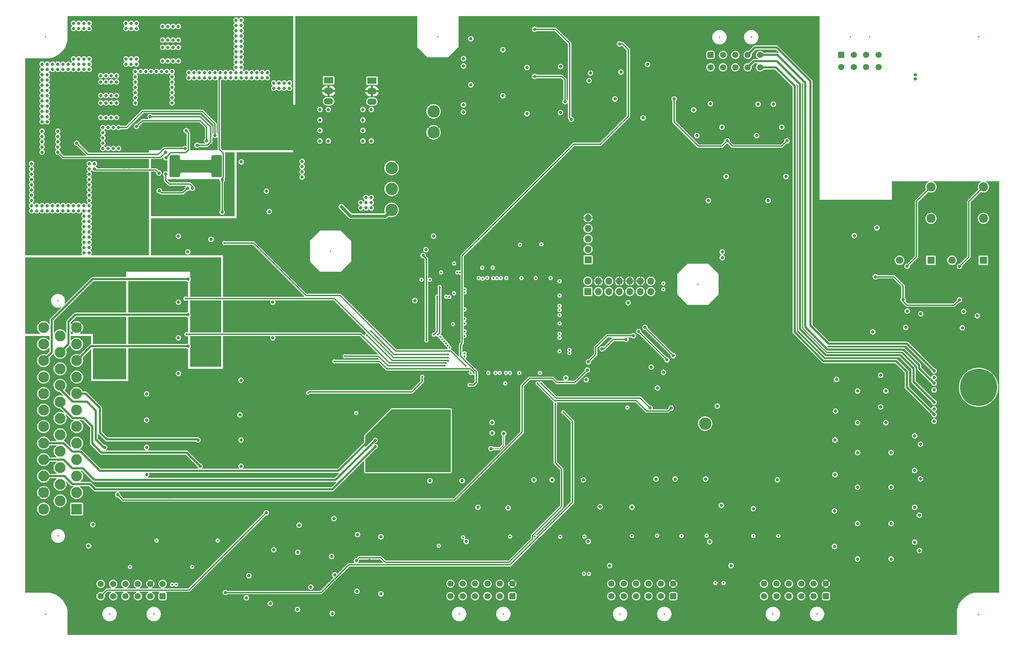
<source format=gbr>
%TF.GenerationSoftware,KiCad,Pcbnew,8.0.4*%
%TF.CreationDate,2024-11-12T22:32:31+03:00*%
%TF.ProjectId,EVD80_ControlBoard,45564438-305f-4436-9f6e-74726f6c426f,rev?*%
%TF.SameCoordinates,Original*%
%TF.FileFunction,Copper,L4,Inr*%
%TF.FilePolarity,Positive*%
%FSLAX46Y46*%
G04 Gerber Fmt 4.6, Leading zero omitted, Abs format (unit mm)*
G04 Created by KiCad (PCBNEW 8.0.4) date 2024-11-12 22:32:31*
%MOMM*%
%LPD*%
G01*
G04 APERTURE LIST*
G04 Aperture macros list*
%AMRoundRect*
0 Rectangle with rounded corners*
0 $1 Rounding radius*
0 $2 $3 $4 $5 $6 $7 $8 $9 X,Y pos of 4 corners*
0 Add a 4 corners polygon primitive as box body*
4,1,4,$2,$3,$4,$5,$6,$7,$8,$9,$2,$3,0*
0 Add four circle primitives for the rounded corners*
1,1,$1+$1,$2,$3*
1,1,$1+$1,$4,$5*
1,1,$1+$1,$6,$7*
1,1,$1+$1,$8,$9*
0 Add four rect primitives between the rounded corners*
20,1,$1+$1,$2,$3,$4,$5,0*
20,1,$1+$1,$4,$5,$6,$7,0*
20,1,$1+$1,$6,$7,$8,$9,0*
20,1,$1+$1,$8,$9,$2,$3,0*%
G04 Aperture macros list end*
%TA.AperFunction,ComponentPad*%
%ADD10C,3.000000*%
%TD*%
%TA.AperFunction,ComponentPad*%
%ADD11RoundRect,0.250001X0.499999X0.499999X-0.499999X0.499999X-0.499999X-0.499999X0.499999X-0.499999X0*%
%TD*%
%TA.AperFunction,ComponentPad*%
%ADD12C,1.500000*%
%TD*%
%TA.AperFunction,ComponentPad*%
%ADD13R,1.700000X1.700000*%
%TD*%
%TA.AperFunction,ComponentPad*%
%ADD14O,1.700000X1.700000*%
%TD*%
%TA.AperFunction,ComponentPad*%
%ADD15C,0.900000*%
%TD*%
%TA.AperFunction,ComponentPad*%
%ADD16C,9.000000*%
%TD*%
%TA.AperFunction,ComponentPad*%
%ADD17C,2.200000*%
%TD*%
%TA.AperFunction,ComponentPad*%
%ADD18R,1.800000X1.800000*%
%TD*%
%TA.AperFunction,ComponentPad*%
%ADD19C,1.800000*%
%TD*%
%TA.AperFunction,ComponentPad*%
%ADD20R,2.300000X1.500000*%
%TD*%
%TA.AperFunction,ComponentPad*%
%ADD21O,2.300000X1.500000*%
%TD*%
%TA.AperFunction,ComponentPad*%
%ADD22C,0.499999*%
%TD*%
%TA.AperFunction,ComponentPad*%
%ADD23RoundRect,0.250001X-0.499999X-0.499999X0.499999X-0.499999X0.499999X0.499999X-0.499999X0.499999X0*%
%TD*%
%TA.AperFunction,ComponentPad*%
%ADD24R,2.625000X2.625000*%
%TD*%
%TA.AperFunction,ComponentPad*%
%ADD25C,2.625000*%
%TD*%
%TA.AperFunction,ViaPad*%
%ADD26C,0.800000*%
%TD*%
%TA.AperFunction,ViaPad*%
%ADD27C,0.500000*%
%TD*%
%TA.AperFunction,Conductor*%
%ADD28C,0.300000*%
%TD*%
%TA.AperFunction,Conductor*%
%ADD29C,0.800000*%
%TD*%
%TA.AperFunction,Conductor*%
%ADD30C,0.500000*%
%TD*%
%TA.AperFunction,Conductor*%
%ADD31C,0.200000*%
%TD*%
%ADD32C,0.350000*%
%ADD33C,0.200000*%
%ADD34C,0.203200*%
G04 APERTURE END LIST*
D10*
%TO.N,VDD_3V3*%
%TO.C,TP1*%
X188820000Y-121876000D03*
%TD*%
D11*
%TO.N,TEMP_FW_N*%
%TO.C,J9*%
X133342000Y-220623000D03*
D12*
%TO.N,+15V*%
X130342000Y-220623000D03*
%TO.N,FW_H_P*%
X127342000Y-220623000D03*
%TO.N,FAULT_FW_P*%
X124342000Y-220623000D03*
%TO.N,FW_L_P*%
X121342000Y-220623000D03*
%TO.N,RESET_FW*%
X118342000Y-220623000D03*
%TO.N,TEMP_FW_P*%
X133342000Y-217623000D03*
%TO.N,GND*%
X130342000Y-217623000D03*
%TO.N,FW_H_N*%
X127342000Y-217623000D03*
%TO.N,FAULT_FW_N*%
X124342000Y-217623000D03*
%TO.N,FW_L_N*%
X121342000Y-217623000D03*
%TO.N,FW_CUR_IN_INT*%
X118342000Y-217623000D03*
%TD*%
D13*
%TO.N,TMS*%
%TO.C,J1*%
X236375000Y-146775000D03*
D14*
%TO.N,~{TRST}*%
X236375000Y-144235000D03*
%TO.N,TDI*%
X238915000Y-146775000D03*
%TO.N,GND*%
X238915000Y-144235000D03*
%TO.N,VDD_3V3*%
X241455000Y-146775000D03*
%TO.N,unconnected-(J1-Pin_6-Pad6)*%
X241455000Y-144235000D03*
%TO.N,TDO*%
X243995000Y-146775000D03*
%TO.N,GND*%
X243995000Y-144235000D03*
%TO.N,TCK*%
X246535000Y-146775000D03*
%TO.N,GND*%
X246535000Y-144235000D03*
%TO.N,TCK*%
X249075000Y-146775000D03*
%TO.N,GND*%
X249075000Y-144235000D03*
%TO.N,Net-(J1-Pin_13)*%
X251615000Y-146775000D03*
%TO.N,Net-(J1-Pin_14)*%
X251615000Y-144235000D03*
%TD*%
D10*
%TO.N,+1V2*%
%TO.C,TP3*%
X188820000Y-126956000D03*
%TD*%
%TO.N,+15V*%
%TO.C,TP5*%
X198980000Y-103080000D03*
%TD*%
D15*
%TO.N,GND*%
%TO.C,H5*%
X327625000Y-170000000D03*
X328613515Y-167613515D03*
X328613515Y-172386485D03*
X331000000Y-166625000D03*
D16*
X331000000Y-170000000D03*
D15*
X331000000Y-173375000D03*
X333386485Y-167613515D03*
X333386485Y-172386485D03*
X334375000Y-170000000D03*
%TD*%
D17*
%TO.N,Net-(K2-Pad11)*%
%TO.C,K2*%
X319479500Y-129027500D03*
%TO.N,Net-(C194-Pad1)*%
X319479500Y-121407500D03*
D18*
%TO.N,+5V*%
X319479500Y-139187500D03*
D19*
%TO.N,Net-(D46-A)*%
X311859500Y-139187500D03*
%TD*%
D20*
%TO.N,Net-(U2-IN)*%
%TO.C,U2*%
X173542500Y-95553000D03*
D21*
%TO.N,GND*%
X173542500Y-98093000D03*
%TO.N,VDD_3V3*%
X173542500Y-100633000D03*
%TD*%
D22*
%TO.N,GND*%
%TO.C,U7*%
X214699999Y-158300001D03*
X215799999Y-158300001D03*
X216900000Y-158300001D03*
X218000000Y-158300001D03*
X219099998Y-158300001D03*
X220199998Y-158300001D03*
X221299998Y-158300001D03*
X214699999Y-157200001D03*
X215799999Y-157200001D03*
X216900000Y-157200001D03*
X218000000Y-157200001D03*
X219099998Y-157200001D03*
X220199998Y-157200001D03*
X221299998Y-157200001D03*
X214699999Y-156100000D03*
X215799999Y-156100000D03*
X216900000Y-156100000D03*
X218000000Y-156100000D03*
X219099998Y-156100000D03*
X220199998Y-156100000D03*
X221299998Y-156100000D03*
X214699999Y-155000000D03*
X215799999Y-155000000D03*
X216900000Y-155000000D03*
X218000000Y-155000000D03*
X219099998Y-155000000D03*
X220199998Y-155000000D03*
X221299998Y-155000000D03*
X214699999Y-153900002D03*
X215799999Y-153900002D03*
X216900000Y-153900002D03*
X218000000Y-153900002D03*
X219099998Y-153900002D03*
X220199998Y-153900002D03*
X221299998Y-153900002D03*
X214699999Y-152800002D03*
X215799999Y-152800002D03*
X216900000Y-152800002D03*
X218000000Y-152800002D03*
X219099998Y-152800002D03*
X220199998Y-152800002D03*
X221299998Y-152800002D03*
X214699999Y-151700002D03*
X215799999Y-151700002D03*
X216900000Y-151700002D03*
X218000000Y-151700002D03*
X219099998Y-151700002D03*
X220199998Y-151700002D03*
X221299998Y-151700002D03*
%TD*%
D17*
%TO.N,Net-(K1-Pad11)*%
%TO.C,K1*%
X332179500Y-129027500D03*
%TO.N,Net-(C190-Pad1)*%
X332179500Y-121407500D03*
D18*
%TO.N,+5V*%
X332179500Y-139187500D03*
D19*
%TO.N,Net-(D44-A)*%
X324559500Y-139187500D03*
%TD*%
D11*
%TO.N,+15V*%
%TO.C,J5*%
X257042000Y-220608000D03*
D12*
%TO.N,VL_N*%
X254042000Y-220608000D03*
%TO.N,TEMP_PW_B_P*%
X251042000Y-220608000D03*
%TO.N,RESET_PW*%
X248042000Y-220608000D03*
%TO.N,VH_N*%
X245042000Y-220608000D03*
%TO.N,FAULT_PW_B_P*%
X242042000Y-220608000D03*
%TO.N,GND*%
X257042000Y-217608000D03*
%TO.N,VL_P*%
X254042000Y-217608000D03*
%TO.N,TEMP_PW_B_N*%
X251042000Y-217608000D03*
%TO.N,V_CUR_IN*%
X248042000Y-217608000D03*
%TO.N,VH_P*%
X245042000Y-217608000D03*
%TO.N,FAULT_PW_B_N*%
X242042000Y-217608000D03*
%TD*%
D10*
%TO.N,VAA*%
%TO.C,TP4*%
X264766000Y-178772000D03*
%TD*%
D13*
%TO.N,LED1*%
%TO.C,J10*%
X236398000Y-139063000D03*
D14*
%TO.N,LED2*%
X236398000Y-136523000D03*
%TO.N,LED3*%
X236398000Y-133983000D03*
%TO.N,LED4*%
X236398000Y-131443000D03*
%TO.N,GND*%
X236398000Y-128903000D03*
%TD*%
D23*
%TO.N,VDC_N*%
%TO.C,J3*%
X297760000Y-89387000D03*
D12*
%TO.N,unconnected-(J3-Pin_2-Pad2)*%
X300760000Y-89387000D03*
%TO.N,unconnected-(J3-Pin_3-Pad3)*%
X303760000Y-89387000D03*
%TO.N,VDC_P*%
X306760000Y-89387000D03*
%TO.N,VDC_N*%
X297760000Y-92387000D03*
%TO.N,unconnected-(J3-Pin_6-Pad6)*%
X300760000Y-92387000D03*
%TO.N,unconnected-(J3-Pin_7-Pad7)*%
X303760000Y-92387000D03*
%TO.N,VDC_P*%
X306760000Y-92387000D03*
%TD*%
D11*
%TO.N,+15V*%
%TO.C,J4*%
X218042000Y-220608000D03*
D12*
%TO.N,UL_N*%
X215042000Y-220608000D03*
%TO.N,TEMP_PW_A_P*%
X212042000Y-220608000D03*
%TO.N,RESET_PW*%
X209042000Y-220608000D03*
%TO.N,UH_N*%
X206042000Y-220608000D03*
%TO.N,FAULT_PW_A_P*%
X203042000Y-220608000D03*
%TO.N,GND*%
X218042000Y-217608000D03*
%TO.N,UL_P*%
X215042000Y-217608000D03*
%TO.N,TEMP_PW_A_N*%
X212042000Y-217608000D03*
%TO.N,U_CUR_IN*%
X209042000Y-217608000D03*
%TO.N,UH_P*%
X206042000Y-217608000D03*
%TO.N,FAULT_PW_A_N*%
X203042000Y-217608000D03*
%TD*%
D10*
%TO.N,+5V*%
%TO.C,TP2*%
X188820000Y-116796000D03*
%TD*%
D11*
%TO.N,+15V*%
%TO.C,J6*%
X294042000Y-220608000D03*
D12*
%TO.N,WL_N*%
X291042000Y-220608000D03*
%TO.N,TEMP_PW_C_P*%
X288042000Y-220608000D03*
%TO.N,RESET_PW*%
X285042000Y-220608000D03*
%TO.N,WH_N*%
X282042000Y-220608000D03*
%TO.N,FAULT_PW_C_P*%
X279042000Y-220608000D03*
%TO.N,GND*%
X294042000Y-217608000D03*
%TO.N,WL_P*%
X291042000Y-217608000D03*
%TO.N,TEMP_PW_C_N*%
X288042000Y-217608000D03*
%TO.N,W_CUR_IN*%
X285042000Y-217608000D03*
%TO.N,WH_P*%
X282042000Y-217608000D03*
%TO.N,FAULT_PW_C_N*%
X279042000Y-217608000D03*
%TD*%
D23*
%TO.N,~{EXC_OUT}_IC*%
%TO.C,J11*%
X266085000Y-89411000D03*
D12*
%TO.N,~{COS_IN}_IC*%
X269085000Y-89411000D03*
%TO.N,~{SIN_IN}_IC*%
X272085000Y-89411000D03*
%TO.N,NTC_FW_2_IC*%
X275085000Y-89411000D03*
%TO.N,NTC_FW_1_IC*%
X278085000Y-89411000D03*
%TO.N,EXC_OUT_IC*%
X266085000Y-92411000D03*
%TO.N,COS_IN_IC*%
X269085000Y-92411000D03*
%TO.N,SIN_IN_IC*%
X272085000Y-92411000D03*
%TO.N,NTC_AW_2_IC*%
X275085000Y-92411000D03*
%TO.N,NTC_AW_1_IC*%
X278085000Y-92411000D03*
%TD*%
D10*
%TO.N,GND*%
%TO.C,TP6*%
X198980000Y-108160000D03*
%TD*%
D20*
%TO.N,Net-(U3-IN)*%
%TO.C,U3*%
X184042500Y-95646000D03*
D21*
%TO.N,GND*%
X184042500Y-98186000D03*
%TO.N,+5V*%
X184042500Y-100726000D03*
%TD*%
D24*
%TO.N,BRK_2_IN*%
%TO.C,J2*%
X112500000Y-199500000D03*
D25*
%TO.N,THR_2_IN*%
X112500000Y-195500000D03*
%TO.N,NTC_AW_1_MC*%
X112500000Y-191500000D03*
%TO.N,NTC_FW_1_MC*%
X112500000Y-187500000D03*
%TO.N,~{COS_IN}_MC*%
X112500000Y-183500000D03*
%TO.N,~{SIN_IN}_MC*%
X112500000Y-179500000D03*
%TO.N,RIGHT_SUPPORT_IN*%
X112500000Y-175500000D03*
%TO.N,LEFT_SUPPORT_IN*%
X112500000Y-171500000D03*
%TO.N,GEAR_DRIVE_IN*%
X112500000Y-167500000D03*
%TO.N,PWR_ST_PWM_OUT*%
X112500000Y-163500000D03*
%TO.N,PARK_BREAK_OUT*%
X112500000Y-159500000D03*
%TO.N,GND_IN*%
X112500000Y-155500000D03*
%TO.N,BRK_1_IN*%
X108500000Y-197500000D03*
%TO.N,THR_1_IN*%
X108500000Y-193500000D03*
%TO.N,NTC_AW_2_MC*%
X108500000Y-189500000D03*
%TO.N,NTC_FW_2_MC*%
X108500000Y-185500000D03*
%TO.N,COS_IN_MC*%
X108500000Y-181500000D03*
%TO.N,SIN_IN_MC*%
X108500000Y-177500000D03*
%TO.N,IGNITION_ON_IN*%
X108500000Y-173500000D03*
%TO.N,EMERG_STOP_IN*%
X108500000Y-169500000D03*
%TO.N,HV_ON_IN*%
X108500000Y-165500000D03*
%TO.N,SHUNT_CONT_OUT*%
X108500000Y-161500000D03*
%TO.N,POWER_CONT_OUT*%
X108500000Y-157500000D03*
%TO.N,+5V*%
X104500000Y-199500000D03*
%TO.N,GND*%
X104500000Y-195500000D03*
%TO.N,CAN_H*%
X104500000Y-191500000D03*
%TO.N,CAN_L*%
X104500000Y-187500000D03*
%TO.N,GND_CAN*%
X104500000Y-183500000D03*
%TO.N,EXC_OUT_MC*%
X104500000Y-179500000D03*
%TO.N,~{EXC_OUT}_MC*%
X104500000Y-175500000D03*
%TO.N,GEAR_PARKING_IN*%
X104500000Y-171500000D03*
%TO.N,GEAR_REVERSE_IN*%
X104500000Y-167500000D03*
%TO.N,PUMP_OUT*%
X104500000Y-163500000D03*
%TO.N,REV_LIGHT_OUT*%
X104500000Y-159500000D03*
%TO.N,VIN*%
X104500000Y-155500000D03*
%TD*%
D26*
%TO.N,VDD_3V3*%
X180572025Y-205678025D03*
X327406000Y-151572000D03*
X301686000Y-170864000D03*
D27*
X254650000Y-144800000D03*
D26*
X152324000Y-168278000D03*
X174842000Y-201808000D03*
X171450000Y-105185000D03*
D27*
X219904000Y-135414000D03*
D26*
X171450000Y-110265000D03*
X115394000Y-208430000D03*
X175017000Y-215443000D03*
D27*
X229642000Y-206208000D03*
D26*
X167132000Y-115214000D03*
D27*
X200242000Y-208408000D03*
D26*
X129464000Y-177930000D03*
X139446000Y-137160000D03*
X159182000Y-127384000D03*
X137160000Y-157988000D03*
X236470000Y-207348000D03*
X137160000Y-133350000D03*
D27*
X229500000Y-152500000D03*
D26*
X159442000Y-222408000D03*
D27*
X223512000Y-206146000D03*
X203962000Y-139954000D03*
D26*
X301686000Y-194208000D03*
X253222000Y-170158000D03*
X129464000Y-191138000D03*
D27*
X125439000Y-213517000D03*
D26*
X167132000Y-116484000D03*
X301686000Y-203008000D03*
X206870000Y-207348000D03*
X296098000Y-208560000D03*
X313741000Y-151501000D03*
X246126000Y-149484000D03*
X186217000Y-220043000D03*
X129464000Y-171580000D03*
D27*
X254650000Y-146200000D03*
D26*
X280016000Y-124714000D03*
D27*
X225104000Y-135314000D03*
D26*
X198976000Y-133332500D03*
X158496000Y-122428000D03*
X296225000Y-182760000D03*
D27*
X235512000Y-206146000D03*
D26*
X268680000Y-198608000D03*
X265870000Y-207410500D03*
X307274000Y-174744000D03*
D27*
X217512000Y-206146000D03*
D26*
X296606000Y-168070000D03*
X265538000Y-124714000D03*
X129464000Y-184534000D03*
X305376000Y-156524000D03*
X186217000Y-206223000D03*
D27*
X265112000Y-205954500D03*
D26*
X171450000Y-102645000D03*
X236990000Y-93804500D03*
X307274000Y-167054000D03*
D27*
X200787000Y-142113000D03*
D26*
X166017000Y-223843000D03*
X284334000Y-118872000D03*
X137160000Y-149352000D03*
X152324000Y-182756000D03*
X267716000Y-174549000D03*
X244356000Y-93550500D03*
X213174000Y-181035000D03*
X166067000Y-209973000D03*
X301686000Y-178554000D03*
X173482000Y-102645000D03*
X296225000Y-191160000D03*
X173482000Y-110265000D03*
D27*
X245922000Y-174858000D03*
D26*
X249733000Y-104651000D03*
X152400000Y-115316000D03*
X296098000Y-199960000D03*
X167132000Y-119024000D03*
X313360000Y-155451000D03*
X160020000Y-149352000D03*
D27*
X206112000Y-206346000D03*
D26*
X116421000Y-203242000D03*
X300914000Y-133226000D03*
D27*
X247042000Y-206008000D03*
D26*
X235966000Y-168148000D03*
D27*
X196056000Y-143893000D03*
D26*
X154217000Y-215643000D03*
X306375000Y-131321000D03*
X160267000Y-209373000D03*
X239330000Y-198923000D03*
X145085000Y-134115000D03*
D27*
X131874000Y-207136000D03*
X198120000Y-143893000D03*
X276442000Y-206008000D03*
D26*
X152070000Y-176660000D03*
X171450000Y-107725000D03*
D27*
X140474000Y-213536000D03*
D26*
X160020000Y-157988000D03*
X209730000Y-199054000D03*
X194442000Y-148954584D03*
D27*
X282512000Y-206008500D03*
X259042000Y-206008000D03*
D26*
X296352000Y-175760000D03*
X269856000Y-118872000D03*
X301686000Y-211608000D03*
X152324000Y-189106000D03*
X180417000Y-219443000D03*
X327076000Y-155578000D03*
D27*
X253112000Y-205946000D03*
D26*
X250806000Y-91694000D03*
D27*
X146674000Y-207136000D03*
D26*
X301686000Y-185808000D03*
X167132000Y-117754000D03*
X137160000Y-166624000D03*
X242932000Y-100076000D03*
%TO.N,+15V*%
X277222000Y-108966000D03*
X152400000Y-82230000D03*
X160274000Y-97470000D03*
X162814000Y-96200000D03*
X157480000Y-94930000D03*
X139700000Y-93660000D03*
X151130000Y-94930000D03*
X154940000Y-94930000D03*
X152400000Y-83500000D03*
X152400000Y-80960000D03*
X143510000Y-94930000D03*
X215754000Y-88138000D03*
X268840000Y-106934000D03*
X283318000Y-106934000D03*
X158750000Y-93660000D03*
X262744000Y-108966000D03*
X152400000Y-86040000D03*
X148590000Y-94930000D03*
X147752000Y-127511000D03*
X146050000Y-94930000D03*
X144780000Y-94930000D03*
X151130000Y-82230000D03*
X153670000Y-93660000D03*
X151130000Y-91120000D03*
X161544000Y-97470000D03*
X146050000Y-93660000D03*
X156210000Y-93660000D03*
X151130000Y-84770000D03*
X152400000Y-88580000D03*
X142240000Y-94930000D03*
X152400000Y-92390000D03*
X164084000Y-96200000D03*
X162814000Y-97470000D03*
X151130000Y-86040000D03*
X151130000Y-88580000D03*
X143510000Y-93660000D03*
X147320000Y-94930000D03*
X206229000Y-90297000D03*
X144780000Y-93660000D03*
X147752000Y-119692000D03*
X160274000Y-96200000D03*
X151130000Y-93660000D03*
X139700000Y-94930000D03*
X147320000Y-93660000D03*
X164084000Y-97470000D03*
X152400000Y-93660000D03*
X206229000Y-101473000D03*
X151130000Y-87310000D03*
X140970000Y-94930000D03*
X152400000Y-87310000D03*
X152400000Y-94930000D03*
X221596000Y-92456000D03*
X151130000Y-92390000D03*
X152400000Y-91120000D03*
X157480000Y-93660000D03*
X149860000Y-93660000D03*
X236652000Y-95634000D03*
X154940000Y-93660000D03*
X152400000Y-84770000D03*
X158750000Y-94930000D03*
X156210000Y-94930000D03*
X151130000Y-80960000D03*
X229724000Y-103378000D03*
X152400000Y-89850000D03*
X142240000Y-93660000D03*
X151130000Y-83500000D03*
X215754000Y-99314000D03*
X161544000Y-96200000D03*
X149860000Y-94930000D03*
X151130000Y-89850000D03*
X140970000Y-93660000D03*
X229724000Y-92202000D03*
X148590000Y-93660000D03*
X221596000Y-103632000D03*
X153670000Y-94930000D03*
%TO.N,+1V2*%
X176628000Y-126194000D03*
%TO.N,+5V*%
X181864000Y-107725000D03*
X315529000Y-190144000D03*
X315529000Y-181744000D03*
X181864000Y-105185000D03*
X309814000Y-203008000D03*
X183896000Y-102645000D03*
X309814000Y-211608000D03*
X181864000Y-102645000D03*
X181864000Y-110265000D03*
X309814000Y-194208000D03*
X183896000Y-110265000D03*
X213174000Y-178495000D03*
X308544000Y-178554000D03*
X315529000Y-199071000D03*
X309814000Y-185808000D03*
X315529000Y-207544000D03*
X308544000Y-170864000D03*
D27*
%TO.N,VDD_1V2*%
X206500000Y-156400000D03*
D26*
X181356000Y-125222000D03*
D27*
X206500000Y-162500000D03*
X229500000Y-150250000D03*
D26*
X181356000Y-126492000D03*
X183896000Y-126492000D03*
X182626000Y-125222000D03*
X182626000Y-126492000D03*
D27*
X215000000Y-166500000D03*
D26*
X183896000Y-123952000D03*
D27*
X206500000Y-146250000D03*
X229500000Y-158000000D03*
X210900000Y-143650000D03*
D26*
X183896000Y-125222000D03*
D27*
X214300000Y-143500000D03*
D26*
X182600000Y-123950000D03*
D27*
X206500000Y-154500000D03*
X217500000Y-166500000D03*
%TO.N,VDDOSC_3V3*%
X210750000Y-141000000D03*
X213299498Y-141000000D03*
%TO.N,VDDA_3V3*%
X229500000Y-161250000D03*
D26*
X231000000Y-167700000D03*
D27*
X224750000Y-166500000D03*
%TO.N,VDDIO_3V3*%
X219750000Y-166500000D03*
X206500000Y-153400000D03*
X206500000Y-151100000D03*
X204724000Y-142113000D03*
X229500000Y-151250000D03*
X215250000Y-143500000D03*
X229500000Y-144250000D03*
X206500000Y-157500000D03*
X213450000Y-143500000D03*
X206500000Y-147000000D03*
X216600000Y-143500000D03*
X220250000Y-143500000D03*
X206500000Y-161750000D03*
X216500000Y-166500000D03*
X205359000Y-142113000D03*
X208000000Y-166500000D03*
X212250000Y-166500000D03*
X223750000Y-143500000D03*
X209950000Y-143500000D03*
X229500000Y-154500000D03*
X214000000Y-166500000D03*
X229500000Y-147750000D03*
X229500000Y-157000000D03*
X227350000Y-143500000D03*
D26*
%TO.N,Net-(U11-RAMP)*%
X140538000Y-121724000D03*
X134061000Y-118295000D03*
D27*
%TO.N,VREFHIA*%
X225000000Y-169000000D03*
D26*
X251460000Y-175006000D03*
%TO.N,VREFHIB*%
X251714000Y-165100000D03*
D27*
X231900000Y-161674000D03*
%TO.N,GPIO84{slash}BOOT0*%
X203660499Y-154660501D03*
%TO.N,GPIO72{slash}BOOT1*%
X203900000Y-147200000D03*
%TO.N,~{RESET}*%
X212000000Y-143450000D03*
D26*
%TO.N,VREFHIC*%
X256540000Y-175006000D03*
D27*
X224200000Y-169000000D03*
D26*
%TO.N,VREFHID*%
X254686000Y-166358000D03*
D27*
X231900000Y-160900000D03*
D26*
%TO.N,Net-(U11-VCC)*%
X139065000Y-107757000D03*
X134151500Y-114321500D03*
D27*
%TO.N,UV_SENCE*%
X148260000Y-135004000D03*
X206680000Y-164722000D03*
D26*
%TO.N,Net-(D7-K)*%
X111760000Y-81722000D03*
X105410000Y-96708000D03*
X113030000Y-91628000D03*
X104140000Y-101788000D03*
X110490000Y-91628000D03*
X105410000Y-101788000D03*
X107950000Y-110424000D03*
X107950000Y-109154000D03*
X104140000Y-103058000D03*
X113030000Y-92898000D03*
X105410000Y-99248000D03*
X104140000Y-109154000D03*
X110490000Y-92898000D03*
X104140000Y-95438000D03*
X105410000Y-104328000D03*
X111760000Y-91628000D03*
X104140000Y-100518000D03*
X114300000Y-90358000D03*
X104140000Y-96708000D03*
X115570000Y-91628000D03*
X134112000Y-112964000D03*
X104140000Y-107884000D03*
X107950000Y-111694000D03*
X111760000Y-82992000D03*
X105410000Y-92898000D03*
X105410000Y-105598000D03*
X105410000Y-97978000D03*
X114300000Y-91628000D03*
X104140000Y-112964000D03*
X107950000Y-91628000D03*
X104140000Y-105598000D03*
X109220000Y-92898000D03*
X104140000Y-99248000D03*
X114300000Y-92898000D03*
X115570000Y-90358000D03*
X104140000Y-92898000D03*
X113030000Y-82992000D03*
X106680000Y-91628000D03*
X104140000Y-94168000D03*
X113030000Y-81722000D03*
X105410000Y-95438000D03*
X105410000Y-94168000D03*
X106680000Y-92898000D03*
X115570000Y-92898000D03*
X104140000Y-111694000D03*
X114300000Y-81722000D03*
X111760000Y-92898000D03*
X105410000Y-103058000D03*
X115570000Y-82992000D03*
X105410000Y-91628000D03*
X105410000Y-100518000D03*
X111760000Y-90358000D03*
X114300000Y-82992000D03*
X104140000Y-91628000D03*
X104140000Y-97978000D03*
X107950000Y-92898000D03*
X104140000Y-110424000D03*
X115570000Y-81722000D03*
X113030000Y-90358000D03*
X104140000Y-104328000D03*
X109220000Y-91628000D03*
X107950000Y-107884000D03*
X107950000Y-112964000D03*
%TO.N,MCU_EXC*%
X239776000Y-160658000D03*
X245618000Y-158372000D03*
%TO.N,+1V5*%
X312725000Y-148707000D03*
X306011000Y-143189000D03*
X326390000Y-148778000D03*
%TO.N,EXC_OUT*%
X223444000Y-94618000D03*
X230810000Y-100714000D03*
%TO.N,~{EXC_OUT}*%
X223444000Y-83188000D03*
X232334000Y-105032000D03*
D27*
%TO.N,HV_ON*%
X196242000Y-167408000D03*
X168580000Y-171326000D03*
D26*
%TO.N,VIN*%
X101600000Y-118298000D03*
X101600000Y-127188000D03*
X115570000Y-130998000D03*
X115570000Y-132268000D03*
X115570000Y-134808000D03*
X114300000Y-134808000D03*
X111760000Y-127188000D03*
X115570000Y-136078000D03*
X101600000Y-117028000D03*
X101600000Y-124648000D03*
X116840000Y-115758000D03*
X101600000Y-125918000D03*
X102870000Y-125918000D03*
X109220000Y-127188000D03*
X101600000Y-122108000D03*
X115570000Y-124648000D03*
X115570000Y-120838000D03*
X114300000Y-127188000D03*
X104140000Y-125918000D03*
X111760000Y-125918000D03*
X132461000Y-118044000D03*
X114300000Y-132268000D03*
X113030000Y-127188000D03*
X116840000Y-117028000D03*
X113030000Y-125918000D03*
X114300000Y-137348000D03*
X115570000Y-118298000D03*
X115570000Y-129728000D03*
X115570000Y-117028000D03*
X101600000Y-115758000D03*
X107950000Y-127188000D03*
X114300000Y-128458000D03*
X115570000Y-128458000D03*
X115570000Y-137348000D03*
X115570000Y-125918000D03*
X114300000Y-130998000D03*
X110490000Y-127188000D03*
X110490000Y-125918000D03*
X114300000Y-133538000D03*
X104140000Y-127188000D03*
X107950000Y-125918000D03*
X101600000Y-120838000D03*
X105410000Y-127188000D03*
X106680000Y-127188000D03*
X106680000Y-125918000D03*
X115570000Y-133538000D03*
X115570000Y-115758000D03*
X114300000Y-125918000D03*
X115570000Y-119568000D03*
X101600000Y-123378000D03*
X102870000Y-127188000D03*
X105410000Y-125918000D03*
X114300000Y-129728000D03*
X109220000Y-125918000D03*
X115570000Y-122108000D03*
X101600000Y-119568000D03*
X115570000Y-123378000D03*
X114300000Y-136078000D03*
X115570000Y-127188000D03*
%TO.N,SHUNT_CONT_OUT*%
X139497000Y-152403000D03*
%TO.N,PUMP_OUT*%
X139497000Y-143767000D03*
D27*
%TO.N,MCU_PWM*%
X207696000Y-169421000D03*
D26*
X244018000Y-86744000D03*
%TO.N,W_CUR_IN*%
X271042000Y-213208000D03*
%TO.N,V_CUR_IN*%
X241642000Y-213208000D03*
%TO.N,CAN_H*%
X184853000Y-184337000D03*
%TO.N,CAN_L*%
X184853000Y-182813000D03*
%TO.N,VDC_N*%
X315722000Y-95184000D03*
X315722000Y-94168000D03*
%TO.N,EMERG_STOP_IN*%
X119304000Y-184534000D03*
%TO.N,IGNITION_ON_IN*%
X142418000Y-189106000D03*
%TO.N,ISO_VPOS*%
X255524000Y-163322000D03*
X248666000Y-156464000D03*
%TO.N,LEFT_SUPPORT_IN*%
X141910000Y-182756000D03*
%TO.N,ISO_VNEG*%
X257048000Y-162306000D03*
X250190000Y-155448000D03*
%TO.N,THR_1_IN*%
X316926000Y-183776000D03*
%TO.N,THR_2_IN*%
X316926000Y-192176000D03*
%TO.N,BRK_1_IN*%
X316672000Y-200976000D03*
%TO.N,BRK_2_IN*%
X316672000Y-209576000D03*
D27*
%TO.N,PARK_BREAK*%
X201599998Y-164750000D03*
X177470000Y-162436000D03*
%TO.N,POWER_CONT*%
X201999998Y-164100000D03*
X139116000Y-157102000D03*
%TO.N,PWR_ST_PWM*%
X174930000Y-163706000D03*
X208733281Y-166488484D03*
D26*
%TO.N,Net-(D51-A)*%
X236242000Y-165808000D03*
X122442000Y-196008000D03*
%TO.N,PWR_ST_PWM_OUT*%
X139497000Y-160023000D03*
D27*
%TO.N,SHUNT_CONT*%
X182804000Y-157356000D03*
X202497886Y-163552112D03*
%TO.N,REV_LIGHT*%
X138862000Y-148466000D03*
X202511442Y-162788556D03*
%TO.N,PUMP*%
X183820000Y-156340000D03*
X202499998Y-162000000D03*
%TO.N,VH_N*%
X235442000Y-215157997D03*
%TO.N,VH_P*%
X236642000Y-215208000D03*
%TO.N,WH_N*%
X269242000Y-217408000D03*
%TO.N,WH_P*%
X267242000Y-217408000D03*
%TO.N,FW_H_N*%
X136642000Y-217808000D03*
%TO.N,FW_H_P*%
X135642000Y-217808000D03*
D26*
%TO.N,Net-(U11-CS)*%
X118872000Y-110805000D03*
X122682000Y-106995000D03*
X119634000Y-94422000D03*
X120904000Y-95946000D03*
X122174000Y-104582000D03*
X118872000Y-106995000D03*
X120142000Y-112075000D03*
X118872000Y-112075000D03*
X121412000Y-112075000D03*
X118872000Y-109535000D03*
X120142000Y-106995000D03*
X120904000Y-101026000D03*
X122174000Y-95946000D03*
X119634000Y-104582000D03*
X122174000Y-101026000D03*
X120904000Y-99248000D03*
X118872000Y-108265000D03*
X118364000Y-95946000D03*
X121412000Y-106995000D03*
X122174000Y-94422000D03*
X118364000Y-101026000D03*
X120904000Y-104582000D03*
X118364000Y-94422000D03*
X119634000Y-99248000D03*
X146050000Y-108900000D03*
X122174000Y-99248000D03*
X118364000Y-99248000D03*
X120904000Y-94422000D03*
X119634000Y-101026000D03*
X119634000Y-95946000D03*
X122682000Y-112075000D03*
X118364000Y-104582000D03*
%TO.N,Net-(Q3-D)*%
X125730000Y-90358000D03*
X127000000Y-91628000D03*
X126746000Y-99756000D03*
X125730000Y-82992000D03*
X134620000Y-85786000D03*
X135890000Y-85786000D03*
X126746000Y-93406000D03*
X137160000Y-87564000D03*
X134366000Y-93406000D03*
X127000000Y-90358000D03*
X127000000Y-81722000D03*
X135636000Y-94676000D03*
X126746000Y-95946000D03*
X130556000Y-93406000D03*
X135636000Y-101026000D03*
X127000000Y-82992000D03*
X135636000Y-98486000D03*
X134620000Y-87564000D03*
X126746000Y-94676000D03*
X133096000Y-93406000D03*
X124460000Y-81722000D03*
X124460000Y-91628000D03*
X126746000Y-101026000D03*
X126746000Y-97216000D03*
X133350000Y-87564000D03*
X137160000Y-82484000D03*
X134620000Y-82484000D03*
X137160000Y-90866000D03*
X135890000Y-87564000D03*
X125730000Y-81722000D03*
X133350000Y-90866000D03*
X135890000Y-82484000D03*
X134620000Y-90866000D03*
X135636000Y-97216000D03*
X133350000Y-82484000D03*
X135636000Y-93406000D03*
X126746000Y-98486000D03*
X128016000Y-93406000D03*
X129286000Y-93406000D03*
X124460000Y-90358000D03*
X131826000Y-93406000D03*
X124460000Y-82992000D03*
X125730000Y-91628000D03*
X137160000Y-85786000D03*
X135636000Y-95946000D03*
X135890000Y-90866000D03*
X135636000Y-99756000D03*
X133350000Y-85786000D03*
%TO.N,ISO_POS_REL*%
X330708000Y-152654000D03*
X268910000Y-138560000D03*
%TO.N,ISO_NEG_REL*%
X268910000Y-137163000D03*
X316992000Y-152146000D03*
%TO.N,UH*%
X205880000Y-192618000D03*
D27*
X200642000Y-157750002D03*
D26*
%TO.N,VH*%
X235280000Y-192418000D03*
D27*
X201554007Y-158800000D03*
D26*
%TO.N,WH*%
X264880000Y-192218000D03*
D27*
X202384665Y-159800002D03*
D26*
%TO.N,UL*%
X223280000Y-192418000D03*
D27*
X201042000Y-158300002D03*
%TO.N,VL*%
X201969337Y-159300000D03*
D26*
X252880000Y-192218000D03*
D27*
%TO.N,WL*%
X202799998Y-160300000D03*
D26*
X282280000Y-192418000D03*
D27*
%TO.N,FW_L*%
X180242000Y-176208000D03*
X216332000Y-169040000D03*
D26*
%TO.N,CAN_RX*%
X215968000Y-181162000D03*
X212920000Y-184845000D03*
%TO.N,PCB_TEMP*%
X236474000Y-163830000D03*
X247396000Y-157480000D03*
%TO.N,Net-(U11-CSG)*%
X144018000Y-110170000D03*
X127000000Y-106741000D03*
%TO.N,Net-(Q1-G)*%
X138789023Y-112096977D03*
X112522000Y-110805000D03*
%TO.N,Net-(Q3-G)*%
X141681200Y-111313000D03*
X130302000Y-104328000D03*
%TO.N,Net-(C190-Pad1)*%
X326390000Y-140650000D03*
%TO.N,Net-(C194-Pad1)*%
X313690000Y-140637000D03*
%TO.N,Net-(U11-EN)*%
X132537000Y-122359000D03*
X139395000Y-121724000D03*
%TO.N,GND_CAN*%
X190949000Y-187639000D03*
X190695000Y-189798000D03*
X190949000Y-179511000D03*
X187901000Y-183575000D03*
X198696000Y-185480000D03*
X198188000Y-175828000D03*
X184853000Y-181289000D03*
X198188000Y-190052000D03*
D27*
%TO.N,RESET_PW*%
X199042000Y-157211000D03*
X199842000Y-148008000D03*
D26*
%TO.N,GND*%
X225660000Y-92456000D03*
X322834000Y-142174000D03*
X214952000Y-182305000D03*
X333248000Y-149032000D03*
X179130500Y-90473000D03*
X219056000Y-99568000D03*
X162817000Y-217443000D03*
X177217000Y-226043000D03*
X125984000Y-129728000D03*
X208648000Y-205570000D03*
X266700000Y-169215000D03*
X277222000Y-106934000D03*
X136779000Y-117028000D03*
X125984000Y-128458000D03*
D27*
X239200000Y-141450000D03*
D26*
X127254000Y-132268000D03*
X161867000Y-209373000D03*
X157988000Y-107376000D03*
X250444000Y-165100000D03*
X211650000Y-177225000D03*
X305242000Y-194208000D03*
X136779000Y-114488000D03*
X152324000Y-178438000D03*
X305242000Y-185808000D03*
X152324000Y-184788000D03*
X119558000Y-186820000D03*
X177267000Y-212253000D03*
X145923000Y-115758000D03*
X119458000Y-216050000D03*
X155448000Y-106106000D03*
X249302000Y-192293000D03*
X246888000Y-171704000D03*
X224136000Y-89408000D03*
X224136000Y-100584000D03*
X246558000Y-139068000D03*
X246126000Y-153284000D03*
X142418000Y-178184000D03*
X311341000Y-166495000D03*
X229724000Y-88646000D03*
X303464000Y-182760000D03*
X265870000Y-208934500D03*
X270872000Y-121158000D03*
X300162000Y-210592000D03*
X152324000Y-171580000D03*
X300162000Y-177792000D03*
X162814000Y-105344000D03*
X127254000Y-122108000D03*
X125984000Y-118298000D03*
X296225000Y-180728000D03*
X128778000Y-110932000D03*
X119558000Y-173612000D03*
D27*
X222555000Y-166373000D03*
D26*
X261112000Y-168910000D03*
X317434000Y-190144000D03*
X137500000Y-126500000D03*
D27*
X225104000Y-139314000D03*
D26*
X125222000Y-115250000D03*
X270680000Y-198608000D03*
X269856000Y-117348000D03*
X202302000Y-192693000D03*
D27*
X249048000Y-206022000D03*
D26*
X180267000Y-208773000D03*
X125984000Y-125918000D03*
X180217000Y-222643000D03*
X246888000Y-168656000D03*
X240250000Y-154300000D03*
X259823000Y-93472000D03*
X294447000Y-205385000D03*
D27*
X223825000Y-166373000D03*
D26*
X310134000Y-142161000D03*
X261302000Y-192301500D03*
X176022000Y-119888000D03*
X124968000Y-112202000D03*
X302260000Y-130236000D03*
X155448000Y-107376000D03*
X135636000Y-114488000D03*
X328930000Y-151572000D03*
X123407000Y-199369000D03*
X229724000Y-99822000D03*
X180594000Y-119888000D03*
X229724000Y-101600000D03*
X242170000Y-104140000D03*
X147066000Y-118298000D03*
X268224000Y-168402000D03*
D27*
X272442000Y-206008000D03*
D26*
X313370000Y-185808000D03*
X246888000Y-170180000D03*
X215754000Y-92202000D03*
X313370000Y-194208000D03*
X166217000Y-220643000D03*
X154178000Y-106106000D03*
X127254000Y-136078000D03*
X330962000Y-145222000D03*
X308798000Y-165022000D03*
X161544000Y-104074000D03*
X278702000Y-192368500D03*
X119558000Y-180216000D03*
X125984000Y-136078000D03*
X244356000Y-89994500D03*
X240546000Y-93804500D03*
D27*
X136410000Y-213612000D03*
D26*
X129464000Y-193678000D03*
X311592000Y-182760000D03*
X125984000Y-137348000D03*
X214200000Y-138600000D03*
X303464000Y-175760000D03*
X125984000Y-127188000D03*
D27*
X223190000Y-166373000D03*
D26*
X128778000Y-107122000D03*
X246558000Y-131448000D03*
X147066000Y-114488000D03*
X209500000Y-126500000D03*
X125984000Y-123378000D03*
D27*
X208000000Y-140000000D03*
D26*
X312979000Y-153787000D03*
X128778000Y-109662000D03*
D27*
X228778000Y-162817000D03*
X121375000Y-213593000D03*
D26*
X127254000Y-134808000D03*
X211650000Y-188655000D03*
X307274000Y-176776000D03*
X238768000Y-90756500D03*
X135382000Y-106614000D03*
X184667000Y-206173000D03*
X157988000Y-106106000D03*
X308798000Y-172712000D03*
X207500000Y-134000000D03*
X204080000Y-192693000D03*
X151638000Y-107376000D03*
X164084000Y-105344000D03*
X267424000Y-165862000D03*
D27*
X206502000Y-136017000D03*
D26*
X317434000Y-181744000D03*
X151638000Y-106106000D03*
X300162000Y-184792000D03*
D27*
X228778000Y-163452000D03*
D26*
X303598000Y-156524000D03*
X135128000Y-145288000D03*
X261112000Y-171450000D03*
X234296000Y-101346000D03*
X246558000Y-133988000D03*
X194442000Y-147008000D03*
X280270000Y-118110000D03*
D27*
X278448000Y-206084500D03*
D26*
X116156000Y-206906000D03*
X127254000Y-124648000D03*
X210680000Y-208618000D03*
X303464000Y-199960000D03*
X138442000Y-199388000D03*
X136779000Y-118298000D03*
X131572000Y-106614000D03*
X125984000Y-124648000D03*
X189630500Y-88534000D03*
X141732000Y-135890000D03*
X305242000Y-203008000D03*
X123952000Y-116520000D03*
D27*
X202048000Y-206422000D03*
D26*
X206870000Y-208872000D03*
X300162000Y-193192000D03*
X156464000Y-118364000D03*
X171642000Y-201808000D03*
X267570000Y-124714000D03*
X171817000Y-215443000D03*
X311341000Y-174185000D03*
D27*
X201646409Y-146181409D03*
D26*
X157480000Y-119888000D03*
X326644000Y-153858000D03*
X162814000Y-104074000D03*
X127254000Y-127188000D03*
X156718000Y-107376000D03*
X147066000Y-115758000D03*
D27*
X228778000Y-162182000D03*
D26*
X173482000Y-117348000D03*
X172210000Y-116394000D03*
D27*
X261048000Y-206030500D03*
D26*
X283318000Y-108966000D03*
X145500000Y-126500000D03*
X127254000Y-123378000D03*
X257556000Y-165100000D03*
X319583000Y-148961000D03*
X302709000Y-144713000D03*
X296225000Y-189128000D03*
X283064000Y-110236000D03*
X308290000Y-195478000D03*
X263080000Y-192301500D03*
X150817000Y-215643000D03*
D27*
X225442000Y-206208000D03*
D26*
X308290000Y-187078000D03*
D27*
X255042000Y-206008000D03*
D26*
X132842000Y-107884000D03*
X125984000Y-130998000D03*
X305242000Y-211608000D03*
X127254000Y-128458000D03*
X178054000Y-119888000D03*
X280480000Y-192368500D03*
X132080000Y-136906000D03*
X219056000Y-88392000D03*
X127508000Y-112202000D03*
X152908000Y-106106000D03*
D27*
X231448000Y-206222000D03*
D26*
X195775000Y-173288000D03*
X215500000Y-126500000D03*
X160274000Y-105344000D03*
X296098000Y-197928000D03*
X127254000Y-125918000D03*
X140220000Y-199388000D03*
X127254000Y-119568000D03*
X156464000Y-116586000D03*
X142418000Y-171580000D03*
X125185000Y-199369000D03*
X118442000Y-210208000D03*
X161544000Y-105344000D03*
X329438000Y-145222000D03*
X215754000Y-103378000D03*
D27*
X213448000Y-206222000D03*
D26*
X135382000Y-107884000D03*
X284207000Y-122428000D03*
X211650000Y-186115000D03*
X308290000Y-212878000D03*
X132842000Y-106614000D03*
D27*
X204978000Y-136017000D03*
D26*
X134112000Y-107884000D03*
X300162000Y-170102000D03*
X196810000Y-195246000D03*
X250806000Y-89662000D03*
X157988000Y-145288000D03*
X245218000Y-99060000D03*
X128778000Y-108392000D03*
X305242000Y-178554000D03*
X236324000Y-213218000D03*
X129464000Y-180470000D03*
X167132000Y-206608000D03*
X145923000Y-114488000D03*
X259188000Y-89662000D03*
X142418000Y-184788000D03*
X240280000Y-208618000D03*
X249682000Y-176022000D03*
X141500000Y-126500000D03*
X315773000Y-145151000D03*
X164084000Y-104074000D03*
X150368000Y-106106000D03*
X303471000Y-148142000D03*
X187344500Y-105806000D03*
X296352000Y-173728000D03*
X313370000Y-211608000D03*
X308290000Y-204278000D03*
X267648000Y-205632500D03*
X251080000Y-192293000D03*
X300914000Y-135258000D03*
X206229000Y-99695000D03*
X305242000Y-170864000D03*
X297688000Y-128712000D03*
X311592000Y-191160000D03*
X300162000Y-201992000D03*
X125984000Y-133538000D03*
X244356000Y-91772500D03*
X243848000Y-85090000D03*
X307274000Y-169086000D03*
X152908000Y-126238000D03*
X127254000Y-120838000D03*
X310947000Y-148961000D03*
X306832000Y-128458000D03*
X317561000Y-207544000D03*
X262744000Y-106934000D03*
X210693000Y-138684000D03*
X327076000Y-157610000D03*
X150368000Y-107376000D03*
X211650000Y-181035000D03*
X179130500Y-88441000D03*
D27*
X203327000Y-146177000D03*
D26*
X139500000Y-126500000D03*
X115394000Y-211986000D03*
X201008000Y-133332500D03*
X246558000Y-136528000D03*
X236470000Y-208872000D03*
X127254000Y-130998000D03*
X145085000Y-132083000D03*
D27*
X216400000Y-140000000D03*
D26*
X135636000Y-117028000D03*
X135042000Y-196608000D03*
X125984000Y-120838000D03*
D27*
X198120000Y-150593000D03*
X196056000Y-150593000D03*
D26*
X241408000Y-100076000D03*
X139954000Y-135890000D03*
X152908000Y-107376000D03*
X235636000Y-86617000D03*
X136779000Y-115758000D03*
X183432000Y-212008000D03*
X258572000Y-175768000D03*
X134112000Y-106614000D03*
X317297000Y-145151000D03*
X313370000Y-203008000D03*
X225660000Y-103632000D03*
X135128000Y-162560000D03*
X269680000Y-208680500D03*
X315265000Y-151501000D03*
X265792000Y-118110000D03*
X131572000Y-107884000D03*
X147828000Y-107376000D03*
X221480000Y-192493000D03*
X129464000Y-186820000D03*
X184617000Y-220043000D03*
X221100000Y-130200000D03*
X125984000Y-122108000D03*
X142418000Y-191392000D03*
X162902000Y-203408000D03*
X302692000Y-146355500D03*
X159258000Y-106106000D03*
X317561000Y-198944000D03*
X123952000Y-115250000D03*
X172267000Y-212253000D03*
X267424000Y-167386000D03*
X259823000Y-95250000D03*
X159258000Y-107376000D03*
X127254000Y-137348000D03*
X241230000Y-199008000D03*
X214952000Y-179765000D03*
X248971000Y-102238000D03*
X125984000Y-132268000D03*
X206229000Y-88519000D03*
X284334000Y-117348000D03*
X147828000Y-106106000D03*
D27*
X142610000Y-207212000D03*
D26*
X127254000Y-129728000D03*
X211650000Y-178495000D03*
X135636000Y-118298000D03*
X158242000Y-161544000D03*
D27*
X127810000Y-207212000D03*
D26*
X258064000Y-170180000D03*
X125222000Y-116520000D03*
X118453000Y-203242000D03*
X135636000Y-115758000D03*
X154178000Y-107376000D03*
X183417000Y-226243000D03*
X128778000Y-112202000D03*
X268840000Y-108966000D03*
X135128000Y-153924000D03*
X233480000Y-192493000D03*
X305054000Y-128458000D03*
X125984000Y-134808000D03*
X117426000Y-216050000D03*
X303464000Y-168070000D03*
X157988000Y-153924000D03*
X162642000Y-222408000D03*
D27*
X219448000Y-206222000D03*
D26*
X145923000Y-118298000D03*
X217200000Y-134100000D03*
X145923000Y-117028000D03*
X152324000Y-191392000D03*
X156718000Y-106106000D03*
D27*
X243042000Y-206008000D03*
D26*
X311592000Y-199960000D03*
X127254000Y-118298000D03*
X296606000Y-166038000D03*
X176844500Y-105713000D03*
X219702000Y-192493000D03*
X126238000Y-112202000D03*
X324612000Y-149032000D03*
X303464000Y-208560000D03*
X172017000Y-226043000D03*
X127254000Y-133538000D03*
X125984000Y-119568000D03*
X303464000Y-191160000D03*
X159182000Y-125225000D03*
X160274000Y-104074000D03*
X189630500Y-90566000D03*
X149098000Y-106106000D03*
X147066000Y-117028000D03*
X313360000Y-157483000D03*
X143500000Y-126500000D03*
X211630000Y-198890000D03*
X229724000Y-90424000D03*
X282048000Y-124714000D03*
X203600000Y-130300000D03*
X265880000Y-213218000D03*
X311592000Y-208560000D03*
X149098000Y-107376000D03*
X119558000Y-193424000D03*
X268586000Y-110236000D03*
X238248000Y-205570000D03*
X231702000Y-192493000D03*
X129464000Y-173866000D03*
X207794000Y-214160000D03*
D27*
X196048000Y-206422000D03*
D26*
%TO.N,TEMP_PW_SENSE*%
X148512000Y-219738000D03*
D27*
X230442000Y-176008000D03*
D26*
%TO.N,TEMP_FW_SENSE*%
X180267000Y-212008000D03*
D27*
X228442000Y-174008000D03*
D26*
%TO.N,GND_IN*%
X141478000Y-158496000D03*
X107500000Y-143250000D03*
X118618000Y-158496000D03*
X146304000Y-160274000D03*
X141478000Y-149860000D03*
X118618000Y-167132000D03*
X118618000Y-149860000D03*
X141478000Y-163576000D03*
%TO.N,VREF_RES*%
X270110000Y-110236000D03*
X284588000Y-110236000D03*
X257283000Y-100076000D03*
%TO.N,FAULT_FW_FLT*%
X196442000Y-138008000D03*
D27*
X197242000Y-158608000D03*
D26*
%TO.N,RESET_FW*%
X197142000Y-136608000D03*
X158442000Y-200408000D03*
%TO.N,NTC_AW_1_MC*%
X320242000Y-178208000D03*
%TO.N,NTC_FW_1_MC*%
X320242000Y-170608000D03*
%TO.N,~{COS_IN}_MC*%
X261982000Y-102743000D03*
%TO.N,~{SIN_IN}_MC*%
X277603000Y-101346000D03*
%TO.N,NTC_AW_2_MC*%
X320242000Y-175208000D03*
%TO.N,NTC_FW_2_MC*%
X320242000Y-167608000D03*
%TO.N,COS_IN_MC*%
X266046000Y-101219000D03*
%TO.N,SIN_IN_MC*%
X281286000Y-101346000D03*
%TO.N,EXC_OUT_MC*%
X206229000Y-103251000D03*
%TO.N,~{EXC_OUT}_MC*%
X206229000Y-92075000D03*
%TO.N,EXC_OUT_IC*%
X208007000Y-96647000D03*
%TO.N,NTC_FW_1_IC*%
X320242000Y-169008000D03*
%TO.N,NTC_AW_1_IC*%
X320242000Y-176608000D03*
%TO.N,~{EXC_OUT}_IC*%
X208007000Y-85471000D03*
%TO.N,NTC_FW_2_IC*%
X320242000Y-166008000D03*
%TO.N,NTC_AW_2_IC*%
X320242000Y-173608000D03*
%TO.N,FAULT_PW_A_FLT*%
X198080000Y-192618000D03*
D27*
X200042000Y-157208000D03*
X200457000Y-145672000D03*
D26*
%TO.N,FAULT_PW_B_FLT*%
X227680000Y-192418000D03*
D27*
X202042000Y-148008000D03*
D26*
%TO.N,FAULT_PW_C_FLT*%
X257480000Y-192218000D03*
D27*
X202777000Y-148073000D03*
D26*
%TO.N,TEMP_PW_A_PULSE*%
X174267000Y-210973000D03*
X217042000Y-199208000D03*
%TO.N,TEMP_PW_B_PULSE*%
X247042000Y-199008000D03*
X169242000Y-218408000D03*
%TO.N,TEMP_PW_C_PULSE*%
X174442000Y-224808000D03*
X276442000Y-199408000D03*
%TO.N,TEMP_PW_A_SENSE*%
X153642000Y-221008000D03*
X166432000Y-203408000D03*
%TD*%
D28*
%TO.N,+15V*%
X147066000Y-95184000D02*
X147320000Y-94930000D01*
X147752000Y-119390000D02*
X148082000Y-119060000D01*
X147752000Y-119692000D02*
X147752000Y-119390000D01*
X148082000Y-113218000D02*
X147066000Y-112202000D01*
X148082000Y-119060000D02*
X148082000Y-113218000D01*
X147752000Y-127511000D02*
X147752000Y-119692000D01*
X147066000Y-112202000D02*
X147066000Y-95184000D01*
D29*
%TO.N,+1V2*%
X178890000Y-128456000D02*
X187320000Y-128456000D01*
X187320000Y-128456000D02*
X188820000Y-126956000D01*
X176628000Y-126194000D02*
X178890000Y-128456000D01*
D28*
%TO.N,Net-(U11-RAMP)*%
X140538000Y-121724000D02*
X140538000Y-121343000D01*
X137871000Y-120708000D02*
X134950000Y-120708000D01*
X139903000Y-120708000D02*
X137871000Y-120708000D01*
X140538000Y-121343000D02*
X140157000Y-120962000D01*
X134061000Y-119819000D02*
X134061000Y-118295000D01*
X134950000Y-120708000D02*
X134061000Y-119819000D01*
X140157000Y-120962000D02*
X139903000Y-120708000D01*
%TO.N,VREFHIA*%
X249062000Y-172608000D02*
X251460000Y-175006000D01*
X228608000Y-172608000D02*
X249062000Y-172608000D01*
X225000000Y-169000000D02*
X228608000Y-172608000D01*
%TO.N,VREFHIC*%
X228242000Y-173208000D02*
X248042000Y-173208000D01*
X224200000Y-169000000D02*
X224200000Y-169166000D01*
X255840000Y-175706000D02*
X256540000Y-175006000D01*
X250540000Y-175706000D02*
X255840000Y-175706000D01*
X224200000Y-169166000D02*
X228242000Y-173208000D01*
X248042000Y-173208000D02*
X250540000Y-175706000D01*
%TO.N,Net-(U11-VCC)*%
X138811000Y-113091000D02*
X138938000Y-113091000D01*
X135382000Y-113091000D02*
X138811000Y-113091000D01*
X139573000Y-112456000D02*
X139573000Y-110424000D01*
X139573000Y-110424000D02*
X139573000Y-108265000D01*
X133985000Y-114488000D02*
X134151500Y-114321500D01*
X139573000Y-108265000D02*
X139065000Y-107757000D01*
X138938000Y-113091000D02*
X139573000Y-112456000D01*
X134151500Y-114321500D02*
X135382000Y-113091000D01*
%TO.N,UV_SENCE*%
X203124000Y-161166000D02*
X206680000Y-164722000D01*
X189789000Y-161166000D02*
X203124000Y-161166000D01*
X176327000Y-147704000D02*
X189789000Y-161166000D01*
X168072000Y-147704000D02*
X176327000Y-147704000D01*
X148260000Y-135004000D02*
X155372000Y-135004000D01*
X155372000Y-135004000D02*
X168072000Y-147704000D01*
%TO.N,Net-(D7-K)*%
X132842000Y-114234000D02*
X109220000Y-114234000D01*
X109220000Y-114234000D02*
X107950000Y-112964000D01*
X134112000Y-112964000D02*
X132842000Y-114234000D01*
%TO.N,MCU_EXC*%
X240208000Y-160658000D02*
X242494000Y-158372000D01*
X239776000Y-160658000D02*
X240208000Y-160658000D01*
X242494000Y-158372000D02*
X245618000Y-158372000D01*
%TO.N,+1V5*%
X312725000Y-148707000D02*
X312725000Y-149101000D01*
X312725000Y-145418000D02*
X312725000Y-148707000D01*
X313672000Y-150048000D02*
X315704000Y-150048000D01*
X325120000Y-150048000D02*
X326390000Y-148778000D01*
X310496000Y-143189000D02*
X312725000Y-145418000D01*
X306011000Y-143189000D02*
X310496000Y-143189000D01*
X315704000Y-150048000D02*
X325120000Y-150048000D01*
X312725000Y-149101000D02*
X313672000Y-150048000D01*
%TO.N,EXC_OUT*%
X230810000Y-95380000D02*
X230810000Y-100714000D01*
X230048000Y-94618000D02*
X230810000Y-95380000D01*
X223444000Y-94618000D02*
X224460000Y-94618000D01*
X224460000Y-94618000D02*
X230048000Y-94618000D01*
%TO.N,~{EXC_OUT}*%
X227000000Y-83188000D02*
X228524000Y-83188000D01*
X228524000Y-83188000D02*
X231953000Y-86617000D01*
X223444000Y-83188000D02*
X227000000Y-83188000D01*
X231953000Y-104651000D02*
X232334000Y-105032000D01*
X231953000Y-86617000D02*
X231953000Y-104651000D01*
%TO.N,HV_ON*%
X196242000Y-168556000D02*
X193726000Y-171072000D01*
X193726000Y-171072000D02*
X168834000Y-171072000D01*
X168834000Y-171072000D02*
X168580000Y-171326000D01*
X196242000Y-167408000D02*
X196242000Y-168556000D01*
%TO.N,VIN*%
X131699000Y-117282000D02*
X117094000Y-117282000D01*
X132461000Y-118044000D02*
X131699000Y-117282000D01*
X132461000Y-118044000D02*
X132461000Y-117917000D01*
X117094000Y-117282000D02*
X116840000Y-117028000D01*
D30*
%TO.N,SHUNT_CONT_OUT*%
X139370000Y-152403000D02*
X112192000Y-152403000D01*
X110541000Y-154054000D02*
X110541000Y-159459000D01*
X110541000Y-159459000D02*
X108500000Y-161500000D01*
X112192000Y-152403000D02*
X110541000Y-154054000D01*
%TO.N,PUMP_OUT*%
X106477000Y-161523000D02*
X106477000Y-153673000D01*
X104500000Y-163500000D02*
X106477000Y-161523000D01*
X106477000Y-153673000D02*
X116383000Y-143767000D01*
X130099000Y-143767000D02*
X139497000Y-143767000D01*
X116383000Y-143767000D02*
X130099000Y-143767000D01*
D28*
%TO.N,MCU_PWM*%
X205537000Y-159642000D02*
X205909000Y-159270000D01*
X209333281Y-166232281D02*
X205537000Y-162436000D01*
X246177000Y-88141000D02*
X244780000Y-86744000D01*
X207696000Y-169421000D02*
X208684562Y-169421000D01*
X205909000Y-159270000D02*
X205909000Y-138106340D01*
X239412500Y-111034500D02*
X246177000Y-104270000D01*
X205909000Y-138106340D02*
X232980840Y-111034500D01*
X209333281Y-168772281D02*
X209333281Y-166232281D01*
X208684562Y-169421000D02*
X209333281Y-168772281D01*
X246177000Y-104270000D02*
X246177000Y-88141000D01*
X205537000Y-162436000D02*
X205537000Y-159642000D01*
X232980840Y-111034500D02*
X239412500Y-111034500D01*
X244780000Y-86744000D02*
X244018000Y-86744000D01*
D30*
%TO.N,CAN_H*%
X115748000Y-193424000D02*
X117015000Y-194691000D01*
X117015000Y-194691000D02*
X174499000Y-194691000D01*
X111430000Y-193424000D02*
X115748000Y-193424000D01*
X104500000Y-191500000D02*
X109506000Y-191500000D01*
X109506000Y-191500000D02*
X111430000Y-193424000D01*
X174499000Y-194691000D02*
X184853000Y-184337000D01*
%TO.N,CAN_L*%
X111430000Y-189614000D02*
X113970000Y-189614000D01*
X109316000Y-187500000D02*
X111430000Y-189614000D01*
X175261000Y-192405000D02*
X184853000Y-182813000D01*
X113970000Y-189614000D02*
X116761000Y-192405000D01*
X116761000Y-192405000D02*
X175261000Y-192405000D01*
X104500000Y-187500000D02*
X109316000Y-187500000D01*
%TO.N,EMERG_STOP_IN*%
X108500000Y-169500000D02*
X108500000Y-170428000D01*
X119050000Y-184534000D02*
X118923000Y-184407000D01*
X114986000Y-173485000D02*
X117145000Y-175644000D01*
X111557000Y-173485000D02*
X114986000Y-173485000D01*
X117145000Y-182248000D02*
X117145000Y-182629000D01*
X117145000Y-182629000D02*
X118923000Y-184407000D01*
X108500000Y-170428000D02*
X111557000Y-173485000D01*
X119304000Y-184534000D02*
X119050000Y-184534000D01*
X117145000Y-175644000D02*
X117145000Y-182248000D01*
%TO.N,IGNITION_ON_IN*%
X116256000Y-179454000D02*
X116256000Y-183210000D01*
X108500000Y-173500000D02*
X108500000Y-174365000D01*
X114224000Y-177422000D02*
X116256000Y-179454000D01*
X118491000Y-185801000D02*
X139113000Y-185801000D01*
X116256000Y-183210000D02*
X116256000Y-183566000D01*
X139113000Y-185801000D02*
X142418000Y-189106000D01*
X111557000Y-177422000D02*
X114224000Y-177422000D01*
X116256000Y-183566000D02*
X118491000Y-185801000D01*
X108500000Y-174365000D02*
X111557000Y-177422000D01*
D28*
%TO.N,ISO_VPOS*%
X248666000Y-156464000D02*
X255524000Y-163322000D01*
D30*
%TO.N,LEFT_SUPPORT_IN*%
X118161000Y-180978000D02*
X119812000Y-182629000D01*
X114652000Y-171500000D02*
X118161000Y-175009000D01*
X119812000Y-182629000D02*
X141783000Y-182629000D01*
X118161000Y-175009000D02*
X118161000Y-180978000D01*
X112500000Y-171500000D02*
X114652000Y-171500000D01*
X141783000Y-182629000D02*
X141910000Y-182756000D01*
D28*
%TO.N,ISO_VNEG*%
X250190000Y-155448000D02*
X257048000Y-162306000D01*
%TO.N,PARK_BREAK*%
X185598000Y-162436000D02*
X187912000Y-164750000D01*
X177470000Y-162436000D02*
X185598000Y-162436000D01*
X187912000Y-164750000D02*
X201599998Y-164750000D01*
%TO.N,POWER_CONT*%
X201999998Y-164100000D02*
X188278000Y-164100000D01*
X139116000Y-157102000D02*
X181280000Y-157102000D01*
X188278000Y-164100000D02*
X187757000Y-163579000D01*
X181280000Y-157102000D02*
X187757000Y-163579000D01*
%TO.N,PWR_ST_PWM*%
X207832529Y-165484000D02*
X208733281Y-166384752D01*
X185852000Y-163706000D02*
X187630000Y-165484000D01*
X208733281Y-166384752D02*
X208733281Y-166488484D01*
X174930000Y-163706000D02*
X185852000Y-163706000D01*
X187630000Y-165484000D02*
X207832529Y-165484000D01*
%TO.N,Net-(D51-A)*%
X203986950Y-197308000D02*
X123742000Y-197308000D01*
X220442000Y-169608000D02*
X220442000Y-180852950D01*
X236242000Y-165808000D02*
X233242000Y-168808000D01*
X233242000Y-168808000D02*
X228842000Y-168808000D01*
X222242000Y-167808000D02*
X220442000Y-169608000D01*
X123742000Y-197308000D02*
X122442000Y-196008000D01*
X228842000Y-168808000D02*
X227842000Y-167808000D01*
X220442000Y-180852950D02*
X203986950Y-197308000D01*
X227842000Y-167808000D02*
X222242000Y-167808000D01*
D30*
%TO.N,PWR_ST_PWM_OUT*%
X115469000Y-160531000D02*
X115977000Y-160023000D01*
X115977000Y-160023000D02*
X139497000Y-160023000D01*
X112500000Y-163500000D02*
X113818000Y-162182000D01*
X113818000Y-162182000D02*
X114961000Y-161039000D01*
X114961000Y-161039000D02*
X115469000Y-160531000D01*
D28*
%TO.N,SHUNT_CONT*%
X202397774Y-163452000D02*
X202497886Y-163552112D01*
X182804000Y-157356000D02*
X188900000Y-163452000D01*
X188900000Y-163452000D02*
X202397774Y-163452000D01*
%TO.N,REV_LIGHT*%
X174930000Y-148466000D02*
X189252556Y-162788556D01*
X138862000Y-148466000D02*
X174930000Y-148466000D01*
X189252556Y-162788556D02*
X202511442Y-162788556D01*
%TO.N,PUMP*%
X183820000Y-156340000D02*
X189480000Y-162000000D01*
X189480000Y-162000000D02*
X202499998Y-162000000D01*
%TO.N,Net-(U11-CS)*%
X124587000Y-106995000D02*
X128524000Y-103058000D01*
X122682000Y-106995000D02*
X124587000Y-106995000D01*
X146050000Y-106106000D02*
X143002000Y-103058000D01*
X146050000Y-108900000D02*
X146050000Y-106106000D01*
X143002000Y-103058000D02*
X128524000Y-103058000D01*
D31*
%TO.N,CAN_RX*%
X215968000Y-183956000D02*
X215968000Y-181162000D01*
X212920000Y-184845000D02*
X215079000Y-184845000D01*
X215079000Y-184845000D02*
X215968000Y-183956000D01*
D28*
%TO.N,PCB_TEMP*%
X241046000Y-157480000D02*
X247396000Y-157480000D01*
X236474000Y-163830000D02*
X237236000Y-163068000D01*
X237744000Y-162560000D02*
X238252000Y-162052000D01*
X238252000Y-160274000D02*
X241046000Y-157480000D01*
X237236000Y-163068000D02*
X237744000Y-162560000D01*
X238252000Y-162052000D02*
X238252000Y-160274000D01*
%TO.N,Net-(U11-CSG)*%
X144018000Y-110170000D02*
X144018000Y-106868000D01*
X128397000Y-105344000D02*
X127000000Y-106741000D01*
X144018000Y-106868000D02*
X142494000Y-105344000D01*
X142494000Y-105344000D02*
X128397000Y-105344000D01*
%TO.N,Net-(Q1-G)*%
X115189000Y-113472000D02*
X112522000Y-110805000D01*
X133709023Y-112096977D02*
X132334000Y-113472000D01*
X115570000Y-113472000D02*
X115189000Y-113472000D01*
X132334000Y-113472000D02*
X115570000Y-113472000D01*
X138789023Y-112096977D02*
X133709023Y-112096977D01*
%TO.N,Net-(Q3-G)*%
X145034000Y-106868000D02*
X142494000Y-104328000D01*
X145034000Y-110424000D02*
X145034000Y-106868000D01*
X144145000Y-111313000D02*
X145034000Y-110424000D01*
X141681200Y-111313000D02*
X144145000Y-111313000D01*
X142494000Y-104328000D02*
X130302000Y-104328000D01*
%TO.N,Net-(C190-Pad1)*%
X328676000Y-138364000D02*
X328676000Y-124911000D01*
X326390000Y-140650000D02*
X328676000Y-138364000D01*
X328676000Y-124911000D02*
X332179500Y-121407500D01*
%TO.N,Net-(C194-Pad1)*%
X313690000Y-140637000D02*
X315976000Y-138351000D01*
X315976000Y-138351000D02*
X315976000Y-124898000D01*
X315976000Y-124898000D02*
X319479500Y-121394500D01*
%TO.N,Net-(U11-EN)*%
X138261477Y-122867000D02*
X133045000Y-122867000D01*
X133045000Y-122867000D02*
X132537000Y-122359000D01*
X139382500Y-121745977D02*
X138261477Y-122867000D01*
D30*
%TO.N,GND_CAN*%
X118158000Y-190246000D02*
X175896000Y-190246000D01*
X175896000Y-190246000D02*
X184853000Y-181289000D01*
X111430000Y-185550000D02*
X113462000Y-185550000D01*
X109380000Y-183500000D02*
X111430000Y-185550000D01*
X104500000Y-183500000D02*
X109380000Y-183500000D01*
X113462000Y-185550000D02*
X118158000Y-190246000D01*
D28*
%TO.N,RESET_PW*%
X199042000Y-157211000D02*
X199842000Y-156411000D01*
X199842000Y-156411000D02*
X199842000Y-148008000D01*
%TO.N,TEMP_PW_SENSE*%
X232642000Y-178208000D02*
X230442000Y-176008000D01*
X217442000Y-213008000D02*
X232642000Y-197808000D01*
X148512000Y-219738000D02*
X171711950Y-219738000D01*
X178441950Y-213008000D02*
X217442000Y-213008000D01*
X232642000Y-197808000D02*
X232642000Y-178208000D01*
X171711950Y-219738000D02*
X178441950Y-213008000D01*
%TO.N,TEMP_FW_SENSE*%
X180267000Y-212008000D02*
X180967000Y-211308000D01*
X222962000Y-205918182D02*
X230042000Y-198838182D01*
X222962000Y-206688000D02*
X222842000Y-206808000D01*
X228442000Y-188245950D02*
X228442000Y-174008000D01*
X186142000Y-211308000D02*
X187242000Y-212408000D01*
X187242000Y-212408000D02*
X217242000Y-212408000D01*
X222962000Y-205918182D02*
X222962000Y-206688000D01*
X230042000Y-189845950D02*
X228442000Y-188245950D01*
X217242000Y-212408000D02*
X222842000Y-206808000D01*
X180967000Y-211308000D02*
X186142000Y-211308000D01*
X230042000Y-198838182D02*
X230042000Y-189845950D01*
%TO.N,VREF_RES*%
X283318000Y-111506000D02*
X271380000Y-111506000D01*
X263125000Y-111506000D02*
X268840000Y-111506000D01*
X284588000Y-110236000D02*
X283318000Y-111506000D01*
X268840000Y-111506000D02*
X270110000Y-110236000D01*
X257283000Y-105664000D02*
X263125000Y-111506000D01*
X271380000Y-111506000D02*
X270110000Y-110236000D01*
X257283000Y-100076000D02*
X257283000Y-105664000D01*
%TO.N,FAULT_FW_FLT*%
X197242000Y-138808000D02*
X197242000Y-158608000D01*
X196442000Y-138008000D02*
X197242000Y-138808000D01*
%TO.N,RESET_FW*%
X118342000Y-220623000D02*
X119826925Y-219138075D01*
X119826925Y-219138075D02*
X139711925Y-219138075D01*
X139711925Y-219138075D02*
X158442000Y-200408000D01*
D30*
%TO.N,NTC_FW_1_IC*%
X316642000Y-164608000D02*
X316642000Y-165408000D01*
X294442000Y-160808000D02*
X312842000Y-160808000D01*
X316642000Y-165408000D02*
X320242000Y-169008000D01*
X278085000Y-89411000D02*
X282245000Y-89411000D01*
X312842000Y-160808000D02*
X316642000Y-164608000D01*
X288976000Y-155342000D02*
X294442000Y-160808000D01*
X288976000Y-96142000D02*
X288976000Y-155342000D01*
X282245000Y-89411000D02*
X288976000Y-96142000D01*
%TO.N,NTC_AW_1_IC*%
X286436000Y-96904000D02*
X286436000Y-156608000D01*
X293442000Y-163608000D02*
X311042000Y-163608000D01*
X281943000Y-92411000D02*
X278085000Y-92411000D01*
X311042000Y-163608000D02*
X313642000Y-166208000D01*
X313642000Y-170008000D02*
X320242000Y-176608000D01*
X313642000Y-166208000D02*
X313642000Y-170008000D01*
X286442000Y-156608000D02*
X293442000Y-163608000D01*
X286436000Y-156608000D02*
X286442000Y-156608000D01*
X286436000Y-96904000D02*
X281943000Y-92411000D01*
%TO.N,NTC_FW_2_IC*%
X294646000Y-159408000D02*
X313642000Y-159408000D01*
X290246000Y-155008000D02*
X294646000Y-159408000D01*
X282118000Y-87633000D02*
X290246000Y-95761000D01*
X313642000Y-159408000D02*
X320242000Y-166008000D01*
X275085000Y-89411000D02*
X276863000Y-87633000D01*
X282118000Y-87633000D02*
X276863000Y-87633000D01*
X290246000Y-95761000D02*
X290246000Y-155008000D01*
%TO.N,NTC_AW_2_IC*%
X276561000Y-90935000D02*
X275085000Y-92411000D01*
X287706000Y-96523000D02*
X282118000Y-90935000D01*
X294042000Y-162208000D02*
X312042000Y-162208000D01*
X282118000Y-90935000D02*
X276561000Y-90935000D01*
X315242000Y-168608000D02*
X320242000Y-173608000D01*
X294042000Y-162208000D02*
X287706000Y-155872000D01*
X287706000Y-155408000D02*
X287706000Y-96523000D01*
X287706000Y-155872000D02*
X287706000Y-155408000D01*
X312042000Y-162208000D02*
X315242000Y-165408000D01*
X315242000Y-165408000D02*
X315242000Y-168608000D01*
D28*
%TO.N,FAULT_PW_A_FLT*%
X200042000Y-157208000D02*
X200457000Y-156793000D01*
X200457000Y-156793000D02*
X200457000Y-145672000D01*
%TD*%
%TA.AperFunction,Conductor*%
%TO.N,GND*%
G36*
X137304183Y-113704907D02*
G01*
X137315996Y-113714996D01*
X137512004Y-113911004D01*
X137539781Y-113965521D01*
X137541000Y-113981008D01*
X137541000Y-114575000D01*
X137795000Y-114829000D01*
X144906999Y-114829000D01*
X144907000Y-114829000D01*
X145161000Y-114575000D01*
X145161000Y-113981008D01*
X145179907Y-113922817D01*
X145189996Y-113911004D01*
X145386004Y-113714996D01*
X145440521Y-113687219D01*
X145456008Y-113686000D01*
X147405992Y-113686000D01*
X147464183Y-113704907D01*
X147475996Y-113714996D01*
X147648504Y-113887504D01*
X147676281Y-113942021D01*
X147677500Y-113957508D01*
X147677500Y-118748492D01*
X147658593Y-118806683D01*
X147648504Y-118818496D01*
X147475996Y-118991004D01*
X147421479Y-119018781D01*
X147405992Y-119020000D01*
X145456008Y-119020000D01*
X145397817Y-119001093D01*
X145386004Y-118991004D01*
X145189996Y-118794996D01*
X145162219Y-118740479D01*
X145161000Y-118724992D01*
X145161000Y-118131001D01*
X145161000Y-118131000D01*
X144907000Y-117877000D01*
X144906999Y-117877000D01*
X137795001Y-117877000D01*
X137795000Y-117877000D01*
X137541000Y-118131000D01*
X137541000Y-118131001D01*
X137541000Y-118724992D01*
X137522093Y-118783183D01*
X137512004Y-118794996D01*
X137315996Y-118991004D01*
X137261479Y-119018781D01*
X137245992Y-119020000D01*
X135296008Y-119020000D01*
X135237817Y-119001093D01*
X135226004Y-118991004D01*
X135029996Y-118794996D01*
X135002219Y-118740479D01*
X135001000Y-118724992D01*
X135001000Y-114085055D01*
X135019907Y-114026864D01*
X135029997Y-114015051D01*
X135330053Y-113714996D01*
X135384569Y-113687219D01*
X135400056Y-113686000D01*
X137245992Y-113686000D01*
X137304183Y-113704907D01*
G37*
%TD.AperFunction*%
%TD*%
%TA.AperFunction,Conductor*%
%TO.N,GND_CAN*%
G36*
X203100191Y-175338907D02*
G01*
X203136155Y-175388407D01*
X203141000Y-175419000D01*
X203141000Y-190461000D01*
X203122093Y-190519191D01*
X203072593Y-190555155D01*
X203042000Y-190560000D01*
X184980000Y-190560000D01*
X182539000Y-190560000D01*
X182480809Y-190541093D01*
X182444845Y-190491593D01*
X182440000Y-190461000D01*
X182440000Y-187428110D01*
X182458907Y-187369919D01*
X182468996Y-187358106D01*
X184865423Y-184961678D01*
X184919938Y-184933903D01*
X184922470Y-184933535D01*
X185009762Y-184922044D01*
X185155841Y-184861536D01*
X185281282Y-184765282D01*
X185377536Y-184639841D01*
X185438044Y-184493762D01*
X185458682Y-184337000D01*
X185438044Y-184180238D01*
X185377537Y-184034161D01*
X185377537Y-184034160D01*
X185281286Y-183908723D01*
X185281285Y-183908722D01*
X185281282Y-183908718D01*
X185281277Y-183908714D01*
X185281276Y-183908713D01*
X185155838Y-183812462D01*
X185009766Y-183751957D01*
X185009758Y-183751955D01*
X184853001Y-183731318D01*
X184852998Y-183731318D01*
X184818297Y-183735886D01*
X184758136Y-183724735D01*
X184716020Y-183680352D01*
X184708034Y-183619690D01*
X184735370Y-183567731D01*
X184865423Y-183437678D01*
X184919938Y-183409903D01*
X184922470Y-183409535D01*
X185009762Y-183398044D01*
X185155841Y-183337536D01*
X185281282Y-183241282D01*
X185377536Y-183115841D01*
X185438044Y-182969762D01*
X185458682Y-182813000D01*
X185457046Y-182800577D01*
X185438044Y-182656241D01*
X185438044Y-182656238D01*
X185377537Y-182510161D01*
X185377537Y-182510160D01*
X185281286Y-182384723D01*
X185281285Y-182384722D01*
X185281282Y-182384718D01*
X185281277Y-182384714D01*
X185281276Y-182384713D01*
X185155838Y-182288462D01*
X185009766Y-182227957D01*
X185009758Y-182227955D01*
X184853001Y-182207318D01*
X184852999Y-182207318D01*
X184696241Y-182227955D01*
X184696233Y-182227957D01*
X184550161Y-182288462D01*
X184550160Y-182288462D01*
X184424723Y-182384713D01*
X184424713Y-182384723D01*
X184328462Y-182510160D01*
X184328462Y-182510161D01*
X184267956Y-182656237D01*
X184256467Y-182743496D01*
X184230125Y-182798721D01*
X184228318Y-182800577D01*
X182609004Y-184419892D01*
X182554487Y-184447669D01*
X182494055Y-184438098D01*
X182450790Y-184394833D01*
X182440000Y-184349888D01*
X182440000Y-181711008D01*
X182458907Y-181652817D01*
X182468996Y-181641004D01*
X188761004Y-175348996D01*
X188815521Y-175321219D01*
X188831008Y-175320000D01*
X203042000Y-175320000D01*
X203100191Y-175338907D01*
G37*
%TD.AperFunction*%
%TD*%
%TA.AperFunction,Conductor*%
%TO.N,GND*%
G36*
X150709191Y-113018907D02*
G01*
X150745155Y-113068407D01*
X150750000Y-113099000D01*
X150750000Y-128401000D01*
X150731093Y-128459191D01*
X150681593Y-128495155D01*
X150651000Y-128500000D01*
X130599000Y-128500000D01*
X130540809Y-128481093D01*
X130504845Y-128431593D01*
X130500000Y-128401000D01*
X130500000Y-117785500D01*
X130518907Y-117727309D01*
X130568407Y-117691345D01*
X130599000Y-117686500D01*
X131490443Y-117686500D01*
X131548634Y-117705407D01*
X131560447Y-117715496D01*
X131777056Y-117932105D01*
X131804833Y-117986622D01*
X131805330Y-118014041D01*
X131801693Y-118043997D01*
X131801693Y-118044002D01*
X131820850Y-118201780D01*
X131820853Y-118201789D01*
X131877210Y-118350390D01*
X131877212Y-118350393D01*
X131967502Y-118481201D01*
X131967502Y-118481202D01*
X132086464Y-118586593D01*
X132086471Y-118586599D01*
X132227207Y-118660463D01*
X132381529Y-118698500D01*
X132381532Y-118698500D01*
X132540468Y-118698500D01*
X132540471Y-118698500D01*
X132694793Y-118660463D01*
X132835529Y-118586599D01*
X132954498Y-118481201D01*
X133044787Y-118350395D01*
X133101149Y-118201782D01*
X133120307Y-118044000D01*
X133116669Y-118014041D01*
X133101149Y-117886219D01*
X133101146Y-117886210D01*
X133044789Y-117737609D01*
X133044787Y-117737606D01*
X133044787Y-117737605D01*
X132954498Y-117606799D01*
X132954497Y-117606798D01*
X132954497Y-117606797D01*
X132835535Y-117501406D01*
X132835533Y-117501404D01*
X132835529Y-117501401D01*
X132835525Y-117501399D01*
X132835524Y-117501398D01*
X132694791Y-117427536D01*
X132540473Y-117389500D01*
X132540471Y-117389500D01*
X132419557Y-117389500D01*
X132361366Y-117370593D01*
X132349554Y-117360504D01*
X131947369Y-116958320D01*
X131947364Y-116958316D01*
X131855134Y-116905067D01*
X131855136Y-116905067D01*
X131815217Y-116894371D01*
X131752253Y-116877500D01*
X130599000Y-116877500D01*
X130540809Y-116858593D01*
X130504845Y-116809093D01*
X130500000Y-116778500D01*
X130500000Y-114737500D01*
X130518907Y-114679309D01*
X130568407Y-114643345D01*
X130599000Y-114638500D01*
X132895251Y-114638500D01*
X132895253Y-114638500D01*
X132998131Y-114610934D01*
X132998133Y-114610932D01*
X132998135Y-114610932D01*
X133090364Y-114557683D01*
X133090364Y-114557682D01*
X133090369Y-114557680D01*
X133330485Y-114317562D01*
X133385000Y-114289786D01*
X133445432Y-114299357D01*
X133488696Y-114342622D01*
X133498765Y-114375633D01*
X133511351Y-114479280D01*
X133511353Y-114479289D01*
X133567710Y-114627890D01*
X133567712Y-114627893D01*
X133567713Y-114627895D01*
X133603202Y-114679309D01*
X133658002Y-114758701D01*
X133658002Y-114758702D01*
X133776964Y-114864093D01*
X133776971Y-114864099D01*
X133917707Y-114937963D01*
X134072029Y-114976000D01*
X134072032Y-114976000D01*
X134230968Y-114976000D01*
X134230971Y-114976000D01*
X134377308Y-114939931D01*
X134438332Y-114944363D01*
X134485097Y-114983818D01*
X134500000Y-115036054D01*
X134500000Y-117622472D01*
X134481093Y-117680663D01*
X134431593Y-117716627D01*
X134370407Y-117716627D01*
X134354993Y-117710132D01*
X134294794Y-117678537D01*
X134294791Y-117678536D01*
X134140473Y-117640500D01*
X134140471Y-117640500D01*
X133981529Y-117640500D01*
X133981526Y-117640500D01*
X133827208Y-117678536D01*
X133686475Y-117752398D01*
X133686464Y-117752406D01*
X133567502Y-117857797D01*
X133567502Y-117857798D01*
X133477212Y-117988606D01*
X133477210Y-117988609D01*
X133420853Y-118137210D01*
X133420850Y-118137219D01*
X133401693Y-118294998D01*
X133401693Y-118295001D01*
X133420850Y-118452780D01*
X133420853Y-118452789D01*
X133477210Y-118601390D01*
X133477212Y-118601393D01*
X133567500Y-118732199D01*
X133567501Y-118732200D01*
X133567502Y-118732201D01*
X133623149Y-118781500D01*
X133654168Y-118834239D01*
X133656500Y-118855602D01*
X133656500Y-119765747D01*
X133656500Y-119872253D01*
X133680810Y-119962980D01*
X133684067Y-119975135D01*
X133737316Y-120067364D01*
X133737318Y-120067366D01*
X133737320Y-120067369D01*
X134701631Y-121031680D01*
X134701633Y-121031681D01*
X134701635Y-121031683D01*
X134793865Y-121084932D01*
X134793863Y-121084932D01*
X134793867Y-121084933D01*
X134793869Y-121084934D01*
X134896747Y-121112500D01*
X135003253Y-121112500D01*
X137817747Y-121112500D01*
X138837203Y-121112500D01*
X138895394Y-121131407D01*
X138931358Y-121180907D01*
X138931358Y-121242093D01*
X138905175Y-121282058D01*
X138905470Y-121282320D01*
X138903680Y-121284339D01*
X138902855Y-121285600D01*
X138901501Y-121286798D01*
X138811212Y-121417606D01*
X138811210Y-121417609D01*
X138754853Y-121566210D01*
X138754850Y-121566219D01*
X138735693Y-121723997D01*
X138735693Y-121724002D01*
X138740356Y-121762408D01*
X138728601Y-121822453D01*
X138712082Y-121844343D01*
X138122924Y-122433503D01*
X138068407Y-122461281D01*
X138052920Y-122462500D01*
X133295307Y-122462500D01*
X133237116Y-122443593D01*
X133201152Y-122394093D01*
X133196307Y-122363500D01*
X133196307Y-122358998D01*
X133177149Y-122201219D01*
X133177146Y-122201210D01*
X133120789Y-122052609D01*
X133120787Y-122052606D01*
X133120787Y-122052605D01*
X133030498Y-121921799D01*
X133030497Y-121921798D01*
X133030497Y-121921797D01*
X132911535Y-121816406D01*
X132911533Y-121816404D01*
X132911529Y-121816401D01*
X132911525Y-121816399D01*
X132911524Y-121816398D01*
X132770791Y-121742536D01*
X132616473Y-121704500D01*
X132616471Y-121704500D01*
X132457529Y-121704500D01*
X132457526Y-121704500D01*
X132303208Y-121742536D01*
X132162475Y-121816398D01*
X132162464Y-121816406D01*
X132043502Y-121921797D01*
X132043502Y-121921798D01*
X131953212Y-122052606D01*
X131953210Y-122052609D01*
X131896853Y-122201210D01*
X131896850Y-122201219D01*
X131877693Y-122358998D01*
X131877693Y-122359001D01*
X131896850Y-122516780D01*
X131896853Y-122516789D01*
X131953210Y-122665390D01*
X131953212Y-122665393D01*
X132043502Y-122796201D01*
X132043502Y-122796202D01*
X132162464Y-122901593D01*
X132162471Y-122901599D01*
X132303207Y-122975463D01*
X132457529Y-123013500D01*
X132457532Y-123013500D01*
X132578443Y-123013500D01*
X132636634Y-123032407D01*
X132648446Y-123042496D01*
X132796630Y-123190679D01*
X132796632Y-123190681D01*
X132853080Y-123223271D01*
X132888868Y-123243934D01*
X132910608Y-123249759D01*
X132991747Y-123271500D01*
X132991748Y-123271500D01*
X138314728Y-123271500D01*
X138314730Y-123271500D01*
X138417608Y-123243934D01*
X138417610Y-123243932D01*
X138417612Y-123243932D01*
X138509841Y-123190683D01*
X138509841Y-123190682D01*
X138509846Y-123190680D01*
X139293030Y-122407496D01*
X139347547Y-122379719D01*
X139363034Y-122378500D01*
X139474468Y-122378500D01*
X139474471Y-122378500D01*
X139628793Y-122340463D01*
X139769529Y-122266599D01*
X139888498Y-122161201D01*
X139888498Y-122161199D01*
X139892399Y-122156798D01*
X139945139Y-122125781D01*
X140006039Y-122131687D01*
X140040601Y-122156798D01*
X140044503Y-122161203D01*
X140163464Y-122266593D01*
X140163471Y-122266599D01*
X140304207Y-122340463D01*
X140458529Y-122378500D01*
X140458532Y-122378500D01*
X140617468Y-122378500D01*
X140617471Y-122378500D01*
X140771793Y-122340463D01*
X140912529Y-122266599D01*
X141031498Y-122161201D01*
X141121787Y-122030395D01*
X141178149Y-121881782D01*
X141190921Y-121776594D01*
X141197307Y-121724001D01*
X141197307Y-121723998D01*
X141178149Y-121566219D01*
X141178146Y-121566210D01*
X141121789Y-121417609D01*
X141121787Y-121417606D01*
X141121787Y-121417605D01*
X141031498Y-121286799D01*
X140923030Y-121190704D01*
X140902946Y-121166105D01*
X140861680Y-121094631D01*
X140798729Y-121031680D01*
X140405370Y-120638320D01*
X140151369Y-120384320D01*
X140151364Y-120384316D01*
X140059134Y-120331067D01*
X140059136Y-120331067D01*
X140019217Y-120320371D01*
X139956253Y-120303500D01*
X139956251Y-120303500D01*
X135158557Y-120303500D01*
X135100366Y-120284593D01*
X135088553Y-120274504D01*
X134494496Y-119680447D01*
X134466719Y-119625930D01*
X134465500Y-119610443D01*
X134465500Y-119599000D01*
X134484407Y-119540809D01*
X134533907Y-119504845D01*
X134564500Y-119500000D01*
X147004258Y-119500000D01*
X147062449Y-119518907D01*
X147098413Y-119568407D01*
X147102536Y-119610933D01*
X147092693Y-119691998D01*
X147092693Y-119692001D01*
X147111850Y-119849780D01*
X147111853Y-119849789D01*
X147168210Y-119998390D01*
X147168212Y-119998393D01*
X147258500Y-120129199D01*
X147258501Y-120129200D01*
X147258502Y-120129201D01*
X147314149Y-120178500D01*
X147345168Y-120231239D01*
X147347500Y-120252602D01*
X147347500Y-126950397D01*
X147328593Y-127008588D01*
X147314149Y-127024499D01*
X147258502Y-127073797D01*
X147258502Y-127073798D01*
X147168212Y-127204606D01*
X147168210Y-127204609D01*
X147111853Y-127353210D01*
X147111850Y-127353219D01*
X147092693Y-127510998D01*
X147092693Y-127511001D01*
X147111850Y-127668780D01*
X147111853Y-127668789D01*
X147168210Y-127817390D01*
X147168212Y-127817393D01*
X147258502Y-127948201D01*
X147258502Y-127948202D01*
X147377464Y-128053593D01*
X147377471Y-128053599D01*
X147518207Y-128127463D01*
X147672529Y-128165500D01*
X147672532Y-128165500D01*
X147831468Y-128165500D01*
X147831471Y-128165500D01*
X147985793Y-128127463D01*
X148126529Y-128053599D01*
X148245498Y-127948201D01*
X148335787Y-127817395D01*
X148392149Y-127668782D01*
X148411307Y-127511000D01*
X148392149Y-127353218D01*
X148335787Y-127204605D01*
X148245498Y-127073799D01*
X148245497Y-127073798D01*
X148245497Y-127073797D01*
X148189851Y-127024499D01*
X148158832Y-126971759D01*
X148156500Y-126950397D01*
X148156500Y-120252602D01*
X148175407Y-120194411D01*
X148189847Y-120178502D01*
X148245498Y-120129201D01*
X148335787Y-119998395D01*
X148392149Y-119849782D01*
X148411307Y-119692000D01*
X148392149Y-119534218D01*
X148356464Y-119440127D01*
X148353509Y-119379015D01*
X148379029Y-119335019D01*
X148405680Y-119308369D01*
X148458934Y-119216132D01*
X148478896Y-119141631D01*
X148486500Y-119113253D01*
X148486500Y-113164747D01*
X148475748Y-113124620D01*
X148478950Y-113063522D01*
X148517455Y-113015972D01*
X148571375Y-113000000D01*
X150651000Y-113000000D01*
X150709191Y-113018907D01*
G37*
%TD.AperFunction*%
%TD*%
%TA.AperFunction,Conductor*%
%TO.N,GND*%
G36*
X164959191Y-80018907D02*
G01*
X164995155Y-80068407D01*
X165000000Y-80099000D01*
X165000000Y-112500000D01*
X147977057Y-112500000D01*
X147918866Y-112481093D01*
X147907053Y-112471004D01*
X147499496Y-112063447D01*
X147471719Y-112008930D01*
X147470500Y-111993443D01*
X147470500Y-96199998D01*
X159614693Y-96199998D01*
X159614693Y-96200001D01*
X159633850Y-96357780D01*
X159633853Y-96357789D01*
X159690210Y-96506390D01*
X159690212Y-96506393D01*
X159690213Y-96506395D01*
X159755169Y-96600500D01*
X159780502Y-96637201D01*
X159780502Y-96637202D01*
X159860417Y-96708000D01*
X159899471Y-96742599D01*
X159907677Y-96746906D01*
X159908506Y-96747341D01*
X159951243Y-96791126D01*
X159960083Y-96851670D01*
X159931647Y-96905846D01*
X159908506Y-96922659D01*
X159899476Y-96927398D01*
X159899473Y-96927399D01*
X159899471Y-96927401D01*
X159899469Y-96927402D01*
X159899464Y-96927406D01*
X159780502Y-97032797D01*
X159780502Y-97032798D01*
X159690212Y-97163606D01*
X159690210Y-97163609D01*
X159633853Y-97312210D01*
X159633850Y-97312219D01*
X159614693Y-97469998D01*
X159614693Y-97470001D01*
X159633850Y-97627780D01*
X159633853Y-97627789D01*
X159690210Y-97776390D01*
X159690212Y-97776393D01*
X159690213Y-97776395D01*
X159720462Y-97820218D01*
X159780502Y-97907201D01*
X159780502Y-97907202D01*
X159860417Y-97978000D01*
X159899471Y-98012599D01*
X160040207Y-98086463D01*
X160194529Y-98124500D01*
X160194532Y-98124500D01*
X160353468Y-98124500D01*
X160353471Y-98124500D01*
X160507793Y-98086463D01*
X160648529Y-98012599D01*
X160767498Y-97907201D01*
X160827524Y-97820237D01*
X160876141Y-97783088D01*
X160937308Y-97781610D01*
X160987663Y-97816367D01*
X160990469Y-97820229D01*
X161041995Y-97894877D01*
X161050502Y-97907201D01*
X161050502Y-97907202D01*
X161130417Y-97978000D01*
X161169471Y-98012599D01*
X161310207Y-98086463D01*
X161464529Y-98124500D01*
X161464532Y-98124500D01*
X161623468Y-98124500D01*
X161623471Y-98124500D01*
X161777793Y-98086463D01*
X161918529Y-98012599D01*
X162037498Y-97907201D01*
X162097524Y-97820237D01*
X162146141Y-97783088D01*
X162207308Y-97781610D01*
X162257663Y-97816367D01*
X162260469Y-97820229D01*
X162311995Y-97894877D01*
X162320502Y-97907201D01*
X162320502Y-97907202D01*
X162400417Y-97978000D01*
X162439471Y-98012599D01*
X162580207Y-98086463D01*
X162734529Y-98124500D01*
X162734532Y-98124500D01*
X162893468Y-98124500D01*
X162893471Y-98124500D01*
X163047793Y-98086463D01*
X163188529Y-98012599D01*
X163307498Y-97907201D01*
X163367524Y-97820237D01*
X163416141Y-97783088D01*
X163477308Y-97781610D01*
X163527663Y-97816367D01*
X163530469Y-97820229D01*
X163581995Y-97894877D01*
X163590502Y-97907201D01*
X163590502Y-97907202D01*
X163670417Y-97978000D01*
X163709471Y-98012599D01*
X163850207Y-98086463D01*
X164004529Y-98124500D01*
X164004532Y-98124500D01*
X164163468Y-98124500D01*
X164163471Y-98124500D01*
X164317793Y-98086463D01*
X164458529Y-98012599D01*
X164577498Y-97907201D01*
X164667787Y-97776395D01*
X164674539Y-97758593D01*
X164707527Y-97671609D01*
X164724149Y-97627782D01*
X164743307Y-97470000D01*
X164739105Y-97435396D01*
X164724149Y-97312219D01*
X164724146Y-97312210D01*
X164667789Y-97163609D01*
X164667787Y-97163606D01*
X164667787Y-97163605D01*
X164577498Y-97032799D01*
X164577497Y-97032798D01*
X164577497Y-97032797D01*
X164458535Y-96927406D01*
X164458533Y-96927404D01*
X164458529Y-96927401D01*
X164458525Y-96927399D01*
X164458521Y-96927396D01*
X164449496Y-96922660D01*
X164406757Y-96878877D01*
X164397916Y-96818333D01*
X164426350Y-96764156D01*
X164449496Y-96747340D01*
X164458521Y-96742603D01*
X164458519Y-96742603D01*
X164458529Y-96742599D01*
X164577498Y-96637201D01*
X164667787Y-96506395D01*
X164674539Y-96488593D01*
X164707527Y-96401609D01*
X164724149Y-96357782D01*
X164743307Y-96200000D01*
X164739105Y-96165396D01*
X164724149Y-96042219D01*
X164724146Y-96042210D01*
X164667789Y-95893609D01*
X164667787Y-95893606D01*
X164667787Y-95893605D01*
X164577498Y-95762799D01*
X164577497Y-95762798D01*
X164577497Y-95762797D01*
X164458535Y-95657406D01*
X164458533Y-95657404D01*
X164458529Y-95657401D01*
X164458525Y-95657399D01*
X164458524Y-95657398D01*
X164317791Y-95583536D01*
X164163473Y-95545500D01*
X164163471Y-95545500D01*
X164004529Y-95545500D01*
X164004526Y-95545500D01*
X163850208Y-95583536D01*
X163709475Y-95657398D01*
X163709464Y-95657406D01*
X163590502Y-95762797D01*
X163590500Y-95762800D01*
X163530475Y-95849762D01*
X163481859Y-95886911D01*
X163420691Y-95888389D01*
X163370337Y-95853632D01*
X163367525Y-95849762D01*
X163307499Y-95762800D01*
X163307497Y-95762797D01*
X163188535Y-95657406D01*
X163188533Y-95657404D01*
X163188529Y-95657401D01*
X163188525Y-95657399D01*
X163188524Y-95657398D01*
X163047791Y-95583536D01*
X162893473Y-95545500D01*
X162893471Y-95545500D01*
X162734529Y-95545500D01*
X162734526Y-95545500D01*
X162580208Y-95583536D01*
X162439475Y-95657398D01*
X162439464Y-95657406D01*
X162320502Y-95762797D01*
X162320500Y-95762800D01*
X162260475Y-95849762D01*
X162211859Y-95886911D01*
X162150691Y-95888389D01*
X162100337Y-95853632D01*
X162097525Y-95849762D01*
X162037499Y-95762800D01*
X162037497Y-95762797D01*
X161918535Y-95657406D01*
X161918533Y-95657404D01*
X161918529Y-95657401D01*
X161918525Y-95657399D01*
X161918524Y-95657398D01*
X161777791Y-95583536D01*
X161623473Y-95545500D01*
X161623471Y-95545500D01*
X161464529Y-95545500D01*
X161464526Y-95545500D01*
X161310208Y-95583536D01*
X161169475Y-95657398D01*
X161169464Y-95657406D01*
X161050502Y-95762797D01*
X161050500Y-95762800D01*
X160990475Y-95849762D01*
X160941859Y-95886911D01*
X160880691Y-95888389D01*
X160830337Y-95853632D01*
X160827525Y-95849762D01*
X160767499Y-95762800D01*
X160767497Y-95762797D01*
X160648535Y-95657406D01*
X160648533Y-95657404D01*
X160648529Y-95657401D01*
X160648525Y-95657399D01*
X160648524Y-95657398D01*
X160507791Y-95583536D01*
X160353473Y-95545500D01*
X160353471Y-95545500D01*
X160194529Y-95545500D01*
X160194526Y-95545500D01*
X160040208Y-95583536D01*
X159899475Y-95657398D01*
X159899464Y-95657406D01*
X159780502Y-95762797D01*
X159780502Y-95762798D01*
X159690212Y-95893606D01*
X159690210Y-95893609D01*
X159633853Y-96042210D01*
X159633850Y-96042219D01*
X159614693Y-96199998D01*
X147470500Y-96199998D01*
X147470500Y-95644553D01*
X147489407Y-95586362D01*
X147538907Y-95550398D01*
X147545781Y-95548437D01*
X147553793Y-95546463D01*
X147694529Y-95472599D01*
X147813498Y-95367201D01*
X147873524Y-95280237D01*
X147922141Y-95243088D01*
X147983308Y-95241610D01*
X148033663Y-95276367D01*
X148036469Y-95280229D01*
X148087995Y-95354877D01*
X148096502Y-95367201D01*
X148096502Y-95367202D01*
X148215464Y-95472593D01*
X148215471Y-95472599D01*
X148356207Y-95546463D01*
X148510529Y-95584500D01*
X148510532Y-95584500D01*
X148669468Y-95584500D01*
X148669471Y-95584500D01*
X148823793Y-95546463D01*
X148964529Y-95472599D01*
X149083498Y-95367201D01*
X149143524Y-95280237D01*
X149192141Y-95243088D01*
X149253308Y-95241610D01*
X149303663Y-95276367D01*
X149306469Y-95280229D01*
X149357995Y-95354877D01*
X149366502Y-95367201D01*
X149366502Y-95367202D01*
X149485464Y-95472593D01*
X149485471Y-95472599D01*
X149626207Y-95546463D01*
X149780529Y-95584500D01*
X149780532Y-95584500D01*
X149939468Y-95584500D01*
X149939471Y-95584500D01*
X150093793Y-95546463D01*
X150234529Y-95472599D01*
X150353498Y-95367201D01*
X150413524Y-95280237D01*
X150462141Y-95243088D01*
X150523308Y-95241610D01*
X150573663Y-95276367D01*
X150576469Y-95280229D01*
X150627995Y-95354877D01*
X150636502Y-95367201D01*
X150636502Y-95367202D01*
X150755464Y-95472593D01*
X150755471Y-95472599D01*
X150896207Y-95546463D01*
X151050529Y-95584500D01*
X151050532Y-95584500D01*
X151209468Y-95584500D01*
X151209471Y-95584500D01*
X151363793Y-95546463D01*
X151504529Y-95472599D01*
X151623498Y-95367201D01*
X151683524Y-95280237D01*
X151732141Y-95243088D01*
X151793308Y-95241610D01*
X151843663Y-95276367D01*
X151846469Y-95280229D01*
X151897995Y-95354877D01*
X151906502Y-95367201D01*
X151906502Y-95367202D01*
X152025464Y-95472593D01*
X152025471Y-95472599D01*
X152166207Y-95546463D01*
X152320529Y-95584500D01*
X152320532Y-95584500D01*
X152479468Y-95584500D01*
X152479471Y-95584500D01*
X152633793Y-95546463D01*
X152774529Y-95472599D01*
X152893498Y-95367201D01*
X152953524Y-95280237D01*
X153002141Y-95243088D01*
X153063308Y-95241610D01*
X153113663Y-95276367D01*
X153116469Y-95280229D01*
X153167995Y-95354877D01*
X153176502Y-95367201D01*
X153176502Y-95367202D01*
X153295464Y-95472593D01*
X153295471Y-95472599D01*
X153436207Y-95546463D01*
X153590529Y-95584500D01*
X153590532Y-95584500D01*
X153749468Y-95584500D01*
X153749471Y-95584500D01*
X153903793Y-95546463D01*
X154044529Y-95472599D01*
X154163498Y-95367201D01*
X154223524Y-95280237D01*
X154272141Y-95243088D01*
X154333308Y-95241610D01*
X154383663Y-95276367D01*
X154386469Y-95280229D01*
X154437995Y-95354877D01*
X154446502Y-95367201D01*
X154446502Y-95367202D01*
X154565464Y-95472593D01*
X154565471Y-95472599D01*
X154706207Y-95546463D01*
X154860529Y-95584500D01*
X154860532Y-95584500D01*
X155019468Y-95584500D01*
X155019471Y-95584500D01*
X155173793Y-95546463D01*
X155314529Y-95472599D01*
X155433498Y-95367201D01*
X155493524Y-95280237D01*
X155542141Y-95243088D01*
X155603308Y-95241610D01*
X155653663Y-95276367D01*
X155656469Y-95280229D01*
X155707995Y-95354877D01*
X155716502Y-95367201D01*
X155716502Y-95367202D01*
X155835464Y-95472593D01*
X155835471Y-95472599D01*
X155976207Y-95546463D01*
X156130529Y-95584500D01*
X156130532Y-95584500D01*
X156289468Y-95584500D01*
X156289471Y-95584500D01*
X156443793Y-95546463D01*
X156584529Y-95472599D01*
X156703498Y-95367201D01*
X156763524Y-95280237D01*
X156812141Y-95243088D01*
X156873308Y-95241610D01*
X156923663Y-95276367D01*
X156926469Y-95280229D01*
X156977995Y-95354877D01*
X156986502Y-95367201D01*
X156986502Y-95367202D01*
X157105464Y-95472593D01*
X157105471Y-95472599D01*
X157246207Y-95546463D01*
X157400529Y-95584500D01*
X157400532Y-95584500D01*
X157559468Y-95584500D01*
X157559471Y-95584500D01*
X157713793Y-95546463D01*
X157854529Y-95472599D01*
X157973498Y-95367201D01*
X158033524Y-95280237D01*
X158082141Y-95243088D01*
X158143308Y-95241610D01*
X158193663Y-95276367D01*
X158196469Y-95280229D01*
X158247995Y-95354877D01*
X158256502Y-95367201D01*
X158256502Y-95367202D01*
X158375464Y-95472593D01*
X158375471Y-95472599D01*
X158516207Y-95546463D01*
X158670529Y-95584500D01*
X158670532Y-95584500D01*
X158829468Y-95584500D01*
X158829471Y-95584500D01*
X158983793Y-95546463D01*
X159124529Y-95472599D01*
X159243498Y-95367201D01*
X159333787Y-95236395D01*
X159340539Y-95218593D01*
X159373527Y-95131609D01*
X159390149Y-95087782D01*
X159409307Y-94930000D01*
X159405105Y-94895396D01*
X159390149Y-94772219D01*
X159390146Y-94772210D01*
X159333789Y-94623609D01*
X159333787Y-94623606D01*
X159333787Y-94623605D01*
X159243498Y-94492799D01*
X159243497Y-94492798D01*
X159243497Y-94492797D01*
X159124535Y-94387406D01*
X159124533Y-94387404D01*
X159124529Y-94387401D01*
X159124525Y-94387399D01*
X159124521Y-94387396D01*
X159115496Y-94382660D01*
X159072757Y-94338877D01*
X159063916Y-94278333D01*
X159092350Y-94224156D01*
X159115496Y-94207340D01*
X159124521Y-94202603D01*
X159124519Y-94202603D01*
X159124529Y-94202599D01*
X159243498Y-94097201D01*
X159333787Y-93966395D01*
X159340539Y-93948593D01*
X159373527Y-93861609D01*
X159390149Y-93817782D01*
X159409307Y-93660000D01*
X159405105Y-93625396D01*
X159390149Y-93502219D01*
X159390146Y-93502210D01*
X159333789Y-93353609D01*
X159333787Y-93353606D01*
X159333787Y-93353605D01*
X159243498Y-93222799D01*
X159243497Y-93222798D01*
X159243497Y-93222797D01*
X159124535Y-93117406D01*
X159124533Y-93117404D01*
X159124529Y-93117401D01*
X159124525Y-93117399D01*
X159124524Y-93117398D01*
X158983791Y-93043536D01*
X158829473Y-93005500D01*
X158829471Y-93005500D01*
X158670529Y-93005500D01*
X158670526Y-93005500D01*
X158516208Y-93043536D01*
X158375475Y-93117398D01*
X158375464Y-93117406D01*
X158256502Y-93222797D01*
X158256500Y-93222800D01*
X158196475Y-93309762D01*
X158147859Y-93346911D01*
X158086691Y-93348389D01*
X158036337Y-93313632D01*
X158033525Y-93309762D01*
X157973499Y-93222800D01*
X157973497Y-93222797D01*
X157854535Y-93117406D01*
X157854533Y-93117404D01*
X157854529Y-93117401D01*
X157854525Y-93117399D01*
X157854524Y-93117398D01*
X157713791Y-93043536D01*
X157559473Y-93005500D01*
X157559471Y-93005500D01*
X157400529Y-93005500D01*
X157400526Y-93005500D01*
X157246208Y-93043536D01*
X157105475Y-93117398D01*
X157105464Y-93117406D01*
X156986502Y-93222797D01*
X156986500Y-93222800D01*
X156926475Y-93309762D01*
X156877859Y-93346911D01*
X156816691Y-93348389D01*
X156766337Y-93313632D01*
X156763525Y-93309762D01*
X156703499Y-93222800D01*
X156703497Y-93222797D01*
X156584535Y-93117406D01*
X156584533Y-93117404D01*
X156584529Y-93117401D01*
X156584525Y-93117399D01*
X156584524Y-93117398D01*
X156443791Y-93043536D01*
X156289473Y-93005500D01*
X156289471Y-93005500D01*
X156130529Y-93005500D01*
X156130526Y-93005500D01*
X155976208Y-93043536D01*
X155835475Y-93117398D01*
X155835464Y-93117406D01*
X155716502Y-93222797D01*
X155716500Y-93222800D01*
X155656475Y-93309762D01*
X155607859Y-93346911D01*
X155546691Y-93348389D01*
X155496337Y-93313632D01*
X155493525Y-93309762D01*
X155433499Y-93222800D01*
X155433497Y-93222797D01*
X155314535Y-93117406D01*
X155314533Y-93117404D01*
X155314529Y-93117401D01*
X155314525Y-93117399D01*
X155314524Y-93117398D01*
X155173791Y-93043536D01*
X155019473Y-93005500D01*
X155019471Y-93005500D01*
X154860529Y-93005500D01*
X154860526Y-93005500D01*
X154706208Y-93043536D01*
X154565475Y-93117398D01*
X154565464Y-93117406D01*
X154446502Y-93222797D01*
X154446500Y-93222800D01*
X154386475Y-93309762D01*
X154337859Y-93346911D01*
X154276691Y-93348389D01*
X154226337Y-93313632D01*
X154223525Y-93309762D01*
X154163499Y-93222800D01*
X154163497Y-93222797D01*
X154044535Y-93117406D01*
X154044533Y-93117404D01*
X154044529Y-93117401D01*
X154044525Y-93117399D01*
X154044524Y-93117398D01*
X153903791Y-93043536D01*
X153749473Y-93005500D01*
X153749471Y-93005500D01*
X153590529Y-93005500D01*
X153590526Y-93005500D01*
X153436208Y-93043536D01*
X153295475Y-93117398D01*
X153295464Y-93117406D01*
X153176502Y-93222797D01*
X153176500Y-93222800D01*
X153116475Y-93309762D01*
X153067859Y-93346911D01*
X153006691Y-93348389D01*
X152956337Y-93313632D01*
X152953525Y-93309762D01*
X152893499Y-93222800D01*
X152893497Y-93222797D01*
X152774535Y-93117406D01*
X152774533Y-93117404D01*
X152774529Y-93117401D01*
X152774525Y-93117399D01*
X152774521Y-93117396D01*
X152765496Y-93112660D01*
X152722757Y-93068877D01*
X152713916Y-93008333D01*
X152742350Y-92954156D01*
X152765496Y-92937340D01*
X152774521Y-92932603D01*
X152774519Y-92932603D01*
X152774529Y-92932599D01*
X152893498Y-92827201D01*
X152983787Y-92696395D01*
X153040149Y-92547782D01*
X153059307Y-92390000D01*
X153055105Y-92355396D01*
X153040149Y-92232219D01*
X153040146Y-92232210D01*
X152983789Y-92083609D01*
X152983787Y-92083606D01*
X152983787Y-92083605D01*
X152893498Y-91952799D01*
X152893497Y-91952798D01*
X152893497Y-91952797D01*
X152774535Y-91847406D01*
X152774533Y-91847404D01*
X152774529Y-91847401D01*
X152774525Y-91847399D01*
X152774521Y-91847396D01*
X152765496Y-91842660D01*
X152722757Y-91798877D01*
X152713916Y-91738333D01*
X152742350Y-91684156D01*
X152765496Y-91667340D01*
X152774521Y-91662603D01*
X152774519Y-91662603D01*
X152774529Y-91662599D01*
X152893498Y-91557201D01*
X152983787Y-91426395D01*
X152990539Y-91408593D01*
X153023527Y-91321609D01*
X153040149Y-91277782D01*
X153059307Y-91120000D01*
X153055105Y-91085396D01*
X153040149Y-90962219D01*
X153040146Y-90962210D01*
X152983789Y-90813609D01*
X152983787Y-90813606D01*
X152983787Y-90813605D01*
X152893498Y-90682799D01*
X152893497Y-90682798D01*
X152893497Y-90682797D01*
X152774535Y-90577406D01*
X152774533Y-90577404D01*
X152774529Y-90577401D01*
X152774525Y-90577399D01*
X152774521Y-90577396D01*
X152765496Y-90572660D01*
X152722757Y-90528877D01*
X152713916Y-90468333D01*
X152742350Y-90414156D01*
X152765496Y-90397340D01*
X152774521Y-90392603D01*
X152774519Y-90392603D01*
X152774529Y-90392599D01*
X152876502Y-90302257D01*
X152893497Y-90287202D01*
X152893497Y-90287201D01*
X152893498Y-90287201D01*
X152983787Y-90156395D01*
X153040149Y-90007782D01*
X153059307Y-89850000D01*
X153040149Y-89692218D01*
X152983787Y-89543605D01*
X152893498Y-89412799D01*
X152893497Y-89412798D01*
X152893497Y-89412797D01*
X152774535Y-89307406D01*
X152774533Y-89307404D01*
X152774529Y-89307401D01*
X152774525Y-89307399D01*
X152774521Y-89307396D01*
X152765496Y-89302660D01*
X152722757Y-89258877D01*
X152713916Y-89198333D01*
X152742350Y-89144156D01*
X152765496Y-89127340D01*
X152774521Y-89122603D01*
X152774519Y-89122603D01*
X152774529Y-89122599D01*
X152893498Y-89017201D01*
X152983787Y-88886395D01*
X153040149Y-88737782D01*
X153059307Y-88580000D01*
X153040149Y-88422218D01*
X152983787Y-88273605D01*
X152893498Y-88142799D01*
X152893497Y-88142798D01*
X152893497Y-88142797D01*
X152774535Y-88037406D01*
X152774533Y-88037404D01*
X152774529Y-88037401D01*
X152774525Y-88037399D01*
X152774521Y-88037396D01*
X152765496Y-88032660D01*
X152722757Y-87988877D01*
X152713916Y-87928333D01*
X152742350Y-87874156D01*
X152765496Y-87857340D01*
X152774521Y-87852603D01*
X152774519Y-87852603D01*
X152774529Y-87852599D01*
X152893498Y-87747201D01*
X152983787Y-87616395D01*
X153040149Y-87467782D01*
X153059307Y-87310000D01*
X153040149Y-87152218D01*
X153030508Y-87126797D01*
X152983789Y-87003609D01*
X152983787Y-87003606D01*
X152983787Y-87003605D01*
X152893498Y-86872799D01*
X152893497Y-86872798D01*
X152893497Y-86872797D01*
X152774535Y-86767406D01*
X152774533Y-86767404D01*
X152774529Y-86767401D01*
X152774525Y-86767399D01*
X152774521Y-86767396D01*
X152765496Y-86762660D01*
X152722757Y-86718877D01*
X152713916Y-86658333D01*
X152742350Y-86604156D01*
X152765496Y-86587340D01*
X152774521Y-86582603D01*
X152774519Y-86582603D01*
X152774529Y-86582599D01*
X152893498Y-86477201D01*
X152983787Y-86346395D01*
X152990539Y-86328593D01*
X153030508Y-86223202D01*
X153040149Y-86197782D01*
X153059307Y-86040000D01*
X153040149Y-85882218D01*
X153035000Y-85868641D01*
X152983789Y-85733609D01*
X152983787Y-85733606D01*
X152983787Y-85733605D01*
X152893498Y-85602799D01*
X152893497Y-85602798D01*
X152893497Y-85602797D01*
X152774535Y-85497406D01*
X152774533Y-85497404D01*
X152774529Y-85497401D01*
X152774525Y-85497399D01*
X152774521Y-85497396D01*
X152765496Y-85492660D01*
X152722757Y-85448877D01*
X152713916Y-85388333D01*
X152742350Y-85334156D01*
X152765496Y-85317340D01*
X152774521Y-85312603D01*
X152774519Y-85312603D01*
X152774529Y-85312599D01*
X152893498Y-85207201D01*
X152983787Y-85076395D01*
X153040149Y-84927782D01*
X153059307Y-84770000D01*
X153040149Y-84612218D01*
X152983787Y-84463605D01*
X152893498Y-84332799D01*
X152893497Y-84332798D01*
X152893497Y-84332797D01*
X152774535Y-84227406D01*
X152774533Y-84227404D01*
X152774529Y-84227401D01*
X152774525Y-84227399D01*
X152774521Y-84227396D01*
X152765496Y-84222660D01*
X152722757Y-84178877D01*
X152713916Y-84118333D01*
X152742350Y-84064156D01*
X152765496Y-84047340D01*
X152774521Y-84042603D01*
X152774519Y-84042603D01*
X152774529Y-84042599D01*
X152893498Y-83937201D01*
X152983787Y-83806395D01*
X153040149Y-83657782D01*
X153059307Y-83500000D01*
X153040149Y-83342218D01*
X153040146Y-83342210D01*
X152983789Y-83193609D01*
X152983787Y-83193606D01*
X152983787Y-83193605D01*
X152893498Y-83062799D01*
X152893497Y-83062798D01*
X152893497Y-83062797D01*
X152774535Y-82957406D01*
X152774533Y-82957404D01*
X152774529Y-82957401D01*
X152774525Y-82957399D01*
X152774521Y-82957396D01*
X152765496Y-82952660D01*
X152722757Y-82908877D01*
X152713916Y-82848333D01*
X152742350Y-82794156D01*
X152765496Y-82777340D01*
X152774521Y-82772603D01*
X152774519Y-82772603D01*
X152774529Y-82772599D01*
X152893498Y-82667201D01*
X152983787Y-82536395D01*
X153040149Y-82387782D01*
X153054530Y-82269340D01*
X153059307Y-82230001D01*
X153059307Y-82229998D01*
X153040149Y-82072219D01*
X153040146Y-82072210D01*
X152983789Y-81923609D01*
X152983787Y-81923606D01*
X152983787Y-81923605D01*
X152893498Y-81792799D01*
X152893497Y-81792798D01*
X152893497Y-81792797D01*
X152774535Y-81687406D01*
X152774533Y-81687404D01*
X152774529Y-81687401D01*
X152774525Y-81687399D01*
X152774521Y-81687396D01*
X152765496Y-81682660D01*
X152722757Y-81638877D01*
X152713916Y-81578333D01*
X152742350Y-81524156D01*
X152765496Y-81507340D01*
X152774521Y-81502603D01*
X152774519Y-81502603D01*
X152774529Y-81502599D01*
X152893498Y-81397201D01*
X152983787Y-81266395D01*
X153040149Y-81117782D01*
X153059307Y-80960000D01*
X153040149Y-80802218D01*
X152983787Y-80653605D01*
X152893498Y-80522799D01*
X152893497Y-80522798D01*
X152893497Y-80522797D01*
X152774535Y-80417406D01*
X152774533Y-80417404D01*
X152774529Y-80417401D01*
X152774525Y-80417399D01*
X152774524Y-80417398D01*
X152633791Y-80343536D01*
X152479473Y-80305500D01*
X152479471Y-80305500D01*
X152320529Y-80305500D01*
X152320526Y-80305500D01*
X152166208Y-80343536D01*
X152025475Y-80417398D01*
X152025464Y-80417406D01*
X151906502Y-80522797D01*
X151906500Y-80522800D01*
X151846475Y-80609762D01*
X151797859Y-80646911D01*
X151736691Y-80648389D01*
X151686337Y-80613632D01*
X151683525Y-80609762D01*
X151623499Y-80522800D01*
X151623497Y-80522797D01*
X151504535Y-80417406D01*
X151504533Y-80417404D01*
X151504529Y-80417401D01*
X151504525Y-80417399D01*
X151504524Y-80417398D01*
X151363791Y-80343536D01*
X151209473Y-80305500D01*
X151209471Y-80305500D01*
X151050529Y-80305500D01*
X151050526Y-80305500D01*
X150896208Y-80343536D01*
X150755475Y-80417398D01*
X150755464Y-80417406D01*
X150636502Y-80522797D01*
X150636502Y-80522798D01*
X150546212Y-80653606D01*
X150546210Y-80653609D01*
X150489853Y-80802210D01*
X150489850Y-80802219D01*
X150470693Y-80959998D01*
X150470693Y-80960001D01*
X150489850Y-81117780D01*
X150489853Y-81117789D01*
X150546210Y-81266390D01*
X150546212Y-81266393D01*
X150546213Y-81266395D01*
X150558917Y-81284800D01*
X150636502Y-81397201D01*
X150636502Y-81397202D01*
X150755464Y-81502593D01*
X150755471Y-81502599D01*
X150763677Y-81506906D01*
X150764506Y-81507341D01*
X150807243Y-81551126D01*
X150816083Y-81611670D01*
X150787647Y-81665846D01*
X150764506Y-81682659D01*
X150755476Y-81687398D01*
X150755473Y-81687399D01*
X150755471Y-81687401D01*
X150755469Y-81687402D01*
X150755464Y-81687406D01*
X150636502Y-81792797D01*
X150636502Y-81792798D01*
X150546212Y-81923606D01*
X150546210Y-81923609D01*
X150489853Y-82072210D01*
X150489850Y-82072219D01*
X150470693Y-82229998D01*
X150470693Y-82230001D01*
X150489850Y-82387780D01*
X150489853Y-82387789D01*
X150546210Y-82536390D01*
X150546212Y-82536393D01*
X150546213Y-82536395D01*
X150558917Y-82554800D01*
X150636502Y-82667201D01*
X150636502Y-82667202D01*
X150755464Y-82772593D01*
X150755471Y-82772599D01*
X150763677Y-82776906D01*
X150764506Y-82777341D01*
X150807243Y-82821126D01*
X150816083Y-82881670D01*
X150787647Y-82935846D01*
X150764506Y-82952659D01*
X150755476Y-82957398D01*
X150755473Y-82957399D01*
X150755471Y-82957401D01*
X150755469Y-82957402D01*
X150755464Y-82957406D01*
X150636502Y-83062797D01*
X150636502Y-83062798D01*
X150546212Y-83193606D01*
X150546210Y-83193609D01*
X150489853Y-83342210D01*
X150489850Y-83342219D01*
X150470693Y-83499998D01*
X150470693Y-83500001D01*
X150489850Y-83657780D01*
X150489853Y-83657789D01*
X150546210Y-83806390D01*
X150546212Y-83806393D01*
X150636502Y-83937201D01*
X150636502Y-83937202D01*
X150755464Y-84042593D01*
X150755471Y-84042599D01*
X150763677Y-84046906D01*
X150764506Y-84047341D01*
X150807243Y-84091126D01*
X150816083Y-84151670D01*
X150787647Y-84205846D01*
X150764506Y-84222659D01*
X150755476Y-84227398D01*
X150755473Y-84227399D01*
X150755471Y-84227401D01*
X150755469Y-84227402D01*
X150755464Y-84227406D01*
X150636502Y-84332797D01*
X150636502Y-84332798D01*
X150546212Y-84463606D01*
X150546210Y-84463609D01*
X150489853Y-84612210D01*
X150489850Y-84612219D01*
X150470693Y-84769998D01*
X150470693Y-84770001D01*
X150489850Y-84927780D01*
X150489853Y-84927789D01*
X150546210Y-85076390D01*
X150546212Y-85076393D01*
X150546213Y-85076395D01*
X150610504Y-85169536D01*
X150636502Y-85207201D01*
X150636502Y-85207202D01*
X150755464Y-85312593D01*
X150755471Y-85312599D01*
X150763677Y-85316906D01*
X150764506Y-85317341D01*
X150807243Y-85361126D01*
X150816083Y-85421670D01*
X150787647Y-85475846D01*
X150764506Y-85492659D01*
X150755476Y-85497398D01*
X150755473Y-85497399D01*
X150755471Y-85497401D01*
X150755469Y-85497402D01*
X150755464Y-85497406D01*
X150636502Y-85602797D01*
X150636502Y-85602798D01*
X150546212Y-85733606D01*
X150546210Y-85733609D01*
X150489853Y-85882210D01*
X150489850Y-85882219D01*
X150470693Y-86039998D01*
X150470693Y-86040001D01*
X150489850Y-86197780D01*
X150489853Y-86197789D01*
X150546210Y-86346390D01*
X150546212Y-86346393D01*
X150546213Y-86346395D01*
X150611169Y-86440500D01*
X150636502Y-86477201D01*
X150636502Y-86477202D01*
X150755464Y-86582593D01*
X150755471Y-86582599D01*
X150763677Y-86586906D01*
X150764506Y-86587341D01*
X150807243Y-86631126D01*
X150816083Y-86691670D01*
X150787647Y-86745846D01*
X150764506Y-86762659D01*
X150755476Y-86767398D01*
X150755473Y-86767399D01*
X150755471Y-86767401D01*
X150755469Y-86767402D01*
X150755464Y-86767406D01*
X150636502Y-86872797D01*
X150636502Y-86872798D01*
X150546212Y-87003606D01*
X150546210Y-87003609D01*
X150489853Y-87152210D01*
X150489850Y-87152219D01*
X150470693Y-87309998D01*
X150470693Y-87310001D01*
X150489850Y-87467780D01*
X150489853Y-87467789D01*
X150546210Y-87616390D01*
X150546212Y-87616393D01*
X150636502Y-87747201D01*
X150636502Y-87747202D01*
X150755464Y-87852593D01*
X150755471Y-87852599D01*
X150763677Y-87856906D01*
X150764506Y-87857341D01*
X150807243Y-87901126D01*
X150816083Y-87961670D01*
X150787647Y-88015846D01*
X150764506Y-88032659D01*
X150755476Y-88037398D01*
X150755473Y-88037399D01*
X150755471Y-88037401D01*
X150755469Y-88037402D01*
X150755464Y-88037406D01*
X150636502Y-88142797D01*
X150636502Y-88142798D01*
X150546212Y-88273606D01*
X150546210Y-88273609D01*
X150489853Y-88422210D01*
X150489850Y-88422219D01*
X150470693Y-88579998D01*
X150470693Y-88580001D01*
X150489850Y-88737780D01*
X150489853Y-88737789D01*
X150546210Y-88886390D01*
X150546212Y-88886393D01*
X150636502Y-89017201D01*
X150636502Y-89017202D01*
X150755464Y-89122593D01*
X150755471Y-89122599D01*
X150763677Y-89126906D01*
X150764506Y-89127341D01*
X150807243Y-89171126D01*
X150816083Y-89231670D01*
X150787647Y-89285846D01*
X150764506Y-89302659D01*
X150755476Y-89307398D01*
X150755473Y-89307399D01*
X150755471Y-89307401D01*
X150755469Y-89307402D01*
X150755464Y-89307406D01*
X150636502Y-89412797D01*
X150636502Y-89412798D01*
X150546212Y-89543606D01*
X150546210Y-89543609D01*
X150489853Y-89692210D01*
X150489850Y-89692219D01*
X150470693Y-89849998D01*
X150470693Y-89850001D01*
X150489850Y-90007780D01*
X150489853Y-90007789D01*
X150546210Y-90156390D01*
X150546212Y-90156393D01*
X150546213Y-90156395D01*
X150610504Y-90249536D01*
X150636502Y-90287201D01*
X150636502Y-90287202D01*
X150716417Y-90358000D01*
X150755471Y-90392599D01*
X150763677Y-90396906D01*
X150764506Y-90397341D01*
X150807243Y-90441126D01*
X150816083Y-90501670D01*
X150787647Y-90555846D01*
X150764506Y-90572659D01*
X150755476Y-90577398D01*
X150755473Y-90577399D01*
X150755471Y-90577401D01*
X150755469Y-90577402D01*
X150755464Y-90577406D01*
X150636502Y-90682797D01*
X150636502Y-90682798D01*
X150546212Y-90813606D01*
X150546210Y-90813609D01*
X150489853Y-90962210D01*
X150489850Y-90962219D01*
X150470693Y-91119998D01*
X150470693Y-91120001D01*
X150489850Y-91277780D01*
X150489853Y-91277789D01*
X150546210Y-91426390D01*
X150546212Y-91426393D01*
X150546213Y-91426395D01*
X150611169Y-91520500D01*
X150636502Y-91557201D01*
X150636502Y-91557202D01*
X150716417Y-91628000D01*
X150755471Y-91662599D01*
X150763677Y-91666906D01*
X150764506Y-91667341D01*
X150807243Y-91711126D01*
X150816083Y-91771670D01*
X150787647Y-91825846D01*
X150764506Y-91842659D01*
X150755476Y-91847398D01*
X150755473Y-91847399D01*
X150755471Y-91847401D01*
X150755469Y-91847402D01*
X150755464Y-91847406D01*
X150636502Y-91952797D01*
X150636502Y-91952798D01*
X150546212Y-92083606D01*
X150546210Y-92083609D01*
X150489853Y-92232210D01*
X150489850Y-92232219D01*
X150470693Y-92389998D01*
X150470693Y-92390001D01*
X150489850Y-92547780D01*
X150489853Y-92547789D01*
X150546210Y-92696390D01*
X150546212Y-92696393D01*
X150546213Y-92696395D01*
X150610504Y-92789536D01*
X150636502Y-92827201D01*
X150636502Y-92827202D01*
X150716417Y-92898000D01*
X150755471Y-92932599D01*
X150763677Y-92936906D01*
X150764506Y-92937341D01*
X150807243Y-92981126D01*
X150816083Y-93041670D01*
X150787647Y-93095846D01*
X150764506Y-93112659D01*
X150755476Y-93117398D01*
X150755473Y-93117399D01*
X150755471Y-93117401D01*
X150755469Y-93117402D01*
X150755464Y-93117406D01*
X150636502Y-93222797D01*
X150636500Y-93222800D01*
X150576475Y-93309762D01*
X150527859Y-93346911D01*
X150466691Y-93348389D01*
X150416337Y-93313632D01*
X150413525Y-93309762D01*
X150353499Y-93222800D01*
X150353497Y-93222797D01*
X150234535Y-93117406D01*
X150234533Y-93117404D01*
X150234529Y-93117401D01*
X150234525Y-93117399D01*
X150234524Y-93117398D01*
X150093791Y-93043536D01*
X149939473Y-93005500D01*
X149939471Y-93005500D01*
X149780529Y-93005500D01*
X149780526Y-93005500D01*
X149626208Y-93043536D01*
X149485475Y-93117398D01*
X149485464Y-93117406D01*
X149366502Y-93222797D01*
X149366500Y-93222800D01*
X149306475Y-93309762D01*
X149257859Y-93346911D01*
X149196691Y-93348389D01*
X149146337Y-93313632D01*
X149143525Y-93309762D01*
X149083499Y-93222800D01*
X149083497Y-93222797D01*
X148964535Y-93117406D01*
X148964533Y-93117404D01*
X148964529Y-93117401D01*
X148964525Y-93117399D01*
X148964524Y-93117398D01*
X148823791Y-93043536D01*
X148669473Y-93005500D01*
X148669471Y-93005500D01*
X148510529Y-93005500D01*
X148510526Y-93005500D01*
X148356208Y-93043536D01*
X148215475Y-93117398D01*
X148215464Y-93117406D01*
X148096502Y-93222797D01*
X148096500Y-93222800D01*
X148036475Y-93309762D01*
X147987859Y-93346911D01*
X147926691Y-93348389D01*
X147876337Y-93313632D01*
X147873525Y-93309762D01*
X147813499Y-93222800D01*
X147813497Y-93222797D01*
X147694535Y-93117406D01*
X147694533Y-93117404D01*
X147694529Y-93117401D01*
X147694525Y-93117399D01*
X147694524Y-93117398D01*
X147553791Y-93043536D01*
X147399473Y-93005500D01*
X147399471Y-93005500D01*
X147240529Y-93005500D01*
X147240526Y-93005500D01*
X147086208Y-93043536D01*
X146945475Y-93117398D01*
X146945464Y-93117406D01*
X146826502Y-93222797D01*
X146826500Y-93222800D01*
X146766475Y-93309762D01*
X146717859Y-93346911D01*
X146656691Y-93348389D01*
X146606337Y-93313632D01*
X146603525Y-93309762D01*
X146543499Y-93222800D01*
X146543497Y-93222797D01*
X146424535Y-93117406D01*
X146424533Y-93117404D01*
X146424529Y-93117401D01*
X146424525Y-93117399D01*
X146424524Y-93117398D01*
X146283791Y-93043536D01*
X146129473Y-93005500D01*
X146129471Y-93005500D01*
X145970529Y-93005500D01*
X145970526Y-93005500D01*
X145816208Y-93043536D01*
X145675475Y-93117398D01*
X145675464Y-93117406D01*
X145556502Y-93222797D01*
X145556500Y-93222800D01*
X145496475Y-93309762D01*
X145447859Y-93346911D01*
X145386691Y-93348389D01*
X145336337Y-93313632D01*
X145333525Y-93309762D01*
X145273499Y-93222800D01*
X145273497Y-93222797D01*
X145154535Y-93117406D01*
X145154533Y-93117404D01*
X145154529Y-93117401D01*
X145154525Y-93117399D01*
X145154524Y-93117398D01*
X145013791Y-93043536D01*
X144859473Y-93005500D01*
X144859471Y-93005500D01*
X144700529Y-93005500D01*
X144700526Y-93005500D01*
X144546208Y-93043536D01*
X144405475Y-93117398D01*
X144405464Y-93117406D01*
X144286502Y-93222797D01*
X144286500Y-93222800D01*
X144226475Y-93309762D01*
X144177859Y-93346911D01*
X144116691Y-93348389D01*
X144066337Y-93313632D01*
X144063525Y-93309762D01*
X144003499Y-93222800D01*
X144003497Y-93222797D01*
X143884535Y-93117406D01*
X143884533Y-93117404D01*
X143884529Y-93117401D01*
X143884525Y-93117399D01*
X143884524Y-93117398D01*
X143743791Y-93043536D01*
X143589473Y-93005500D01*
X143589471Y-93005500D01*
X143430529Y-93005500D01*
X143430526Y-93005500D01*
X143276208Y-93043536D01*
X143135475Y-93117398D01*
X143135464Y-93117406D01*
X143016502Y-93222797D01*
X143016500Y-93222800D01*
X142956475Y-93309762D01*
X142907859Y-93346911D01*
X142846691Y-93348389D01*
X142796337Y-93313632D01*
X142793525Y-93309762D01*
X142733499Y-93222800D01*
X142733497Y-93222797D01*
X142614535Y-93117406D01*
X142614533Y-93117404D01*
X142614529Y-93117401D01*
X142614525Y-93117399D01*
X142614524Y-93117398D01*
X142473791Y-93043536D01*
X142319473Y-93005500D01*
X142319471Y-93005500D01*
X142160529Y-93005500D01*
X142160526Y-93005500D01*
X142006208Y-93043536D01*
X141865475Y-93117398D01*
X141865464Y-93117406D01*
X141746502Y-93222797D01*
X141746500Y-93222800D01*
X141686475Y-93309762D01*
X141637859Y-93346911D01*
X141576691Y-93348389D01*
X141526337Y-93313632D01*
X141523525Y-93309762D01*
X141463499Y-93222800D01*
X141463497Y-93222797D01*
X141344535Y-93117406D01*
X141344533Y-93117404D01*
X141344529Y-93117401D01*
X141344525Y-93117399D01*
X141344524Y-93117398D01*
X141203791Y-93043536D01*
X141049473Y-93005500D01*
X141049471Y-93005500D01*
X140890529Y-93005500D01*
X140890526Y-93005500D01*
X140736208Y-93043536D01*
X140595475Y-93117398D01*
X140595464Y-93117406D01*
X140476502Y-93222797D01*
X140476500Y-93222800D01*
X140416475Y-93309762D01*
X140367859Y-93346911D01*
X140306691Y-93348389D01*
X140256337Y-93313632D01*
X140253525Y-93309762D01*
X140193499Y-93222800D01*
X140193497Y-93222797D01*
X140074535Y-93117406D01*
X140074533Y-93117404D01*
X140074529Y-93117401D01*
X140074525Y-93117399D01*
X140074524Y-93117398D01*
X139933791Y-93043536D01*
X139779473Y-93005500D01*
X139779471Y-93005500D01*
X139620529Y-93005500D01*
X139620526Y-93005500D01*
X139466208Y-93043536D01*
X139325475Y-93117398D01*
X139325464Y-93117406D01*
X139206502Y-93222797D01*
X139206502Y-93222798D01*
X139116212Y-93353606D01*
X139116210Y-93353609D01*
X139059853Y-93502210D01*
X139059850Y-93502219D01*
X139040693Y-93659998D01*
X139040693Y-93660001D01*
X139059850Y-93817780D01*
X139059853Y-93817789D01*
X139116210Y-93966390D01*
X139116212Y-93966393D01*
X139116213Y-93966395D01*
X139181169Y-94060500D01*
X139206502Y-94097201D01*
X139206502Y-94097202D01*
X139286417Y-94168000D01*
X139325471Y-94202599D01*
X139333677Y-94206906D01*
X139334506Y-94207341D01*
X139377243Y-94251126D01*
X139386083Y-94311670D01*
X139357647Y-94365846D01*
X139334506Y-94382659D01*
X139325476Y-94387398D01*
X139325473Y-94387399D01*
X139325471Y-94387401D01*
X139325469Y-94387402D01*
X139325464Y-94387406D01*
X139206502Y-94492797D01*
X139206502Y-94492798D01*
X139116212Y-94623606D01*
X139116210Y-94623609D01*
X139059853Y-94772210D01*
X139059850Y-94772219D01*
X139040693Y-94929998D01*
X139040693Y-94930001D01*
X139059850Y-95087780D01*
X139059853Y-95087789D01*
X139116210Y-95236390D01*
X139116212Y-95236393D01*
X139116213Y-95236395D01*
X139154914Y-95292463D01*
X139206502Y-95367201D01*
X139206502Y-95367202D01*
X139325464Y-95472593D01*
X139325471Y-95472599D01*
X139466207Y-95546463D01*
X139620529Y-95584500D01*
X139620532Y-95584500D01*
X139779468Y-95584500D01*
X139779471Y-95584500D01*
X139933793Y-95546463D01*
X140074529Y-95472599D01*
X140193498Y-95367201D01*
X140253524Y-95280237D01*
X140302141Y-95243088D01*
X140363308Y-95241610D01*
X140413663Y-95276367D01*
X140416469Y-95280229D01*
X140467995Y-95354877D01*
X140476502Y-95367201D01*
X140476502Y-95367202D01*
X140595464Y-95472593D01*
X140595471Y-95472599D01*
X140736207Y-95546463D01*
X140890529Y-95584500D01*
X140890532Y-95584500D01*
X141049468Y-95584500D01*
X141049471Y-95584500D01*
X141203793Y-95546463D01*
X141344529Y-95472599D01*
X141463498Y-95367201D01*
X141523524Y-95280237D01*
X141572141Y-95243088D01*
X141633308Y-95241610D01*
X141683663Y-95276367D01*
X141686469Y-95280229D01*
X141737995Y-95354877D01*
X141746502Y-95367201D01*
X141746502Y-95367202D01*
X141865464Y-95472593D01*
X141865471Y-95472599D01*
X142006207Y-95546463D01*
X142160529Y-95584500D01*
X142160532Y-95584500D01*
X142319468Y-95584500D01*
X142319471Y-95584500D01*
X142473793Y-95546463D01*
X142614529Y-95472599D01*
X142733498Y-95367201D01*
X142793524Y-95280237D01*
X142842141Y-95243088D01*
X142903308Y-95241610D01*
X142953663Y-95276367D01*
X142956469Y-95280229D01*
X143007995Y-95354877D01*
X143016502Y-95367201D01*
X143016502Y-95367202D01*
X143135464Y-95472593D01*
X143135471Y-95472599D01*
X143276207Y-95546463D01*
X143430529Y-95584500D01*
X143430532Y-95584500D01*
X143589468Y-95584500D01*
X143589471Y-95584500D01*
X143743793Y-95546463D01*
X143884529Y-95472599D01*
X144003498Y-95367201D01*
X144063524Y-95280237D01*
X144112141Y-95243088D01*
X144173308Y-95241610D01*
X144223663Y-95276367D01*
X144226469Y-95280229D01*
X144277995Y-95354877D01*
X144286502Y-95367201D01*
X144286502Y-95367202D01*
X144405464Y-95472593D01*
X144405471Y-95472599D01*
X144546207Y-95546463D01*
X144700529Y-95584500D01*
X144700532Y-95584500D01*
X144859468Y-95584500D01*
X144859471Y-95584500D01*
X145013793Y-95546463D01*
X145154529Y-95472599D01*
X145273498Y-95367201D01*
X145333524Y-95280237D01*
X145382141Y-95243088D01*
X145443308Y-95241610D01*
X145493663Y-95276367D01*
X145496469Y-95280229D01*
X145547995Y-95354877D01*
X145556502Y-95367201D01*
X145556502Y-95367202D01*
X145675464Y-95472593D01*
X145675471Y-95472599D01*
X145816207Y-95546463D01*
X145970529Y-95584500D01*
X145970532Y-95584500D01*
X146129468Y-95584500D01*
X146129471Y-95584500D01*
X146283793Y-95546463D01*
X146424529Y-95472599D01*
X146496851Y-95408527D01*
X146552945Y-95384091D01*
X146612689Y-95397294D01*
X146653262Y-95443092D01*
X146661500Y-95482629D01*
X146661500Y-108347370D01*
X146642593Y-108405561D01*
X146593093Y-108441525D01*
X146531907Y-108441525D01*
X146496852Y-108421474D01*
X146487851Y-108413500D01*
X146456833Y-108360761D01*
X146454500Y-108339397D01*
X146454500Y-106052748D01*
X146449799Y-106035202D01*
X146426934Y-105949869D01*
X146426932Y-105949866D01*
X146426932Y-105949864D01*
X146373683Y-105857635D01*
X146373679Y-105857630D01*
X146298369Y-105782319D01*
X146298369Y-105782320D01*
X143250369Y-102734320D01*
X143250366Y-102734318D01*
X143250365Y-102734317D01*
X143250364Y-102734316D01*
X143158134Y-102681067D01*
X143158136Y-102681067D01*
X143118217Y-102670371D01*
X143055253Y-102653500D01*
X128577253Y-102653500D01*
X128470747Y-102653500D01*
X128407782Y-102670371D01*
X128367864Y-102681067D01*
X128275635Y-102734316D01*
X124448447Y-106561504D01*
X124393930Y-106589281D01*
X124378443Y-106590500D01*
X123249025Y-106590500D01*
X123190834Y-106571593D01*
X123179995Y-106561754D01*
X123179981Y-106561770D01*
X123056535Y-106452406D01*
X123056533Y-106452404D01*
X123056529Y-106452401D01*
X123056525Y-106452399D01*
X123056524Y-106452398D01*
X122915791Y-106378536D01*
X122761473Y-106340500D01*
X122761471Y-106340500D01*
X122602529Y-106340500D01*
X122602526Y-106340500D01*
X122448208Y-106378536D01*
X122307475Y-106452398D01*
X122307464Y-106452406D01*
X122188502Y-106557797D01*
X122188500Y-106557800D01*
X122128475Y-106644762D01*
X122079859Y-106681911D01*
X122018691Y-106683389D01*
X121968337Y-106648632D01*
X121965525Y-106644762D01*
X121905499Y-106557800D01*
X121905497Y-106557797D01*
X121786535Y-106452406D01*
X121786533Y-106452404D01*
X121786529Y-106452401D01*
X121786525Y-106452399D01*
X121786524Y-106452398D01*
X121645791Y-106378536D01*
X121491473Y-106340500D01*
X121491471Y-106340500D01*
X121332529Y-106340500D01*
X121332526Y-106340500D01*
X121178208Y-106378536D01*
X121037475Y-106452398D01*
X121037464Y-106452406D01*
X120918502Y-106557797D01*
X120918500Y-106557800D01*
X120858475Y-106644762D01*
X120809859Y-106681911D01*
X120748691Y-106683389D01*
X120698337Y-106648632D01*
X120695525Y-106644762D01*
X120635499Y-106557800D01*
X120635497Y-106557797D01*
X120516535Y-106452406D01*
X120516533Y-106452404D01*
X120516529Y-106452401D01*
X120516525Y-106452399D01*
X120516524Y-106452398D01*
X120375791Y-106378536D01*
X120221473Y-106340500D01*
X120221471Y-106340500D01*
X120062529Y-106340500D01*
X120062526Y-106340500D01*
X119908208Y-106378536D01*
X119767475Y-106452398D01*
X119767464Y-106452406D01*
X119648502Y-106557797D01*
X119648500Y-106557800D01*
X119588475Y-106644762D01*
X119539859Y-106681911D01*
X119478691Y-106683389D01*
X119428337Y-106648632D01*
X119425525Y-106644762D01*
X119365499Y-106557800D01*
X119365497Y-106557797D01*
X119246535Y-106452406D01*
X119246533Y-106452404D01*
X119246529Y-106452401D01*
X119246525Y-106452399D01*
X119246524Y-106452398D01*
X119105791Y-106378536D01*
X118951473Y-106340500D01*
X118951471Y-106340500D01*
X118792529Y-106340500D01*
X118792526Y-106340500D01*
X118638208Y-106378536D01*
X118497475Y-106452398D01*
X118497464Y-106452406D01*
X118378502Y-106557797D01*
X118378502Y-106557798D01*
X118288212Y-106688606D01*
X118288210Y-106688609D01*
X118231853Y-106837210D01*
X118231850Y-106837219D01*
X118212693Y-106994998D01*
X118212693Y-106995001D01*
X118231850Y-107152780D01*
X118231853Y-107152789D01*
X118288210Y-107301390D01*
X118288212Y-107301393D01*
X118288213Y-107301395D01*
X118353169Y-107395500D01*
X118378502Y-107432201D01*
X118378502Y-107432202D01*
X118497464Y-107537593D01*
X118497471Y-107537599D01*
X118505677Y-107541906D01*
X118506506Y-107542341D01*
X118549243Y-107586126D01*
X118558083Y-107646670D01*
X118529647Y-107700846D01*
X118506506Y-107717659D01*
X118497476Y-107722398D01*
X118497473Y-107722399D01*
X118497471Y-107722401D01*
X118497469Y-107722402D01*
X118497464Y-107722406D01*
X118378502Y-107827797D01*
X118378502Y-107827798D01*
X118288212Y-107958606D01*
X118288210Y-107958609D01*
X118231853Y-108107210D01*
X118231850Y-108107219D01*
X118212693Y-108264998D01*
X118212693Y-108265001D01*
X118231850Y-108422780D01*
X118231853Y-108422789D01*
X118288210Y-108571390D01*
X118288212Y-108571393D01*
X118288213Y-108571395D01*
X118312554Y-108606659D01*
X118378502Y-108702201D01*
X118378502Y-108702202D01*
X118497464Y-108807593D01*
X118497471Y-108807599D01*
X118505677Y-108811906D01*
X118506506Y-108812341D01*
X118549243Y-108856126D01*
X118558083Y-108916670D01*
X118529647Y-108970846D01*
X118506506Y-108987659D01*
X118497476Y-108992398D01*
X118497473Y-108992399D01*
X118497471Y-108992401D01*
X118497469Y-108992402D01*
X118497464Y-108992406D01*
X118378502Y-109097797D01*
X118378502Y-109097798D01*
X118288212Y-109228606D01*
X118288210Y-109228609D01*
X118231853Y-109377210D01*
X118231850Y-109377219D01*
X118212693Y-109534998D01*
X118212693Y-109535001D01*
X118231850Y-109692780D01*
X118231853Y-109692789D01*
X118288210Y-109841390D01*
X118288212Y-109841393D01*
X118288213Y-109841395D01*
X118312554Y-109876659D01*
X118378502Y-109972201D01*
X118378502Y-109972202D01*
X118497464Y-110077593D01*
X118497471Y-110077599D01*
X118505677Y-110081906D01*
X118506506Y-110082341D01*
X118549243Y-110126126D01*
X118558083Y-110186670D01*
X118529647Y-110240846D01*
X118506506Y-110257659D01*
X118497476Y-110262398D01*
X118497473Y-110262399D01*
X118497471Y-110262401D01*
X118497469Y-110262402D01*
X118497464Y-110262406D01*
X118378502Y-110367797D01*
X118378502Y-110367798D01*
X118288212Y-110498606D01*
X118288210Y-110498609D01*
X118231853Y-110647210D01*
X118231850Y-110647219D01*
X118212693Y-110804998D01*
X118212693Y-110805001D01*
X118231850Y-110962780D01*
X118231853Y-110962789D01*
X118288210Y-111111390D01*
X118288212Y-111111393D01*
X118288213Y-111111395D01*
X118318462Y-111155218D01*
X118378502Y-111242201D01*
X118378502Y-111242202D01*
X118458417Y-111313000D01*
X118497471Y-111347599D01*
X118505677Y-111351906D01*
X118506506Y-111352341D01*
X118549243Y-111396126D01*
X118558083Y-111456670D01*
X118529647Y-111510846D01*
X118506506Y-111527659D01*
X118497476Y-111532398D01*
X118497473Y-111532399D01*
X118497471Y-111532401D01*
X118497469Y-111532402D01*
X118497464Y-111532406D01*
X118378502Y-111637797D01*
X118378502Y-111637798D01*
X118288212Y-111768606D01*
X118288210Y-111768609D01*
X118231853Y-111917210D01*
X118231850Y-111917219D01*
X118212693Y-112074998D01*
X118212693Y-112075001D01*
X118231850Y-112232780D01*
X118231853Y-112232789D01*
X118288210Y-112381390D01*
X118288212Y-112381393D01*
X118288213Y-112381395D01*
X118350066Y-112471004D01*
X118378502Y-112512201D01*
X118378502Y-112512202D01*
X118491299Y-112612131D01*
X118497471Y-112617599D01*
X118638207Y-112691463D01*
X118792529Y-112729500D01*
X118792532Y-112729500D01*
X118951468Y-112729500D01*
X118951471Y-112729500D01*
X119105793Y-112691463D01*
X119246529Y-112617599D01*
X119349020Y-112526799D01*
X119365497Y-112512202D01*
X119365497Y-112512201D01*
X119365498Y-112512201D01*
X119425524Y-112425237D01*
X119474141Y-112388088D01*
X119535308Y-112386610D01*
X119585663Y-112421367D01*
X119588469Y-112425229D01*
X119620066Y-112471004D01*
X119648502Y-112512201D01*
X119648502Y-112512202D01*
X119761299Y-112612131D01*
X119767471Y-112617599D01*
X119908207Y-112691463D01*
X120062529Y-112729500D01*
X120062532Y-112729500D01*
X120221468Y-112729500D01*
X120221471Y-112729500D01*
X120375793Y-112691463D01*
X120516529Y-112617599D01*
X120619020Y-112526799D01*
X120635497Y-112512202D01*
X120635497Y-112512201D01*
X120635498Y-112512201D01*
X120695524Y-112425237D01*
X120744141Y-112388088D01*
X120805308Y-112386610D01*
X120855663Y-112421367D01*
X120858469Y-112425229D01*
X120890066Y-112471004D01*
X120918502Y-112512201D01*
X120918502Y-112512202D01*
X121031299Y-112612131D01*
X121037471Y-112617599D01*
X121178207Y-112691463D01*
X121332529Y-112729500D01*
X121332532Y-112729500D01*
X121491468Y-112729500D01*
X121491471Y-112729500D01*
X121645793Y-112691463D01*
X121786529Y-112617599D01*
X121889020Y-112526799D01*
X121905497Y-112512202D01*
X121905497Y-112512201D01*
X121905498Y-112512201D01*
X121965524Y-112425237D01*
X122014141Y-112388088D01*
X122075308Y-112386610D01*
X122125663Y-112421367D01*
X122128469Y-112425229D01*
X122160066Y-112471004D01*
X122188502Y-112512201D01*
X122188502Y-112512202D01*
X122301299Y-112612131D01*
X122307471Y-112617599D01*
X122448207Y-112691463D01*
X122602529Y-112729500D01*
X122602532Y-112729500D01*
X122761468Y-112729500D01*
X122761471Y-112729500D01*
X122915793Y-112691463D01*
X123056529Y-112617599D01*
X123159020Y-112526799D01*
X123175497Y-112512202D01*
X123175497Y-112512201D01*
X123175498Y-112512201D01*
X123265787Y-112381395D01*
X123269018Y-112372877D01*
X123313627Y-112255253D01*
X123322149Y-112232782D01*
X123341307Y-112075000D01*
X123322149Y-111917218D01*
X123297332Y-111851782D01*
X123265789Y-111768609D01*
X123265787Y-111768606D01*
X123265787Y-111768605D01*
X123175498Y-111637799D01*
X123175497Y-111637798D01*
X123175497Y-111637797D01*
X123056535Y-111532406D01*
X123056533Y-111532404D01*
X123056529Y-111532401D01*
X123056525Y-111532399D01*
X123056524Y-111532398D01*
X122915791Y-111458536D01*
X122761473Y-111420500D01*
X122761471Y-111420500D01*
X122602529Y-111420500D01*
X122602526Y-111420500D01*
X122448208Y-111458536D01*
X122307475Y-111532398D01*
X122307464Y-111532406D01*
X122188502Y-111637797D01*
X122188500Y-111637800D01*
X122128475Y-111724762D01*
X122079859Y-111761911D01*
X122018691Y-111763389D01*
X121968337Y-111728632D01*
X121965525Y-111724762D01*
X121905499Y-111637800D01*
X121905497Y-111637797D01*
X121786535Y-111532406D01*
X121786533Y-111532404D01*
X121786529Y-111532401D01*
X121786525Y-111532399D01*
X121786524Y-111532398D01*
X121645791Y-111458536D01*
X121491473Y-111420500D01*
X121491471Y-111420500D01*
X121332529Y-111420500D01*
X121332526Y-111420500D01*
X121178208Y-111458536D01*
X121037475Y-111532398D01*
X121037464Y-111532406D01*
X120918502Y-111637797D01*
X120918500Y-111637800D01*
X120858475Y-111724762D01*
X120809859Y-111761911D01*
X120748691Y-111763389D01*
X120698337Y-111728632D01*
X120695525Y-111724762D01*
X120635499Y-111637800D01*
X120635497Y-111637797D01*
X120516535Y-111532406D01*
X120516533Y-111532404D01*
X120516529Y-111532401D01*
X120516525Y-111532399D01*
X120516524Y-111532398D01*
X120375791Y-111458536D01*
X120221473Y-111420500D01*
X120221471Y-111420500D01*
X120062529Y-111420500D01*
X120062526Y-111420500D01*
X119908208Y-111458536D01*
X119767475Y-111532398D01*
X119767464Y-111532406D01*
X119648502Y-111637797D01*
X119648500Y-111637800D01*
X119588475Y-111724762D01*
X119539859Y-111761911D01*
X119478691Y-111763389D01*
X119428337Y-111728632D01*
X119425525Y-111724762D01*
X119365499Y-111637800D01*
X119365497Y-111637797D01*
X119246535Y-111532406D01*
X119246533Y-111532404D01*
X119246529Y-111532401D01*
X119246525Y-111532399D01*
X119246521Y-111532396D01*
X119237496Y-111527660D01*
X119194757Y-111483877D01*
X119185916Y-111423333D01*
X119214350Y-111369156D01*
X119237496Y-111352340D01*
X119246521Y-111347603D01*
X119246519Y-111347603D01*
X119246529Y-111347599D01*
X119349020Y-111256799D01*
X119365497Y-111242202D01*
X119365497Y-111242201D01*
X119365498Y-111242201D01*
X119455787Y-111111395D01*
X119459018Y-111102877D01*
X119495527Y-111006609D01*
X119512149Y-110962782D01*
X119531307Y-110805000D01*
X119512149Y-110647218D01*
X119496973Y-110607202D01*
X119455789Y-110498609D01*
X119455787Y-110498606D01*
X119455787Y-110498605D01*
X119365498Y-110367799D01*
X119365497Y-110367798D01*
X119365497Y-110367797D01*
X119246535Y-110262406D01*
X119246533Y-110262404D01*
X119246529Y-110262401D01*
X119246525Y-110262399D01*
X119246521Y-110262396D01*
X119237496Y-110257660D01*
X119194757Y-110213877D01*
X119185916Y-110153333D01*
X119214350Y-110099156D01*
X119237496Y-110082340D01*
X119246521Y-110077603D01*
X119246519Y-110077603D01*
X119246529Y-110077599D01*
X119349020Y-109986799D01*
X119365497Y-109972202D01*
X119365497Y-109972201D01*
X119365498Y-109972201D01*
X119455787Y-109841395D01*
X119459018Y-109832877D01*
X119502526Y-109718156D01*
X119512149Y-109692782D01*
X119531307Y-109535000D01*
X119521305Y-109452629D01*
X119512149Y-109377219D01*
X119512146Y-109377210D01*
X119455789Y-109228609D01*
X119455787Y-109228606D01*
X119455787Y-109228605D01*
X119365498Y-109097799D01*
X119365497Y-109097798D01*
X119365497Y-109097797D01*
X119246535Y-108992406D01*
X119246533Y-108992404D01*
X119246529Y-108992401D01*
X119246525Y-108992399D01*
X119246521Y-108992396D01*
X119237496Y-108987660D01*
X119194757Y-108943877D01*
X119185916Y-108883333D01*
X119214350Y-108829156D01*
X119237496Y-108812340D01*
X119246521Y-108807603D01*
X119246519Y-108807603D01*
X119246529Y-108807599D01*
X119349020Y-108716799D01*
X119365497Y-108702202D01*
X119365497Y-108702201D01*
X119365498Y-108702201D01*
X119455787Y-108571395D01*
X119459018Y-108562877D01*
X119503378Y-108445908D01*
X119512149Y-108422782D01*
X119531307Y-108265000D01*
X119512149Y-108107218D01*
X119487332Y-108041782D01*
X119455789Y-107958609D01*
X119455787Y-107958606D01*
X119455787Y-107958605D01*
X119365498Y-107827799D01*
X119365497Y-107827798D01*
X119365497Y-107827797D01*
X119246535Y-107722406D01*
X119246533Y-107722404D01*
X119246529Y-107722401D01*
X119246525Y-107722399D01*
X119246521Y-107722396D01*
X119237496Y-107717660D01*
X119194757Y-107673877D01*
X119185916Y-107613333D01*
X119214350Y-107559156D01*
X119237496Y-107542340D01*
X119246521Y-107537603D01*
X119246519Y-107537603D01*
X119246529Y-107537599D01*
X119349020Y-107446799D01*
X119365497Y-107432202D01*
X119365497Y-107432201D01*
X119365498Y-107432201D01*
X119425524Y-107345237D01*
X119474141Y-107308088D01*
X119535308Y-107306610D01*
X119585663Y-107341367D01*
X119588469Y-107345229D01*
X119623169Y-107395500D01*
X119648502Y-107432201D01*
X119648502Y-107432202D01*
X119767464Y-107537593D01*
X119767471Y-107537599D01*
X119908207Y-107611463D01*
X120062529Y-107649500D01*
X120062532Y-107649500D01*
X120221468Y-107649500D01*
X120221471Y-107649500D01*
X120375793Y-107611463D01*
X120516529Y-107537599D01*
X120619020Y-107446799D01*
X120635497Y-107432202D01*
X120635497Y-107432201D01*
X120635498Y-107432201D01*
X120695524Y-107345237D01*
X120744141Y-107308088D01*
X120805308Y-107306610D01*
X120855663Y-107341367D01*
X120858469Y-107345229D01*
X120893169Y-107395500D01*
X120918502Y-107432201D01*
X120918502Y-107432202D01*
X121037464Y-107537593D01*
X121037471Y-107537599D01*
X121178207Y-107611463D01*
X121332529Y-107649500D01*
X121332532Y-107649500D01*
X121491468Y-107649500D01*
X121491471Y-107649500D01*
X121645793Y-107611463D01*
X121786529Y-107537599D01*
X121889020Y-107446799D01*
X121905497Y-107432202D01*
X121905497Y-107432201D01*
X121905498Y-107432201D01*
X121965524Y-107345237D01*
X122014141Y-107308088D01*
X122075308Y-107306610D01*
X122125663Y-107341367D01*
X122128469Y-107345229D01*
X122163169Y-107395500D01*
X122188502Y-107432201D01*
X122188502Y-107432202D01*
X122307464Y-107537593D01*
X122307471Y-107537599D01*
X122448207Y-107611463D01*
X122602529Y-107649500D01*
X122602532Y-107649500D01*
X122761468Y-107649500D01*
X122761471Y-107649500D01*
X122915793Y-107611463D01*
X123056529Y-107537599D01*
X123154720Y-107450609D01*
X123179981Y-107428230D01*
X123180939Y-107429311D01*
X123227664Y-107401832D01*
X123249025Y-107399500D01*
X124640251Y-107399500D01*
X124640253Y-107399500D01*
X124743131Y-107371934D01*
X124743133Y-107371932D01*
X124743135Y-107371932D01*
X124835364Y-107318683D01*
X124835364Y-107318682D01*
X124835369Y-107318680D01*
X128662553Y-103491496D01*
X128717070Y-103463719D01*
X128732557Y-103462500D01*
X142793443Y-103462500D01*
X142851634Y-103481407D01*
X142863447Y-103491496D01*
X145616504Y-106244553D01*
X145644281Y-106299070D01*
X145645500Y-106314557D01*
X145645500Y-108339397D01*
X145626593Y-108397588D01*
X145612150Y-108413498D01*
X145603148Y-108421474D01*
X145547053Y-108445908D01*
X145487309Y-108432704D01*
X145446737Y-108386905D01*
X145438500Y-108347370D01*
X145438500Y-106814748D01*
X145410934Y-106711869D01*
X145410934Y-106711867D01*
X145357683Y-106619635D01*
X145357681Y-106619633D01*
X145357680Y-106619631D01*
X142742369Y-104004320D01*
X142742366Y-104004318D01*
X142742364Y-104004316D01*
X142650134Y-103951067D01*
X142650136Y-103951067D01*
X142610217Y-103940371D01*
X142547253Y-103923500D01*
X142547251Y-103923500D01*
X130869025Y-103923500D01*
X130810834Y-103904593D01*
X130799995Y-103894754D01*
X130799981Y-103894770D01*
X130676535Y-103785406D01*
X130676533Y-103785404D01*
X130676529Y-103785401D01*
X130676525Y-103785399D01*
X130676524Y-103785398D01*
X130535791Y-103711536D01*
X130381473Y-103673500D01*
X130381471Y-103673500D01*
X130222529Y-103673500D01*
X130222526Y-103673500D01*
X130068208Y-103711536D01*
X129927475Y-103785398D01*
X129927464Y-103785406D01*
X129808502Y-103890797D01*
X129808502Y-103890798D01*
X129718212Y-104021606D01*
X129718210Y-104021609D01*
X129661853Y-104170210D01*
X129661850Y-104170219D01*
X129642693Y-104327998D01*
X129642693Y-104328001D01*
X129661850Y-104485780D01*
X129661853Y-104485789D01*
X129718210Y-104634390D01*
X129718212Y-104634393D01*
X129808501Y-104765201D01*
X129809855Y-104766400D01*
X129810429Y-104767377D01*
X129812470Y-104769680D01*
X129812018Y-104770079D01*
X129840872Y-104819141D01*
X129834964Y-104880041D01*
X129794389Y-104925837D01*
X129744203Y-104939500D01*
X128343747Y-104939500D01*
X128318245Y-104946333D01*
X128262609Y-104961239D01*
X128262608Y-104961240D01*
X128251738Y-104964153D01*
X128240866Y-104967066D01*
X128240863Y-104967068D01*
X128148635Y-105020316D01*
X128148634Y-105020317D01*
X127111446Y-106057504D01*
X127056929Y-106085281D01*
X127041442Y-106086500D01*
X126920526Y-106086500D01*
X126766208Y-106124536D01*
X126625475Y-106198398D01*
X126625464Y-106198406D01*
X126506502Y-106303797D01*
X126506502Y-106303798D01*
X126416212Y-106434606D01*
X126416210Y-106434609D01*
X126359853Y-106583210D01*
X126359850Y-106583219D01*
X126340693Y-106740998D01*
X126340693Y-106741001D01*
X126359850Y-106898780D01*
X126359853Y-106898789D01*
X126416210Y-107047390D01*
X126416212Y-107047393D01*
X126416213Y-107047395D01*
X126480504Y-107140536D01*
X126506502Y-107178201D01*
X126506502Y-107178202D01*
X126625464Y-107283593D01*
X126625471Y-107283599D01*
X126766207Y-107357463D01*
X126920529Y-107395500D01*
X126920532Y-107395500D01*
X127079468Y-107395500D01*
X127079471Y-107395500D01*
X127233793Y-107357463D01*
X127374529Y-107283599D01*
X127493498Y-107178201D01*
X127583787Y-107047395D01*
X127640149Y-106898782D01*
X127659307Y-106741000D01*
X127655669Y-106711040D01*
X127667424Y-106650997D01*
X127683944Y-106629104D01*
X128535554Y-105777496D01*
X128590070Y-105749719D01*
X128605557Y-105748500D01*
X142285443Y-105748500D01*
X142343634Y-105767407D01*
X142355447Y-105777496D01*
X143584504Y-107006553D01*
X143612281Y-107061070D01*
X143613500Y-107076557D01*
X143613500Y-109609397D01*
X143594593Y-109667588D01*
X143580149Y-109683499D01*
X143524502Y-109732797D01*
X143524502Y-109732798D01*
X143434212Y-109863606D01*
X143434210Y-109863609D01*
X143377853Y-110012210D01*
X143377850Y-110012219D01*
X143358693Y-110169998D01*
X143358693Y-110170001D01*
X143377850Y-110327780D01*
X143377853Y-110327789D01*
X143434210Y-110476390D01*
X143434212Y-110476393D01*
X143434213Y-110476395D01*
X143505817Y-110580131D01*
X143524502Y-110607201D01*
X143524502Y-110607202D01*
X143643464Y-110712593D01*
X143643471Y-110712599D01*
X143643476Y-110712601D01*
X143643478Y-110712603D01*
X143661078Y-110721840D01*
X143703817Y-110765624D01*
X143712658Y-110826167D01*
X143684224Y-110880344D01*
X143629376Y-110907461D01*
X143615071Y-110908500D01*
X142248225Y-110908500D01*
X142190034Y-110889593D01*
X142179195Y-110879754D01*
X142179181Y-110879770D01*
X142055735Y-110770406D01*
X142055733Y-110770404D01*
X142055729Y-110770401D01*
X142055725Y-110770399D01*
X142055724Y-110770398D01*
X141914991Y-110696536D01*
X141760673Y-110658500D01*
X141760671Y-110658500D01*
X141601729Y-110658500D01*
X141601726Y-110658500D01*
X141447408Y-110696536D01*
X141306675Y-110770398D01*
X141306664Y-110770406D01*
X141187702Y-110875797D01*
X141187702Y-110875798D01*
X141097412Y-111006606D01*
X141097410Y-111006609D01*
X141041053Y-111155210D01*
X141041050Y-111155219D01*
X141021893Y-111312998D01*
X141021893Y-111313001D01*
X141041050Y-111470780D01*
X141041053Y-111470789D01*
X141097410Y-111619390D01*
X141097412Y-111619393D01*
X141097413Y-111619395D01*
X141110117Y-111637800D01*
X141187702Y-111750201D01*
X141187702Y-111750202D01*
X141302370Y-111851789D01*
X141306671Y-111855599D01*
X141447407Y-111929463D01*
X141601729Y-111967500D01*
X141601732Y-111967500D01*
X141760668Y-111967500D01*
X141760671Y-111967500D01*
X141914993Y-111929463D01*
X142055729Y-111855599D01*
X142120684Y-111798052D01*
X142179181Y-111746230D01*
X142180139Y-111747311D01*
X142226864Y-111719832D01*
X142248225Y-111717500D01*
X144198251Y-111717500D01*
X144198253Y-111717500D01*
X144301131Y-111689934D01*
X144301133Y-111689932D01*
X144301135Y-111689932D01*
X144393364Y-111636683D01*
X144393364Y-111636682D01*
X144393369Y-111636680D01*
X145357680Y-110672369D01*
X145365687Y-110658500D01*
X145410932Y-110580135D01*
X145410932Y-110580133D01*
X145410934Y-110580131D01*
X145438500Y-110477253D01*
X145438500Y-110370747D01*
X145438500Y-109452629D01*
X145457407Y-109394438D01*
X145506907Y-109358474D01*
X145568093Y-109358474D01*
X145603149Y-109378527D01*
X145675471Y-109442599D01*
X145816207Y-109516463D01*
X145970529Y-109554500D01*
X145970532Y-109554500D01*
X146129468Y-109554500D01*
X146129471Y-109554500D01*
X146283793Y-109516463D01*
X146424529Y-109442599D01*
X146496851Y-109378527D01*
X146552945Y-109354091D01*
X146612689Y-109367294D01*
X146653262Y-109413092D01*
X146661500Y-109452629D01*
X146661500Y-112148747D01*
X146661500Y-112255253D01*
X146679877Y-112323838D01*
X146689066Y-112358132D01*
X146691131Y-112363116D01*
X146695930Y-112424113D01*
X146663960Y-112476281D01*
X146607432Y-112499695D01*
X146599666Y-112500000D01*
X140076500Y-112500000D01*
X140018309Y-112481093D01*
X139982345Y-112431593D01*
X139977500Y-112401000D01*
X139977500Y-108211748D01*
X139972798Y-108194201D01*
X139949934Y-108108869D01*
X139949934Y-108108868D01*
X139949934Y-108108867D01*
X139896683Y-108016635D01*
X139896679Y-108016630D01*
X139748943Y-107868893D01*
X139721166Y-107814377D01*
X139720669Y-107786960D01*
X139724307Y-107757000D01*
X139720569Y-107726218D01*
X139705149Y-107599219D01*
X139705146Y-107599210D01*
X139648789Y-107450609D01*
X139648787Y-107450606D01*
X139648787Y-107450605D01*
X139558498Y-107319799D01*
X139558497Y-107319798D01*
X139558497Y-107319797D01*
X139439535Y-107214406D01*
X139439533Y-107214404D01*
X139439529Y-107214401D01*
X139439525Y-107214399D01*
X139439524Y-107214398D01*
X139298791Y-107140536D01*
X139144473Y-107102500D01*
X139144471Y-107102500D01*
X138985529Y-107102500D01*
X138985526Y-107102500D01*
X138831208Y-107140536D01*
X138690475Y-107214398D01*
X138690464Y-107214406D01*
X138571502Y-107319797D01*
X138571502Y-107319798D01*
X138481212Y-107450606D01*
X138481210Y-107450609D01*
X138424853Y-107599210D01*
X138424850Y-107599219D01*
X138405693Y-107756998D01*
X138405693Y-107757001D01*
X138424850Y-107914780D01*
X138424853Y-107914789D01*
X138481210Y-108063390D01*
X138481212Y-108063393D01*
X138481213Y-108063395D01*
X138568871Y-108190390D01*
X138571502Y-108194201D01*
X138571502Y-108194202D01*
X138651417Y-108265000D01*
X138690471Y-108299599D01*
X138831207Y-108373463D01*
X138985529Y-108411500D01*
X138985532Y-108411500D01*
X139069500Y-108411500D01*
X139127691Y-108430407D01*
X139163655Y-108479907D01*
X139168500Y-108510500D01*
X139168500Y-111393209D01*
X139149593Y-111451400D01*
X139100093Y-111487364D01*
X139038907Y-111487364D01*
X139023493Y-111480869D01*
X139022817Y-111480514D01*
X139022814Y-111480513D01*
X138868496Y-111442477D01*
X138868494Y-111442477D01*
X138709552Y-111442477D01*
X138709549Y-111442477D01*
X138555231Y-111480513D01*
X138414498Y-111554375D01*
X138414487Y-111554383D01*
X138291042Y-111663747D01*
X138290083Y-111662665D01*
X138243359Y-111690145D01*
X138221998Y-111692477D01*
X133762276Y-111692477D01*
X133655770Y-111692477D01*
X133592805Y-111709348D01*
X133552887Y-111720044D01*
X133460658Y-111773293D01*
X132762947Y-112471004D01*
X132708430Y-112498781D01*
X132692943Y-112500000D01*
X130000000Y-112500000D01*
X130000000Y-112500001D01*
X130000000Y-112968500D01*
X129981093Y-113026691D01*
X129931593Y-113062655D01*
X129901000Y-113067500D01*
X115397558Y-113067500D01*
X115339367Y-113048593D01*
X115327554Y-113038504D01*
X113205943Y-110916894D01*
X113178166Y-110862377D01*
X113177669Y-110834960D01*
X113181307Y-110805000D01*
X113162149Y-110647218D01*
X113146973Y-110607202D01*
X113105789Y-110498609D01*
X113105787Y-110498606D01*
X113105787Y-110498605D01*
X113015498Y-110367799D01*
X113015497Y-110367798D01*
X113015497Y-110367797D01*
X112896535Y-110262406D01*
X112896533Y-110262404D01*
X112896529Y-110262401D01*
X112896525Y-110262399D01*
X112896524Y-110262398D01*
X112755791Y-110188536D01*
X112601473Y-110150500D01*
X112601471Y-110150500D01*
X112442529Y-110150500D01*
X112442526Y-110150500D01*
X112288208Y-110188536D01*
X112147475Y-110262398D01*
X112147464Y-110262406D01*
X112028502Y-110367797D01*
X112028502Y-110367798D01*
X111938212Y-110498606D01*
X111938210Y-110498609D01*
X111881853Y-110647210D01*
X111881850Y-110647219D01*
X111862693Y-110804998D01*
X111862693Y-110805001D01*
X111881850Y-110962780D01*
X111881853Y-110962789D01*
X111938210Y-111111390D01*
X111938212Y-111111393D01*
X111938213Y-111111395D01*
X111968462Y-111155218D01*
X112028502Y-111242201D01*
X112028502Y-111242202D01*
X112108417Y-111313000D01*
X112147471Y-111347599D01*
X112288207Y-111421463D01*
X112442529Y-111459500D01*
X112442532Y-111459500D01*
X112563443Y-111459500D01*
X112621634Y-111478407D01*
X112633446Y-111488495D01*
X114805447Y-113660497D01*
X114833224Y-113715013D01*
X114823653Y-113775445D01*
X114780388Y-113818710D01*
X114735443Y-113829500D01*
X109428557Y-113829500D01*
X109370366Y-113810593D01*
X109358553Y-113800504D01*
X108633943Y-113075894D01*
X108606166Y-113021377D01*
X108605669Y-112993960D01*
X108609307Y-112964000D01*
X108590149Y-112806218D01*
X108575397Y-112767320D01*
X108533789Y-112657609D01*
X108533787Y-112657606D01*
X108533787Y-112657605D01*
X108443498Y-112526799D01*
X108443497Y-112526798D01*
X108443497Y-112526797D01*
X108324535Y-112421406D01*
X108324533Y-112421404D01*
X108324529Y-112421401D01*
X108324525Y-112421399D01*
X108324521Y-112421396D01*
X108315496Y-112416660D01*
X108272757Y-112372877D01*
X108263916Y-112312333D01*
X108292350Y-112258156D01*
X108315496Y-112241340D01*
X108324521Y-112236603D01*
X108324519Y-112236603D01*
X108324529Y-112236599D01*
X108443498Y-112131201D01*
X108533787Y-112000395D01*
X108590149Y-111851782D01*
X108606145Y-111720043D01*
X108609307Y-111694001D01*
X108609307Y-111693998D01*
X108590149Y-111536219D01*
X108590146Y-111536210D01*
X108533789Y-111387609D01*
X108533787Y-111387606D01*
X108533787Y-111387605D01*
X108443498Y-111256799D01*
X108443497Y-111256798D01*
X108443497Y-111256797D01*
X108324535Y-111151406D01*
X108324533Y-111151404D01*
X108324529Y-111151401D01*
X108324525Y-111151399D01*
X108324521Y-111151396D01*
X108315496Y-111146660D01*
X108272757Y-111102877D01*
X108263916Y-111042333D01*
X108292350Y-110988156D01*
X108315496Y-110971340D01*
X108324521Y-110966603D01*
X108324519Y-110966603D01*
X108324529Y-110966599D01*
X108427020Y-110875799D01*
X108443497Y-110861202D01*
X108443497Y-110861201D01*
X108443498Y-110861201D01*
X108533787Y-110730395D01*
X108540539Y-110712593D01*
X108546810Y-110696055D01*
X108590149Y-110581782D01*
X108609307Y-110424000D01*
X108590149Y-110266218D01*
X108588700Y-110262398D01*
X108533789Y-110117609D01*
X108533787Y-110117606D01*
X108533787Y-110117605D01*
X108443498Y-109986799D01*
X108443497Y-109986798D01*
X108443497Y-109986797D01*
X108324535Y-109881406D01*
X108324533Y-109881404D01*
X108324529Y-109881401D01*
X108324525Y-109881399D01*
X108324521Y-109881396D01*
X108315496Y-109876660D01*
X108272757Y-109832877D01*
X108263916Y-109772333D01*
X108292350Y-109718156D01*
X108315496Y-109701340D01*
X108324521Y-109696603D01*
X108324519Y-109696603D01*
X108324529Y-109696599D01*
X108443498Y-109591201D01*
X108533787Y-109460395D01*
X108540539Y-109442593D01*
X108574103Y-109354091D01*
X108590149Y-109311782D01*
X108609307Y-109154000D01*
X108590149Y-108996218D01*
X108588700Y-108992398D01*
X108533789Y-108847609D01*
X108533787Y-108847606D01*
X108533787Y-108847605D01*
X108443498Y-108716799D01*
X108443497Y-108716798D01*
X108443497Y-108716797D01*
X108324535Y-108611406D01*
X108324533Y-108611404D01*
X108324529Y-108611401D01*
X108324525Y-108611399D01*
X108324521Y-108611396D01*
X108315496Y-108606660D01*
X108272757Y-108562877D01*
X108263916Y-108502333D01*
X108292350Y-108448156D01*
X108315496Y-108431340D01*
X108324521Y-108426603D01*
X108324519Y-108426603D01*
X108324529Y-108426599D01*
X108443498Y-108321201D01*
X108533787Y-108190395D01*
X108590149Y-108041782D01*
X108609307Y-107884000D01*
X108590149Y-107726218D01*
X108588700Y-107722398D01*
X108533789Y-107577609D01*
X108533787Y-107577606D01*
X108533787Y-107577605D01*
X108443498Y-107446799D01*
X108443497Y-107446798D01*
X108443497Y-107446797D01*
X108324535Y-107341406D01*
X108324533Y-107341404D01*
X108324529Y-107341401D01*
X108324525Y-107341399D01*
X108324524Y-107341398D01*
X108183791Y-107267536D01*
X108029473Y-107229500D01*
X108029471Y-107229500D01*
X107870529Y-107229500D01*
X107870526Y-107229500D01*
X107716208Y-107267536D01*
X107575475Y-107341398D01*
X107575464Y-107341406D01*
X107456502Y-107446797D01*
X107456502Y-107446798D01*
X107366212Y-107577606D01*
X107366210Y-107577609D01*
X107309853Y-107726210D01*
X107309850Y-107726219D01*
X107290693Y-107883998D01*
X107290693Y-107884001D01*
X107309850Y-108041780D01*
X107309853Y-108041789D01*
X107366210Y-108190390D01*
X107366212Y-108190393D01*
X107366213Y-108190395D01*
X107380952Y-108211748D01*
X107456502Y-108321201D01*
X107456502Y-108321202D01*
X107571170Y-108422789D01*
X107575471Y-108426599D01*
X107582727Y-108430407D01*
X107584506Y-108431341D01*
X107627243Y-108475126D01*
X107636083Y-108535670D01*
X107607647Y-108589846D01*
X107584506Y-108606659D01*
X107575476Y-108611398D01*
X107575473Y-108611399D01*
X107575471Y-108611401D01*
X107575469Y-108611402D01*
X107575464Y-108611406D01*
X107456502Y-108716797D01*
X107456502Y-108716798D01*
X107366212Y-108847606D01*
X107366210Y-108847609D01*
X107309853Y-108996210D01*
X107309850Y-108996219D01*
X107290693Y-109153998D01*
X107290693Y-109154001D01*
X107309850Y-109311780D01*
X107309853Y-109311789D01*
X107366210Y-109460390D01*
X107366212Y-109460393D01*
X107366213Y-109460395D01*
X107431169Y-109554500D01*
X107456502Y-109591201D01*
X107456502Y-109591202D01*
X107571170Y-109692789D01*
X107575471Y-109696599D01*
X107583677Y-109700906D01*
X107584506Y-109701341D01*
X107627243Y-109745126D01*
X107636083Y-109805670D01*
X107607647Y-109859846D01*
X107584506Y-109876659D01*
X107575476Y-109881398D01*
X107575473Y-109881399D01*
X107575471Y-109881401D01*
X107575469Y-109881402D01*
X107575464Y-109881406D01*
X107456502Y-109986797D01*
X107456502Y-109986798D01*
X107366212Y-110117606D01*
X107366210Y-110117609D01*
X107309853Y-110266210D01*
X107309850Y-110266219D01*
X107290693Y-110423998D01*
X107290693Y-110424001D01*
X107309850Y-110581780D01*
X107309853Y-110581789D01*
X107366210Y-110730390D01*
X107366212Y-110730393D01*
X107456502Y-110861201D01*
X107456502Y-110861202D01*
X107571170Y-110962789D01*
X107575471Y-110966599D01*
X107583677Y-110970906D01*
X107584506Y-110971341D01*
X107627243Y-111015126D01*
X107636083Y-111075670D01*
X107607647Y-111129846D01*
X107584506Y-111146659D01*
X107575476Y-111151398D01*
X107575473Y-111151399D01*
X107575471Y-111151401D01*
X107575469Y-111151402D01*
X107575464Y-111151406D01*
X107456502Y-111256797D01*
X107456502Y-111256798D01*
X107366212Y-111387606D01*
X107366210Y-111387609D01*
X107309853Y-111536210D01*
X107309850Y-111536219D01*
X107290693Y-111693998D01*
X107290693Y-111694001D01*
X107309850Y-111851780D01*
X107309853Y-111851789D01*
X107366210Y-112000390D01*
X107366212Y-112000393D01*
X107366213Y-112000395D01*
X107389720Y-112034451D01*
X107456502Y-112131201D01*
X107456502Y-112131202D01*
X107571170Y-112232789D01*
X107575471Y-112236599D01*
X107583677Y-112240906D01*
X107584506Y-112241341D01*
X107627243Y-112285126D01*
X107636083Y-112345670D01*
X107607647Y-112399846D01*
X107584506Y-112416659D01*
X107575476Y-112421398D01*
X107575473Y-112421399D01*
X107575471Y-112421401D01*
X107575469Y-112421402D01*
X107575464Y-112421406D01*
X107456502Y-112526797D01*
X107456502Y-112526798D01*
X107366212Y-112657606D01*
X107366210Y-112657609D01*
X107309853Y-112806210D01*
X107309850Y-112806219D01*
X107290693Y-112963998D01*
X107290693Y-112964001D01*
X107309850Y-113121780D01*
X107309853Y-113121789D01*
X107366210Y-113270390D01*
X107366212Y-113270393D01*
X107456502Y-113401201D01*
X107456502Y-113401202D01*
X107562943Y-113495500D01*
X107575471Y-113506599D01*
X107716207Y-113580463D01*
X107870529Y-113618500D01*
X107870532Y-113618500D01*
X107991443Y-113618500D01*
X108049634Y-113637407D01*
X108061447Y-113647496D01*
X108971631Y-114557680D01*
X108971633Y-114557681D01*
X108971634Y-114557682D01*
X108971635Y-114557683D01*
X109063865Y-114610932D01*
X109063863Y-114610932D01*
X109063867Y-114610933D01*
X109063869Y-114610934D01*
X109166747Y-114638500D01*
X109166749Y-114638500D01*
X129901000Y-114638500D01*
X129959191Y-114657407D01*
X129995155Y-114706907D01*
X130000000Y-114737500D01*
X130000000Y-116778500D01*
X129981093Y-116836691D01*
X129931593Y-116872655D01*
X129901000Y-116877500D01*
X117551245Y-116877500D01*
X117493054Y-116858593D01*
X117458679Y-116813607D01*
X117423787Y-116721605D01*
X117333498Y-116590799D01*
X117333497Y-116590798D01*
X117333497Y-116590797D01*
X117214535Y-116485406D01*
X117214533Y-116485404D01*
X117214529Y-116485401D01*
X117214525Y-116485399D01*
X117214521Y-116485396D01*
X117205496Y-116480660D01*
X117162757Y-116436877D01*
X117153916Y-116376333D01*
X117182350Y-116322156D01*
X117205496Y-116305340D01*
X117214521Y-116300603D01*
X117214519Y-116300603D01*
X117214529Y-116300599D01*
X117333498Y-116195201D01*
X117423787Y-116064395D01*
X117480149Y-115915782D01*
X117499307Y-115758000D01*
X117498724Y-115753201D01*
X117480149Y-115600219D01*
X117480146Y-115600210D01*
X117423789Y-115451609D01*
X117423787Y-115451606D01*
X117423787Y-115451605D01*
X117333498Y-115320799D01*
X117333497Y-115320798D01*
X117333497Y-115320797D01*
X117214535Y-115215406D01*
X117214533Y-115215404D01*
X117214529Y-115215401D01*
X117214525Y-115215399D01*
X117214524Y-115215398D01*
X117073791Y-115141536D01*
X116919473Y-115103500D01*
X116919471Y-115103500D01*
X116760529Y-115103500D01*
X116760526Y-115103500D01*
X116606208Y-115141536D01*
X116465475Y-115215398D01*
X116465464Y-115215406D01*
X116346502Y-115320797D01*
X116346500Y-115320800D01*
X116286475Y-115407762D01*
X116237859Y-115444911D01*
X116176691Y-115446389D01*
X116126337Y-115411632D01*
X116123525Y-115407762D01*
X116063499Y-115320800D01*
X116063497Y-115320797D01*
X115944535Y-115215406D01*
X115944533Y-115215404D01*
X115944529Y-115215401D01*
X115944525Y-115215399D01*
X115944524Y-115215398D01*
X115803791Y-115141536D01*
X115649473Y-115103500D01*
X115649471Y-115103500D01*
X115490529Y-115103500D01*
X115490526Y-115103500D01*
X115336208Y-115141536D01*
X115195475Y-115215398D01*
X115195464Y-115215406D01*
X115076502Y-115320797D01*
X115076502Y-115320798D01*
X114986212Y-115451606D01*
X114986210Y-115451609D01*
X114929853Y-115600210D01*
X114929850Y-115600219D01*
X114910693Y-115757998D01*
X114910693Y-115758001D01*
X114929850Y-115915780D01*
X114929853Y-115915789D01*
X114986210Y-116064390D01*
X114986212Y-116064393D01*
X115076502Y-116195201D01*
X115076502Y-116195202D01*
X115195464Y-116300593D01*
X115195471Y-116300599D01*
X115203677Y-116304906D01*
X115204506Y-116305341D01*
X115247243Y-116349126D01*
X115256083Y-116409670D01*
X115227647Y-116463846D01*
X115204506Y-116480659D01*
X115195476Y-116485398D01*
X115195473Y-116485399D01*
X115195471Y-116485401D01*
X115195469Y-116485402D01*
X115195464Y-116485406D01*
X115076502Y-116590797D01*
X115076502Y-116590798D01*
X114986212Y-116721606D01*
X114986210Y-116721609D01*
X114929853Y-116870210D01*
X114929850Y-116870219D01*
X114910693Y-117027998D01*
X114910693Y-117028001D01*
X114929850Y-117185780D01*
X114929853Y-117185789D01*
X114986210Y-117334390D01*
X114986212Y-117334393D01*
X114986213Y-117334395D01*
X115024656Y-117390089D01*
X115076502Y-117465201D01*
X115076502Y-117465202D01*
X115195464Y-117570593D01*
X115195471Y-117570599D01*
X115203677Y-117574906D01*
X115204506Y-117575341D01*
X115247243Y-117619126D01*
X115256083Y-117679670D01*
X115227647Y-117733846D01*
X115204506Y-117750659D01*
X115195476Y-117755398D01*
X115195473Y-117755399D01*
X115195471Y-117755401D01*
X115195469Y-117755402D01*
X115195464Y-117755406D01*
X115076502Y-117860797D01*
X115076502Y-117860798D01*
X114986212Y-117991606D01*
X114986210Y-117991609D01*
X114929853Y-118140210D01*
X114929850Y-118140219D01*
X114910693Y-118297998D01*
X114910693Y-118298001D01*
X114929850Y-118455780D01*
X114929853Y-118455789D01*
X114986210Y-118604390D01*
X114986212Y-118604393D01*
X115076502Y-118735201D01*
X115076502Y-118735202D01*
X115195464Y-118840593D01*
X115195471Y-118840599D01*
X115203677Y-118844906D01*
X115204506Y-118845341D01*
X115247243Y-118889126D01*
X115256083Y-118949670D01*
X115227647Y-119003846D01*
X115204506Y-119020659D01*
X115195476Y-119025398D01*
X115195473Y-119025399D01*
X115195471Y-119025401D01*
X115195469Y-119025402D01*
X115195464Y-119025406D01*
X115076502Y-119130797D01*
X115076502Y-119130798D01*
X114986212Y-119261606D01*
X114986210Y-119261609D01*
X114929853Y-119410210D01*
X114929850Y-119410219D01*
X114910693Y-119567998D01*
X114910693Y-119568001D01*
X114929850Y-119725780D01*
X114929853Y-119725789D01*
X114986210Y-119874390D01*
X114986212Y-119874393D01*
X115076502Y-120005201D01*
X115076502Y-120005202D01*
X115195464Y-120110593D01*
X115195471Y-120110599D01*
X115203677Y-120114906D01*
X115204506Y-120115341D01*
X115247243Y-120159126D01*
X115256083Y-120219670D01*
X115227647Y-120273846D01*
X115204506Y-120290659D01*
X115195476Y-120295398D01*
X115195473Y-120295399D01*
X115195471Y-120295401D01*
X115195469Y-120295402D01*
X115195464Y-120295406D01*
X115076502Y-120400797D01*
X115076502Y-120400798D01*
X114986212Y-120531606D01*
X114986210Y-120531609D01*
X114929853Y-120680210D01*
X114929850Y-120680219D01*
X114910693Y-120837998D01*
X114910693Y-120838001D01*
X114929850Y-120995780D01*
X114929853Y-120995789D01*
X114986210Y-121144390D01*
X114986212Y-121144393D01*
X114986213Y-121144395D01*
X115031752Y-121210369D01*
X115076502Y-121275201D01*
X115076502Y-121275202D01*
X115179581Y-121366522D01*
X115195471Y-121380599D01*
X115203677Y-121384906D01*
X115204506Y-121385341D01*
X115247243Y-121429126D01*
X115256083Y-121489670D01*
X115227647Y-121543846D01*
X115204506Y-121560659D01*
X115195476Y-121565398D01*
X115195473Y-121565399D01*
X115195471Y-121565401D01*
X115195469Y-121565402D01*
X115195464Y-121565406D01*
X115076502Y-121670797D01*
X115076502Y-121670798D01*
X114986212Y-121801606D01*
X114986210Y-121801609D01*
X114929853Y-121950210D01*
X114929850Y-121950219D01*
X114910693Y-122107998D01*
X114910693Y-122108001D01*
X114929850Y-122265780D01*
X114929853Y-122265789D01*
X114986210Y-122414390D01*
X114986212Y-122414393D01*
X115076502Y-122545201D01*
X115076502Y-122545202D01*
X115195464Y-122650593D01*
X115195471Y-122650599D01*
X115203677Y-122654906D01*
X115204506Y-122655341D01*
X115247243Y-122699126D01*
X115256083Y-122759670D01*
X115227647Y-122813846D01*
X115204506Y-122830659D01*
X115195476Y-122835398D01*
X115195473Y-122835399D01*
X115195471Y-122835401D01*
X115195469Y-122835402D01*
X115195464Y-122835406D01*
X115076502Y-122940797D01*
X115076502Y-122940798D01*
X114986212Y-123071606D01*
X114986210Y-123071609D01*
X114929853Y-123220210D01*
X114929850Y-123220219D01*
X114910693Y-123377998D01*
X114910693Y-123378001D01*
X114929850Y-123535780D01*
X114929853Y-123535789D01*
X114986210Y-123684390D01*
X114986212Y-123684393D01*
X115076502Y-123815201D01*
X115076502Y-123815202D01*
X115195464Y-123920593D01*
X115195471Y-123920599D01*
X115203677Y-123924906D01*
X115204506Y-123925341D01*
X115247243Y-123969126D01*
X115256083Y-124029670D01*
X115227647Y-124083846D01*
X115204506Y-124100659D01*
X115195476Y-124105398D01*
X115195473Y-124105399D01*
X115195471Y-124105401D01*
X115195469Y-124105402D01*
X115195464Y-124105406D01*
X115076502Y-124210797D01*
X115076502Y-124210798D01*
X114986212Y-124341606D01*
X114986210Y-124341609D01*
X114929853Y-124490210D01*
X114929850Y-124490219D01*
X114910693Y-124647998D01*
X114910693Y-124648001D01*
X114929850Y-124805780D01*
X114929853Y-124805789D01*
X114986210Y-124954390D01*
X114986212Y-124954393D01*
X115076502Y-125085201D01*
X115076502Y-125085202D01*
X115195464Y-125190593D01*
X115195471Y-125190599D01*
X115203677Y-125194906D01*
X115204506Y-125195341D01*
X115247243Y-125239126D01*
X115256083Y-125299670D01*
X115227647Y-125353846D01*
X115204506Y-125370659D01*
X115195476Y-125375398D01*
X115195473Y-125375399D01*
X115195471Y-125375401D01*
X115195469Y-125375402D01*
X115195464Y-125375406D01*
X115076502Y-125480797D01*
X115076500Y-125480800D01*
X115016475Y-125567762D01*
X114967859Y-125604911D01*
X114906691Y-125606389D01*
X114856337Y-125571632D01*
X114853525Y-125567762D01*
X114793499Y-125480800D01*
X114793497Y-125480797D01*
X114674535Y-125375406D01*
X114674533Y-125375404D01*
X114674529Y-125375401D01*
X114674525Y-125375399D01*
X114674524Y-125375398D01*
X114533791Y-125301536D01*
X114379473Y-125263500D01*
X114379471Y-125263500D01*
X114220529Y-125263500D01*
X114220526Y-125263500D01*
X114066208Y-125301536D01*
X113925475Y-125375398D01*
X113925464Y-125375406D01*
X113806502Y-125480797D01*
X113806500Y-125480800D01*
X113746475Y-125567762D01*
X113697859Y-125604911D01*
X113636691Y-125606389D01*
X113586337Y-125571632D01*
X113583525Y-125567762D01*
X113523499Y-125480800D01*
X113523497Y-125480797D01*
X113404535Y-125375406D01*
X113404533Y-125375404D01*
X113404529Y-125375401D01*
X113404525Y-125375399D01*
X113404524Y-125375398D01*
X113263791Y-125301536D01*
X113109473Y-125263500D01*
X113109471Y-125263500D01*
X112950529Y-125263500D01*
X112950526Y-125263500D01*
X112796208Y-125301536D01*
X112655475Y-125375398D01*
X112655464Y-125375406D01*
X112536502Y-125480797D01*
X112536500Y-125480800D01*
X112476475Y-125567762D01*
X112427859Y-125604911D01*
X112366691Y-125606389D01*
X112316337Y-125571632D01*
X112313525Y-125567762D01*
X112253499Y-125480800D01*
X112253497Y-125480797D01*
X112134535Y-125375406D01*
X112134533Y-125375404D01*
X112134529Y-125375401D01*
X112134525Y-125375399D01*
X112134524Y-125375398D01*
X111993791Y-125301536D01*
X111839473Y-125263500D01*
X111839471Y-125263500D01*
X111680529Y-125263500D01*
X111680526Y-125263500D01*
X111526208Y-125301536D01*
X111385475Y-125375398D01*
X111385464Y-125375406D01*
X111266502Y-125480797D01*
X111266500Y-125480800D01*
X111206475Y-125567762D01*
X111157859Y-125604911D01*
X111096691Y-125606389D01*
X111046337Y-125571632D01*
X111043525Y-125567762D01*
X110983499Y-125480800D01*
X110983497Y-125480797D01*
X110864535Y-125375406D01*
X110864533Y-125375404D01*
X110864529Y-125375401D01*
X110864525Y-125375399D01*
X110864524Y-125375398D01*
X110723791Y-125301536D01*
X110569473Y-125263500D01*
X110569471Y-125263500D01*
X110410529Y-125263500D01*
X110410526Y-125263500D01*
X110256208Y-125301536D01*
X110115475Y-125375398D01*
X110115464Y-125375406D01*
X109996502Y-125480797D01*
X109996500Y-125480800D01*
X109936475Y-125567762D01*
X109887859Y-125604911D01*
X109826691Y-125606389D01*
X109776337Y-125571632D01*
X109773525Y-125567762D01*
X109713499Y-125480800D01*
X109713497Y-125480797D01*
X109594535Y-125375406D01*
X109594533Y-125375404D01*
X109594529Y-125375401D01*
X109594525Y-125375399D01*
X109594524Y-125375398D01*
X109453791Y-125301536D01*
X109299473Y-125263500D01*
X109299471Y-125263500D01*
X109140529Y-125263500D01*
X109140526Y-125263500D01*
X108986208Y-125301536D01*
X108845475Y-125375398D01*
X108845464Y-125375406D01*
X108726502Y-125480797D01*
X108726500Y-125480800D01*
X108666475Y-125567762D01*
X108617859Y-125604911D01*
X108556691Y-125606389D01*
X108506337Y-125571632D01*
X108503525Y-125567762D01*
X108443499Y-125480800D01*
X108443497Y-125480797D01*
X108324535Y-125375406D01*
X108324533Y-125375404D01*
X108324529Y-125375401D01*
X108324525Y-125375399D01*
X108324524Y-125375398D01*
X108183791Y-125301536D01*
X108029473Y-125263500D01*
X108029471Y-125263500D01*
X107870529Y-125263500D01*
X107870526Y-125263500D01*
X107716208Y-125301536D01*
X107575475Y-125375398D01*
X107575464Y-125375406D01*
X107456502Y-125480797D01*
X107456500Y-125480800D01*
X107396475Y-125567762D01*
X107347859Y-125604911D01*
X107286691Y-125606389D01*
X107236337Y-125571632D01*
X107233525Y-125567762D01*
X107173499Y-125480800D01*
X107173497Y-125480797D01*
X107054535Y-125375406D01*
X107054533Y-125375404D01*
X107054529Y-125375401D01*
X107054525Y-125375399D01*
X107054524Y-125375398D01*
X106913791Y-125301536D01*
X106759473Y-125263500D01*
X106759471Y-125263500D01*
X106600529Y-125263500D01*
X106600526Y-125263500D01*
X106446208Y-125301536D01*
X106305475Y-125375398D01*
X106305464Y-125375406D01*
X106186502Y-125480797D01*
X106186500Y-125480800D01*
X106126475Y-125567762D01*
X106077859Y-125604911D01*
X106016691Y-125606389D01*
X105966337Y-125571632D01*
X105963525Y-125567762D01*
X105903499Y-125480800D01*
X105903497Y-125480797D01*
X105784535Y-125375406D01*
X105784533Y-125375404D01*
X105784529Y-125375401D01*
X105784525Y-125375399D01*
X105784524Y-125375398D01*
X105643791Y-125301536D01*
X105489473Y-125263500D01*
X105489471Y-125263500D01*
X105330529Y-125263500D01*
X105330526Y-125263500D01*
X105176208Y-125301536D01*
X105035475Y-125375398D01*
X105035464Y-125375406D01*
X104916502Y-125480797D01*
X104916500Y-125480800D01*
X104856475Y-125567762D01*
X104807859Y-125604911D01*
X104746691Y-125606389D01*
X104696337Y-125571632D01*
X104693525Y-125567762D01*
X104633499Y-125480800D01*
X104633497Y-125480797D01*
X104514535Y-125375406D01*
X104514533Y-125375404D01*
X104514529Y-125375401D01*
X104514525Y-125375399D01*
X104514524Y-125375398D01*
X104373791Y-125301536D01*
X104219473Y-125263500D01*
X104219471Y-125263500D01*
X104060529Y-125263500D01*
X104060526Y-125263500D01*
X103906208Y-125301536D01*
X103765475Y-125375398D01*
X103765464Y-125375406D01*
X103646502Y-125480797D01*
X103646500Y-125480800D01*
X103586475Y-125567762D01*
X103537859Y-125604911D01*
X103476691Y-125606389D01*
X103426337Y-125571632D01*
X103423525Y-125567762D01*
X103363499Y-125480800D01*
X103363497Y-125480797D01*
X103244535Y-125375406D01*
X103244533Y-125375404D01*
X103244529Y-125375401D01*
X103244525Y-125375399D01*
X103244524Y-125375398D01*
X103103791Y-125301536D01*
X102949473Y-125263500D01*
X102949471Y-125263500D01*
X102790529Y-125263500D01*
X102790526Y-125263500D01*
X102636208Y-125301536D01*
X102495475Y-125375398D01*
X102495464Y-125375406D01*
X102376502Y-125480797D01*
X102376500Y-125480800D01*
X102316475Y-125567762D01*
X102267859Y-125604911D01*
X102206691Y-125606389D01*
X102156337Y-125571632D01*
X102153525Y-125567762D01*
X102093499Y-125480800D01*
X102093497Y-125480797D01*
X101974535Y-125375406D01*
X101974533Y-125375404D01*
X101974529Y-125375401D01*
X101974525Y-125375399D01*
X101974521Y-125375396D01*
X101965496Y-125370660D01*
X101922757Y-125326877D01*
X101913916Y-125266333D01*
X101942350Y-125212156D01*
X101965496Y-125195340D01*
X101974521Y-125190603D01*
X101974519Y-125190603D01*
X101974529Y-125190599D01*
X102093498Y-125085201D01*
X102183787Y-124954395D01*
X102240149Y-124805782D01*
X102259307Y-124648000D01*
X102240149Y-124490218D01*
X102183787Y-124341605D01*
X102093498Y-124210799D01*
X102093497Y-124210798D01*
X102093497Y-124210797D01*
X101974535Y-124105406D01*
X101974533Y-124105404D01*
X101974529Y-124105401D01*
X101974525Y-124105399D01*
X101974521Y-124105396D01*
X101965496Y-124100660D01*
X101922757Y-124056877D01*
X101913916Y-123996333D01*
X101942350Y-123942156D01*
X101965496Y-123925340D01*
X101974521Y-123920603D01*
X101974519Y-123920603D01*
X101974529Y-123920599D01*
X102093498Y-123815201D01*
X102183787Y-123684395D01*
X102240149Y-123535782D01*
X102259307Y-123378000D01*
X102240149Y-123220218D01*
X102183787Y-123071605D01*
X102093498Y-122940799D01*
X102093497Y-122940798D01*
X102093497Y-122940797D01*
X101974535Y-122835406D01*
X101974533Y-122835404D01*
X101974529Y-122835401D01*
X101974525Y-122835399D01*
X101974521Y-122835396D01*
X101965496Y-122830660D01*
X101922757Y-122786877D01*
X101913916Y-122726333D01*
X101942350Y-122672156D01*
X101965496Y-122655340D01*
X101974521Y-122650603D01*
X101974519Y-122650603D01*
X101974529Y-122650599D01*
X102093498Y-122545201D01*
X102183787Y-122414395D01*
X102240149Y-122265782D01*
X102259307Y-122108000D01*
X102252045Y-122048195D01*
X102240149Y-121950219D01*
X102240146Y-121950210D01*
X102183789Y-121801609D01*
X102183787Y-121801606D01*
X102183787Y-121801605D01*
X102093498Y-121670799D01*
X102093497Y-121670798D01*
X102093497Y-121670797D01*
X101974535Y-121565406D01*
X101974533Y-121565404D01*
X101974529Y-121565401D01*
X101974525Y-121565399D01*
X101974521Y-121565396D01*
X101965496Y-121560660D01*
X101922757Y-121516877D01*
X101913916Y-121456333D01*
X101942350Y-121402156D01*
X101965496Y-121385340D01*
X101974521Y-121380603D01*
X101974519Y-121380603D01*
X101974529Y-121380599D01*
X102093498Y-121275201D01*
X102183787Y-121144395D01*
X102240149Y-120995782D01*
X102259307Y-120838000D01*
X102240149Y-120680218D01*
X102183787Y-120531605D01*
X102093498Y-120400799D01*
X102093497Y-120400798D01*
X102093497Y-120400797D01*
X101974535Y-120295406D01*
X101974533Y-120295404D01*
X101974529Y-120295401D01*
X101974525Y-120295399D01*
X101974521Y-120295396D01*
X101965496Y-120290660D01*
X101922757Y-120246877D01*
X101913916Y-120186333D01*
X101942350Y-120132156D01*
X101965496Y-120115340D01*
X101974521Y-120110603D01*
X101974519Y-120110603D01*
X101974529Y-120110599D01*
X102093498Y-120005201D01*
X102183787Y-119874395D01*
X102240149Y-119725782D01*
X102259307Y-119568000D01*
X102240149Y-119410218D01*
X102240146Y-119410210D01*
X102183789Y-119261609D01*
X102183787Y-119261606D01*
X102183787Y-119261605D01*
X102093498Y-119130799D01*
X102093497Y-119130798D01*
X102093497Y-119130797D01*
X101974535Y-119025406D01*
X101974533Y-119025404D01*
X101974529Y-119025401D01*
X101974525Y-119025399D01*
X101974521Y-119025396D01*
X101965496Y-119020660D01*
X101922757Y-118976877D01*
X101913916Y-118916333D01*
X101942350Y-118862156D01*
X101965496Y-118845340D01*
X101974521Y-118840603D01*
X101974519Y-118840603D01*
X101974529Y-118840599D01*
X102093498Y-118735201D01*
X102183787Y-118604395D01*
X102240149Y-118455782D01*
X102259307Y-118298000D01*
X102240149Y-118140218D01*
X102183787Y-117991605D01*
X102093498Y-117860799D01*
X102093497Y-117860798D01*
X102093497Y-117860797D01*
X101974535Y-117755406D01*
X101974533Y-117755404D01*
X101974529Y-117755401D01*
X101974525Y-117755399D01*
X101974521Y-117755396D01*
X101965496Y-117750660D01*
X101922757Y-117706877D01*
X101913916Y-117646333D01*
X101942350Y-117592156D01*
X101965496Y-117575340D01*
X101974521Y-117570603D01*
X101974519Y-117570603D01*
X101974529Y-117570599D01*
X102093498Y-117465201D01*
X102183787Y-117334395D01*
X102240149Y-117185782D01*
X102259307Y-117028000D01*
X102240149Y-116870218D01*
X102183787Y-116721605D01*
X102093498Y-116590799D01*
X102093497Y-116590798D01*
X102093497Y-116590797D01*
X101974535Y-116485406D01*
X101974533Y-116485404D01*
X101974529Y-116485401D01*
X101974525Y-116485399D01*
X101974521Y-116485396D01*
X101965496Y-116480660D01*
X101922757Y-116436877D01*
X101913916Y-116376333D01*
X101942350Y-116322156D01*
X101965496Y-116305340D01*
X101974521Y-116300603D01*
X101974519Y-116300603D01*
X101974529Y-116300599D01*
X102093498Y-116195201D01*
X102183787Y-116064395D01*
X102240149Y-115915782D01*
X102259307Y-115758000D01*
X102258724Y-115753201D01*
X102240149Y-115600219D01*
X102240146Y-115600210D01*
X102183789Y-115451609D01*
X102183787Y-115451606D01*
X102183787Y-115451605D01*
X102093498Y-115320799D01*
X102093497Y-115320798D01*
X102093497Y-115320797D01*
X101974535Y-115215406D01*
X101974533Y-115215404D01*
X101974529Y-115215401D01*
X101974525Y-115215399D01*
X101974524Y-115215398D01*
X101833791Y-115141536D01*
X101679473Y-115103500D01*
X101679471Y-115103500D01*
X101520529Y-115103500D01*
X101520526Y-115103500D01*
X101366208Y-115141536D01*
X101225475Y-115215398D01*
X101225464Y-115215406D01*
X101106502Y-115320797D01*
X101106502Y-115320798D01*
X101016212Y-115451606D01*
X101016210Y-115451609D01*
X100959853Y-115600210D01*
X100959850Y-115600219D01*
X100940693Y-115757998D01*
X100940693Y-115758001D01*
X100959850Y-115915780D01*
X100959853Y-115915789D01*
X101016210Y-116064390D01*
X101016212Y-116064393D01*
X101106502Y-116195201D01*
X101106502Y-116195202D01*
X101225464Y-116300593D01*
X101225471Y-116300599D01*
X101233677Y-116304906D01*
X101234506Y-116305341D01*
X101277243Y-116349126D01*
X101286083Y-116409670D01*
X101257647Y-116463846D01*
X101234506Y-116480659D01*
X101225476Y-116485398D01*
X101225473Y-116485399D01*
X101225471Y-116485401D01*
X101225469Y-116485402D01*
X101225464Y-116485406D01*
X101106502Y-116590797D01*
X101106502Y-116590798D01*
X101016212Y-116721606D01*
X101016210Y-116721609D01*
X100959853Y-116870210D01*
X100959850Y-116870219D01*
X100940693Y-117027998D01*
X100940693Y-117028001D01*
X100959850Y-117185780D01*
X100959853Y-117185789D01*
X101016210Y-117334390D01*
X101016212Y-117334393D01*
X101016213Y-117334395D01*
X101054656Y-117390089D01*
X101106502Y-117465201D01*
X101106502Y-117465202D01*
X101225464Y-117570593D01*
X101225471Y-117570599D01*
X101233677Y-117574906D01*
X101234506Y-117575341D01*
X101277243Y-117619126D01*
X101286083Y-117679670D01*
X101257647Y-117733846D01*
X101234506Y-117750659D01*
X101225476Y-117755398D01*
X101225473Y-117755399D01*
X101225471Y-117755401D01*
X101225469Y-117755402D01*
X101225464Y-117755406D01*
X101106502Y-117860797D01*
X101106502Y-117860798D01*
X101016212Y-117991606D01*
X101016210Y-117991609D01*
X100959853Y-118140210D01*
X100959850Y-118140219D01*
X100940693Y-118297998D01*
X100940693Y-118298001D01*
X100959850Y-118455780D01*
X100959853Y-118455789D01*
X101016210Y-118604390D01*
X101016212Y-118604393D01*
X101106502Y-118735201D01*
X101106502Y-118735202D01*
X101225464Y-118840593D01*
X101225471Y-118840599D01*
X101233677Y-118844906D01*
X101234506Y-118845341D01*
X101277243Y-118889126D01*
X101286083Y-118949670D01*
X101257647Y-119003846D01*
X101234506Y-119020659D01*
X101225476Y-119025398D01*
X101225473Y-119025399D01*
X101225471Y-119025401D01*
X101225469Y-119025402D01*
X101225464Y-119025406D01*
X101106502Y-119130797D01*
X101106502Y-119130798D01*
X101016212Y-119261606D01*
X101016210Y-119261609D01*
X100959853Y-119410210D01*
X100959850Y-119410219D01*
X100940693Y-119567998D01*
X100940693Y-119568001D01*
X100959850Y-119725780D01*
X100959853Y-119725789D01*
X101016210Y-119874390D01*
X101016212Y-119874393D01*
X101106502Y-120005201D01*
X101106502Y-120005202D01*
X101225464Y-120110593D01*
X101225471Y-120110599D01*
X101233677Y-120114906D01*
X101234506Y-120115341D01*
X101277243Y-120159126D01*
X101286083Y-120219670D01*
X101257647Y-120273846D01*
X101234506Y-120290659D01*
X101225476Y-120295398D01*
X101225473Y-120295399D01*
X101225471Y-120295401D01*
X101225469Y-120295402D01*
X101225464Y-120295406D01*
X101106502Y-120400797D01*
X101106502Y-120400798D01*
X101016212Y-120531606D01*
X101016210Y-120531609D01*
X100959853Y-120680210D01*
X100959850Y-120680219D01*
X100940693Y-120837998D01*
X100940693Y-120838001D01*
X100959850Y-120995780D01*
X100959853Y-120995789D01*
X101016210Y-121144390D01*
X101016212Y-121144393D01*
X101016213Y-121144395D01*
X101061752Y-121210369D01*
X101106502Y-121275201D01*
X101106502Y-121275202D01*
X101209581Y-121366522D01*
X101225471Y-121380599D01*
X101233677Y-121384906D01*
X101234506Y-121385341D01*
X101277243Y-121429126D01*
X101286083Y-121489670D01*
X101257647Y-121543846D01*
X101234506Y-121560659D01*
X101225476Y-121565398D01*
X101225473Y-121565399D01*
X101225471Y-121565401D01*
X101225469Y-121565402D01*
X101225464Y-121565406D01*
X101106502Y-121670797D01*
X101106502Y-121670798D01*
X101016212Y-121801606D01*
X101016210Y-121801609D01*
X100959853Y-121950210D01*
X100959850Y-121950219D01*
X100940693Y-122107998D01*
X100940693Y-122108001D01*
X100959850Y-122265780D01*
X100959853Y-122265789D01*
X101016210Y-122414390D01*
X101016212Y-122414393D01*
X101106502Y-122545201D01*
X101106502Y-122545202D01*
X101225464Y-122650593D01*
X101225471Y-122650599D01*
X101233677Y-122654906D01*
X101234506Y-122655341D01*
X101277243Y-122699126D01*
X101286083Y-122759670D01*
X101257647Y-122813846D01*
X101234506Y-122830659D01*
X101225476Y-122835398D01*
X101225473Y-122835399D01*
X101225471Y-122835401D01*
X101225469Y-122835402D01*
X101225464Y-122835406D01*
X101106502Y-122940797D01*
X101106502Y-122940798D01*
X101016212Y-123071606D01*
X101016210Y-123071609D01*
X100959853Y-123220210D01*
X100959850Y-123220219D01*
X100940693Y-123377998D01*
X100940693Y-123378001D01*
X100959850Y-123535780D01*
X100959853Y-123535789D01*
X101016210Y-123684390D01*
X101016212Y-123684393D01*
X101106502Y-123815201D01*
X101106502Y-123815202D01*
X101225464Y-123920593D01*
X101225471Y-123920599D01*
X101233677Y-123924906D01*
X101234506Y-123925341D01*
X101277243Y-123969126D01*
X101286083Y-124029670D01*
X101257647Y-124083846D01*
X101234506Y-124100659D01*
X101225476Y-124105398D01*
X101225473Y-124105399D01*
X101225471Y-124105401D01*
X101225469Y-124105402D01*
X101225464Y-124105406D01*
X101106502Y-124210797D01*
X101106502Y-124210798D01*
X101016212Y-124341606D01*
X101016210Y-124341609D01*
X100959853Y-124490210D01*
X100959850Y-124490219D01*
X100940693Y-124647998D01*
X100940693Y-124648001D01*
X100959850Y-124805780D01*
X100959853Y-124805789D01*
X101016210Y-124954390D01*
X101016212Y-124954393D01*
X101106502Y-125085201D01*
X101106502Y-125085202D01*
X101225464Y-125190593D01*
X101225471Y-125190599D01*
X101233677Y-125194906D01*
X101234506Y-125195341D01*
X101277243Y-125239126D01*
X101286083Y-125299670D01*
X101257647Y-125353846D01*
X101234506Y-125370659D01*
X101225476Y-125375398D01*
X101225473Y-125375399D01*
X101225471Y-125375401D01*
X101225469Y-125375402D01*
X101225464Y-125375406D01*
X101106502Y-125480797D01*
X101106502Y-125480798D01*
X101016212Y-125611606D01*
X101016210Y-125611609D01*
X100959853Y-125760210D01*
X100959850Y-125760219D01*
X100940693Y-125917998D01*
X100940693Y-125918001D01*
X100959850Y-126075780D01*
X100959853Y-126075789D01*
X101016210Y-126224390D01*
X101016212Y-126224393D01*
X101106502Y-126355201D01*
X101106502Y-126355202D01*
X101225464Y-126460593D01*
X101225471Y-126460599D01*
X101233677Y-126464906D01*
X101234506Y-126465341D01*
X101277243Y-126509126D01*
X101286083Y-126569670D01*
X101257647Y-126623846D01*
X101234506Y-126640659D01*
X101225476Y-126645398D01*
X101225473Y-126645399D01*
X101225471Y-126645401D01*
X101225469Y-126645402D01*
X101225464Y-126645406D01*
X101106502Y-126750797D01*
X101106502Y-126750798D01*
X101016212Y-126881606D01*
X101016210Y-126881609D01*
X100959853Y-127030210D01*
X100959850Y-127030219D01*
X100940693Y-127187998D01*
X100940693Y-127188001D01*
X100959850Y-127345780D01*
X100959853Y-127345789D01*
X101016210Y-127494390D01*
X101016212Y-127494393D01*
X101106502Y-127625201D01*
X101106502Y-127625202D01*
X101155694Y-127668782D01*
X101225471Y-127730599D01*
X101366207Y-127804463D01*
X101520529Y-127842500D01*
X101520532Y-127842500D01*
X101679468Y-127842500D01*
X101679471Y-127842500D01*
X101833793Y-127804463D01*
X101974529Y-127730599D01*
X102093498Y-127625201D01*
X102153524Y-127538237D01*
X102202141Y-127501088D01*
X102263308Y-127499610D01*
X102313663Y-127534367D01*
X102316476Y-127538238D01*
X102376502Y-127625201D01*
X102376502Y-127625202D01*
X102425694Y-127668782D01*
X102495471Y-127730599D01*
X102636207Y-127804463D01*
X102790529Y-127842500D01*
X102790532Y-127842500D01*
X102949468Y-127842500D01*
X102949471Y-127842500D01*
X103103793Y-127804463D01*
X103244529Y-127730599D01*
X103363498Y-127625201D01*
X103423524Y-127538237D01*
X103472141Y-127501088D01*
X103533308Y-127499610D01*
X103583663Y-127534367D01*
X103586476Y-127538238D01*
X103646502Y-127625201D01*
X103646502Y-127625202D01*
X103695694Y-127668782D01*
X103765471Y-127730599D01*
X103906207Y-127804463D01*
X104060529Y-127842500D01*
X104060532Y-127842500D01*
X104219468Y-127842500D01*
X104219471Y-127842500D01*
X104373793Y-127804463D01*
X104514529Y-127730599D01*
X104633498Y-127625201D01*
X104693524Y-127538237D01*
X104742141Y-127501088D01*
X104803308Y-127499610D01*
X104853663Y-127534367D01*
X104856476Y-127538238D01*
X104916502Y-127625201D01*
X104916502Y-127625202D01*
X104965694Y-127668782D01*
X105035471Y-127730599D01*
X105176207Y-127804463D01*
X105330529Y-127842500D01*
X105330532Y-127842500D01*
X105489468Y-127842500D01*
X105489471Y-127842500D01*
X105643793Y-127804463D01*
X105784529Y-127730599D01*
X105903498Y-127625201D01*
X105963524Y-127538237D01*
X106012141Y-127501088D01*
X106073308Y-127499610D01*
X106123663Y-127534367D01*
X106126476Y-127538238D01*
X106186502Y-127625201D01*
X106186502Y-127625202D01*
X106235694Y-127668782D01*
X106305471Y-127730599D01*
X106446207Y-127804463D01*
X106600529Y-127842500D01*
X106600532Y-127842500D01*
X106759468Y-127842500D01*
X106759471Y-127842500D01*
X106913793Y-127804463D01*
X107054529Y-127730599D01*
X107173498Y-127625201D01*
X107233524Y-127538237D01*
X107282141Y-127501088D01*
X107343308Y-127499610D01*
X107393663Y-127534367D01*
X107396476Y-127538238D01*
X107456502Y-127625201D01*
X107456502Y-127625202D01*
X107505694Y-127668782D01*
X107575471Y-127730599D01*
X107716207Y-127804463D01*
X107870529Y-127842500D01*
X107870532Y-127842500D01*
X108029468Y-127842500D01*
X108029471Y-127842500D01*
X108183793Y-127804463D01*
X108324529Y-127730599D01*
X108443498Y-127625201D01*
X108503524Y-127538237D01*
X108552141Y-127501088D01*
X108613308Y-127499610D01*
X108663663Y-127534367D01*
X108666476Y-127538238D01*
X108726502Y-127625201D01*
X108726502Y-127625202D01*
X108775694Y-127668782D01*
X108845471Y-127730599D01*
X108986207Y-127804463D01*
X109140529Y-127842500D01*
X109140532Y-127842500D01*
X109299468Y-127842500D01*
X109299471Y-127842500D01*
X109453793Y-127804463D01*
X109594529Y-127730599D01*
X109713498Y-127625201D01*
X109773524Y-127538237D01*
X109822141Y-127501088D01*
X109883308Y-127499610D01*
X109933663Y-127534367D01*
X109936476Y-127538238D01*
X109996502Y-127625201D01*
X109996502Y-127625202D01*
X110045694Y-127668782D01*
X110115471Y-127730599D01*
X110256207Y-127804463D01*
X110410529Y-127842500D01*
X110410532Y-127842500D01*
X110569468Y-127842500D01*
X110569471Y-127842500D01*
X110723793Y-127804463D01*
X110864529Y-127730599D01*
X110983498Y-127625201D01*
X111043524Y-127538237D01*
X111092141Y-127501088D01*
X111153308Y-127499610D01*
X111203663Y-127534367D01*
X111206476Y-127538238D01*
X111266502Y-127625201D01*
X111266502Y-127625202D01*
X111315694Y-127668782D01*
X111385471Y-127730599D01*
X111526207Y-127804463D01*
X111680529Y-127842500D01*
X111680532Y-127842500D01*
X111839468Y-127842500D01*
X111839471Y-127842500D01*
X111993793Y-127804463D01*
X112134529Y-127730599D01*
X112253498Y-127625201D01*
X112313524Y-127538237D01*
X112362141Y-127501088D01*
X112423308Y-127499610D01*
X112473663Y-127534367D01*
X112476476Y-127538238D01*
X112536502Y-127625201D01*
X112536502Y-127625202D01*
X112585694Y-127668782D01*
X112655471Y-127730599D01*
X112796207Y-127804463D01*
X112950529Y-127842500D01*
X112950532Y-127842500D01*
X113109468Y-127842500D01*
X113109471Y-127842500D01*
X113263793Y-127804463D01*
X113404529Y-127730599D01*
X113523498Y-127625201D01*
X113583524Y-127538237D01*
X113632141Y-127501088D01*
X113693308Y-127499610D01*
X113743663Y-127534367D01*
X113746476Y-127538238D01*
X113806502Y-127625201D01*
X113806502Y-127625202D01*
X113855694Y-127668782D01*
X113925471Y-127730599D01*
X113933677Y-127734906D01*
X113934506Y-127735341D01*
X113977243Y-127779126D01*
X113986083Y-127839670D01*
X113957647Y-127893846D01*
X113934506Y-127910659D01*
X113925476Y-127915398D01*
X113925473Y-127915399D01*
X113925471Y-127915401D01*
X113925469Y-127915402D01*
X113925464Y-127915406D01*
X113806502Y-128020797D01*
X113806502Y-128020798D01*
X113716212Y-128151606D01*
X113716210Y-128151609D01*
X113659853Y-128300210D01*
X113659850Y-128300219D01*
X113640693Y-128457998D01*
X113640693Y-128458001D01*
X113659850Y-128615780D01*
X113659853Y-128615789D01*
X113716210Y-128764390D01*
X113716212Y-128764393D01*
X113806502Y-128895201D01*
X113806502Y-128895202D01*
X113925464Y-129000593D01*
X113925471Y-129000599D01*
X113933677Y-129004906D01*
X113934506Y-129005341D01*
X113977243Y-129049126D01*
X113986083Y-129109670D01*
X113957647Y-129163846D01*
X113934506Y-129180659D01*
X113925476Y-129185398D01*
X113925473Y-129185399D01*
X113925471Y-129185401D01*
X113925469Y-129185402D01*
X113925464Y-129185406D01*
X113806502Y-129290797D01*
X113806502Y-129290798D01*
X113716212Y-129421606D01*
X113716210Y-129421609D01*
X113659853Y-129570210D01*
X113659850Y-129570219D01*
X113640693Y-129727998D01*
X113640693Y-129728001D01*
X113659850Y-129885780D01*
X113659853Y-129885789D01*
X113716210Y-130034390D01*
X113716212Y-130034393D01*
X113806502Y-130165201D01*
X113806502Y-130165202D01*
X113925464Y-130270593D01*
X113925471Y-130270599D01*
X113933677Y-130274906D01*
X113934506Y-130275341D01*
X113977243Y-130319126D01*
X113986083Y-130379670D01*
X113957647Y-130433846D01*
X113934506Y-130450659D01*
X113925476Y-130455398D01*
X113925473Y-130455399D01*
X113925471Y-130455401D01*
X113925469Y-130455402D01*
X113925464Y-130455406D01*
X113806502Y-130560797D01*
X113806502Y-130560798D01*
X113716212Y-130691606D01*
X113716210Y-130691609D01*
X113659853Y-130840210D01*
X113659850Y-130840219D01*
X113640693Y-130997998D01*
X113640693Y-130998001D01*
X113659850Y-131155780D01*
X113659853Y-131155789D01*
X113716210Y-131304390D01*
X113716212Y-131304393D01*
X113806502Y-131435201D01*
X113806502Y-131435202D01*
X113925464Y-131540593D01*
X113925471Y-131540599D01*
X113933677Y-131544906D01*
X113934506Y-131545341D01*
X113977243Y-131589126D01*
X113986083Y-131649670D01*
X113957647Y-131703846D01*
X113934506Y-131720659D01*
X113925476Y-131725398D01*
X113925473Y-131725399D01*
X113925471Y-131725401D01*
X113925469Y-131725402D01*
X113925464Y-131725406D01*
X113806502Y-131830797D01*
X113806502Y-131830798D01*
X113716212Y-131961606D01*
X113716210Y-131961609D01*
X113659853Y-132110210D01*
X113659850Y-132110219D01*
X113640693Y-132267998D01*
X113640693Y-132268001D01*
X113659850Y-132425780D01*
X113659853Y-132425789D01*
X113716210Y-132574390D01*
X113716212Y-132574393D01*
X113806502Y-132705201D01*
X113806502Y-132705202D01*
X113921861Y-132807401D01*
X113925471Y-132810599D01*
X113933677Y-132814906D01*
X113934506Y-132815341D01*
X113977243Y-132859126D01*
X113986083Y-132919670D01*
X113957647Y-132973846D01*
X113934506Y-132990659D01*
X113925476Y-132995398D01*
X113925473Y-132995399D01*
X113925471Y-132995401D01*
X113925469Y-132995402D01*
X113925464Y-132995406D01*
X113806502Y-133100797D01*
X113806502Y-133100798D01*
X113716212Y-133231606D01*
X113716210Y-133231609D01*
X113659853Y-133380210D01*
X113659850Y-133380219D01*
X113640693Y-133537998D01*
X113640693Y-133538001D01*
X113659850Y-133695780D01*
X113659853Y-133695789D01*
X113716210Y-133844390D01*
X113716212Y-133844393D01*
X113806502Y-133975201D01*
X113806502Y-133975202D01*
X113925464Y-134080593D01*
X113925471Y-134080599D01*
X113933677Y-134084906D01*
X113934506Y-134085341D01*
X113977243Y-134129126D01*
X113986083Y-134189670D01*
X113957647Y-134243846D01*
X113934506Y-134260659D01*
X113925476Y-134265398D01*
X113925473Y-134265399D01*
X113925471Y-134265401D01*
X113925469Y-134265402D01*
X113925464Y-134265406D01*
X113806502Y-134370797D01*
X113806502Y-134370798D01*
X113716212Y-134501606D01*
X113716210Y-134501609D01*
X113659853Y-134650210D01*
X113659850Y-134650219D01*
X113640693Y-134807998D01*
X113640693Y-134808001D01*
X113659850Y-134965780D01*
X113659853Y-134965789D01*
X113716210Y-135114390D01*
X113716212Y-135114393D01*
X113806502Y-135245201D01*
X113806502Y-135245202D01*
X113925464Y-135350593D01*
X113925471Y-135350599D01*
X113933677Y-135354906D01*
X113934506Y-135355341D01*
X113977243Y-135399126D01*
X113986083Y-135459670D01*
X113957647Y-135513846D01*
X113934506Y-135530659D01*
X113925476Y-135535398D01*
X113925473Y-135535399D01*
X113925471Y-135535401D01*
X113925469Y-135535402D01*
X113925464Y-135535406D01*
X113806502Y-135640797D01*
X113806502Y-135640798D01*
X113716212Y-135771606D01*
X113716210Y-135771609D01*
X113659853Y-135920210D01*
X113659850Y-135920219D01*
X113640693Y-136077998D01*
X113640693Y-136078001D01*
X113659850Y-136235780D01*
X113659853Y-136235789D01*
X113716210Y-136384390D01*
X113716212Y-136384393D01*
X113806502Y-136515201D01*
X113806502Y-136515202D01*
X113921861Y-136617401D01*
X113925471Y-136620599D01*
X113933677Y-136624906D01*
X113934506Y-136625341D01*
X113977243Y-136669126D01*
X113986083Y-136729670D01*
X113957647Y-136783846D01*
X113934506Y-136800659D01*
X113925476Y-136805398D01*
X113925473Y-136805399D01*
X113925471Y-136805401D01*
X113925469Y-136805402D01*
X113925464Y-136805406D01*
X113806502Y-136910797D01*
X113806502Y-136910798D01*
X113716212Y-137041606D01*
X113716210Y-137041609D01*
X113659853Y-137190210D01*
X113659850Y-137190219D01*
X113640693Y-137347998D01*
X113640693Y-137348001D01*
X113659850Y-137505780D01*
X113659853Y-137505789D01*
X113716210Y-137654390D01*
X113716212Y-137654393D01*
X113806500Y-137785199D01*
X113853568Y-137826898D01*
X113884586Y-137879638D01*
X113878680Y-137940538D01*
X113838107Y-137986335D01*
X113787918Y-138000000D01*
X100099000Y-138000000D01*
X100040809Y-137981093D01*
X100004845Y-137931593D01*
X100000000Y-137901000D01*
X100000000Y-107883998D01*
X103480693Y-107883998D01*
X103480693Y-107884001D01*
X103499850Y-108041780D01*
X103499853Y-108041789D01*
X103556210Y-108190390D01*
X103556212Y-108190393D01*
X103556213Y-108190395D01*
X103570952Y-108211748D01*
X103646502Y-108321201D01*
X103646502Y-108321202D01*
X103761170Y-108422789D01*
X103765471Y-108426599D01*
X103772727Y-108430407D01*
X103774506Y-108431341D01*
X103817243Y-108475126D01*
X103826083Y-108535670D01*
X103797647Y-108589846D01*
X103774506Y-108606659D01*
X103765476Y-108611398D01*
X103765473Y-108611399D01*
X103765471Y-108611401D01*
X103765469Y-108611402D01*
X103765464Y-108611406D01*
X103646502Y-108716797D01*
X103646502Y-108716798D01*
X103556212Y-108847606D01*
X103556210Y-108847609D01*
X103499853Y-108996210D01*
X103499850Y-108996219D01*
X103480693Y-109153998D01*
X103480693Y-109154001D01*
X103499850Y-109311780D01*
X103499853Y-109311789D01*
X103556210Y-109460390D01*
X103556212Y-109460393D01*
X103556213Y-109460395D01*
X103621169Y-109554500D01*
X103646502Y-109591201D01*
X103646502Y-109591202D01*
X103761170Y-109692789D01*
X103765471Y-109696599D01*
X103773677Y-109700906D01*
X103774506Y-109701341D01*
X103817243Y-109745126D01*
X103826083Y-109805670D01*
X103797647Y-109859846D01*
X103774506Y-109876659D01*
X103765476Y-109881398D01*
X103765473Y-109881399D01*
X103765471Y-109881401D01*
X103765469Y-109881402D01*
X103765464Y-109881406D01*
X103646502Y-109986797D01*
X103646502Y-109986798D01*
X103556212Y-110117606D01*
X103556210Y-110117609D01*
X103499853Y-110266210D01*
X103499850Y-110266219D01*
X103480693Y-110423998D01*
X103480693Y-110424001D01*
X103499850Y-110581780D01*
X103499853Y-110581789D01*
X103556210Y-110730390D01*
X103556212Y-110730393D01*
X103646502Y-110861201D01*
X103646502Y-110861202D01*
X103761170Y-110962789D01*
X103765471Y-110966599D01*
X103773677Y-110970906D01*
X103774506Y-110971341D01*
X103817243Y-111015126D01*
X103826083Y-111075670D01*
X103797647Y-111129846D01*
X103774506Y-111146659D01*
X103765476Y-111151398D01*
X103765473Y-111151399D01*
X103765471Y-111151401D01*
X103765469Y-111151402D01*
X103765464Y-111151406D01*
X103646502Y-111256797D01*
X103646502Y-111256798D01*
X103556212Y-111387606D01*
X103556210Y-111387609D01*
X103499853Y-111536210D01*
X103499850Y-111536219D01*
X103480693Y-111693998D01*
X103480693Y-111694001D01*
X103499850Y-111851780D01*
X103499853Y-111851789D01*
X103556210Y-112000390D01*
X103556212Y-112000393D01*
X103556213Y-112000395D01*
X103579720Y-112034451D01*
X103646502Y-112131201D01*
X103646502Y-112131202D01*
X103761170Y-112232789D01*
X103765471Y-112236599D01*
X103773677Y-112240906D01*
X103774506Y-112241341D01*
X103817243Y-112285126D01*
X103826083Y-112345670D01*
X103797647Y-112399846D01*
X103774506Y-112416659D01*
X103765476Y-112421398D01*
X103765473Y-112421399D01*
X103765471Y-112421401D01*
X103765469Y-112421402D01*
X103765464Y-112421406D01*
X103646502Y-112526797D01*
X103646502Y-112526798D01*
X103556212Y-112657606D01*
X103556210Y-112657609D01*
X103499853Y-112806210D01*
X103499850Y-112806219D01*
X103480693Y-112963998D01*
X103480693Y-112964001D01*
X103499850Y-113121780D01*
X103499853Y-113121789D01*
X103556210Y-113270390D01*
X103556212Y-113270393D01*
X103646502Y-113401201D01*
X103646502Y-113401202D01*
X103752943Y-113495500D01*
X103765471Y-113506599D01*
X103906207Y-113580463D01*
X104060529Y-113618500D01*
X104060532Y-113618500D01*
X104219468Y-113618500D01*
X104219471Y-113618500D01*
X104373793Y-113580463D01*
X104514529Y-113506599D01*
X104633498Y-113401201D01*
X104723787Y-113270395D01*
X104780149Y-113121782D01*
X104799307Y-112964000D01*
X104780149Y-112806218D01*
X104765397Y-112767320D01*
X104723789Y-112657609D01*
X104723787Y-112657606D01*
X104723787Y-112657605D01*
X104633498Y-112526799D01*
X104633497Y-112526798D01*
X104633497Y-112526797D01*
X104514535Y-112421406D01*
X104514533Y-112421404D01*
X104514529Y-112421401D01*
X104514525Y-112421399D01*
X104514521Y-112421396D01*
X104505496Y-112416660D01*
X104462757Y-112372877D01*
X104453916Y-112312333D01*
X104482350Y-112258156D01*
X104505496Y-112241340D01*
X104514521Y-112236603D01*
X104514519Y-112236603D01*
X104514529Y-112236599D01*
X104633498Y-112131201D01*
X104723787Y-112000395D01*
X104780149Y-111851782D01*
X104796145Y-111720043D01*
X104799307Y-111694001D01*
X104799307Y-111693998D01*
X104780149Y-111536219D01*
X104780146Y-111536210D01*
X104723789Y-111387609D01*
X104723787Y-111387606D01*
X104723787Y-111387605D01*
X104633498Y-111256799D01*
X104633497Y-111256798D01*
X104633497Y-111256797D01*
X104514535Y-111151406D01*
X104514533Y-111151404D01*
X104514529Y-111151401D01*
X104514525Y-111151399D01*
X104514521Y-111151396D01*
X104505496Y-111146660D01*
X104462757Y-111102877D01*
X104453916Y-111042333D01*
X104482350Y-110988156D01*
X104505496Y-110971340D01*
X104514521Y-110966603D01*
X104514519Y-110966603D01*
X104514529Y-110966599D01*
X104617020Y-110875799D01*
X104633497Y-110861202D01*
X104633497Y-110861201D01*
X104633498Y-110861201D01*
X104723787Y-110730395D01*
X104730539Y-110712593D01*
X104736810Y-110696055D01*
X104780149Y-110581782D01*
X104799307Y-110424000D01*
X104780149Y-110266218D01*
X104778700Y-110262398D01*
X104723789Y-110117609D01*
X104723787Y-110117606D01*
X104723787Y-110117605D01*
X104633498Y-109986799D01*
X104633497Y-109986798D01*
X104633497Y-109986797D01*
X104514535Y-109881406D01*
X104514533Y-109881404D01*
X104514529Y-109881401D01*
X104514525Y-109881399D01*
X104514521Y-109881396D01*
X104505496Y-109876660D01*
X104462757Y-109832877D01*
X104453916Y-109772333D01*
X104482350Y-109718156D01*
X104505496Y-109701340D01*
X104514521Y-109696603D01*
X104514519Y-109696603D01*
X104514529Y-109696599D01*
X104633498Y-109591201D01*
X104723787Y-109460395D01*
X104730539Y-109442593D01*
X104764103Y-109354091D01*
X104780149Y-109311782D01*
X104799307Y-109154000D01*
X104780149Y-108996218D01*
X104778700Y-108992398D01*
X104723789Y-108847609D01*
X104723787Y-108847606D01*
X104723787Y-108847605D01*
X104633498Y-108716799D01*
X104633497Y-108716798D01*
X104633497Y-108716797D01*
X104514535Y-108611406D01*
X104514533Y-108611404D01*
X104514529Y-108611401D01*
X104514525Y-108611399D01*
X104514521Y-108611396D01*
X104505496Y-108606660D01*
X104462757Y-108562877D01*
X104453916Y-108502333D01*
X104482350Y-108448156D01*
X104505496Y-108431340D01*
X104514521Y-108426603D01*
X104514519Y-108426603D01*
X104514529Y-108426599D01*
X104633498Y-108321201D01*
X104723787Y-108190395D01*
X104780149Y-108041782D01*
X104799307Y-107884000D01*
X104780149Y-107726218D01*
X104778700Y-107722398D01*
X104723789Y-107577609D01*
X104723787Y-107577606D01*
X104723787Y-107577605D01*
X104633498Y-107446799D01*
X104633497Y-107446798D01*
X104633497Y-107446797D01*
X104514535Y-107341406D01*
X104514533Y-107341404D01*
X104514529Y-107341401D01*
X104514525Y-107341399D01*
X104514524Y-107341398D01*
X104373791Y-107267536D01*
X104219473Y-107229500D01*
X104219471Y-107229500D01*
X104060529Y-107229500D01*
X104060526Y-107229500D01*
X103906208Y-107267536D01*
X103765475Y-107341398D01*
X103765464Y-107341406D01*
X103646502Y-107446797D01*
X103646502Y-107446798D01*
X103556212Y-107577606D01*
X103556210Y-107577609D01*
X103499853Y-107726210D01*
X103499850Y-107726219D01*
X103480693Y-107883998D01*
X100000000Y-107883998D01*
X100000000Y-91627998D01*
X103480693Y-91627998D01*
X103480693Y-91628001D01*
X103499850Y-91785780D01*
X103499853Y-91785789D01*
X103556210Y-91934390D01*
X103556212Y-91934393D01*
X103556213Y-91934395D01*
X103568917Y-91952800D01*
X103646502Y-92065201D01*
X103646502Y-92065202D01*
X103765464Y-92170593D01*
X103765471Y-92170599D01*
X103773677Y-92174906D01*
X103774506Y-92175341D01*
X103817243Y-92219126D01*
X103826083Y-92279670D01*
X103797647Y-92333846D01*
X103774506Y-92350659D01*
X103765476Y-92355398D01*
X103765473Y-92355399D01*
X103765471Y-92355401D01*
X103765469Y-92355402D01*
X103765464Y-92355406D01*
X103646502Y-92460797D01*
X103646502Y-92460798D01*
X103556212Y-92591606D01*
X103556210Y-92591609D01*
X103499853Y-92740210D01*
X103499850Y-92740219D01*
X103480693Y-92897998D01*
X103480693Y-92898001D01*
X103499850Y-93055780D01*
X103499853Y-93055789D01*
X103556210Y-93204390D01*
X103556212Y-93204393D01*
X103556213Y-93204395D01*
X103586462Y-93248218D01*
X103646502Y-93335201D01*
X103646502Y-93335202D01*
X103726417Y-93406000D01*
X103765471Y-93440599D01*
X103773677Y-93444906D01*
X103774506Y-93445341D01*
X103817243Y-93489126D01*
X103826083Y-93549670D01*
X103797647Y-93603846D01*
X103774506Y-93620659D01*
X103765476Y-93625398D01*
X103765473Y-93625399D01*
X103765471Y-93625401D01*
X103765469Y-93625402D01*
X103765464Y-93625406D01*
X103646502Y-93730797D01*
X103646502Y-93730798D01*
X103556212Y-93861606D01*
X103556210Y-93861609D01*
X103499853Y-94010210D01*
X103499850Y-94010219D01*
X103480693Y-94167998D01*
X103480693Y-94168001D01*
X103499850Y-94325780D01*
X103499853Y-94325789D01*
X103556210Y-94474390D01*
X103556212Y-94474393D01*
X103556213Y-94474395D01*
X103586462Y-94518218D01*
X103646502Y-94605201D01*
X103646502Y-94605202D01*
X103726417Y-94676000D01*
X103765471Y-94710599D01*
X103773677Y-94714906D01*
X103774506Y-94715341D01*
X103817243Y-94759126D01*
X103826083Y-94819670D01*
X103797647Y-94873846D01*
X103774506Y-94890659D01*
X103765476Y-94895398D01*
X103765473Y-94895399D01*
X103765471Y-94895401D01*
X103765469Y-94895402D01*
X103765464Y-94895406D01*
X103646502Y-95000797D01*
X103646502Y-95000798D01*
X103556212Y-95131606D01*
X103556210Y-95131609D01*
X103499853Y-95280210D01*
X103499850Y-95280219D01*
X103480693Y-95437998D01*
X103480693Y-95438001D01*
X103499850Y-95595780D01*
X103499853Y-95595789D01*
X103556210Y-95744390D01*
X103556212Y-95744393D01*
X103556213Y-95744395D01*
X103586462Y-95788218D01*
X103646502Y-95875201D01*
X103646502Y-95875202D01*
X103726417Y-95946000D01*
X103765471Y-95980599D01*
X103773677Y-95984906D01*
X103774506Y-95985341D01*
X103817243Y-96029126D01*
X103826083Y-96089670D01*
X103797647Y-96143846D01*
X103774506Y-96160659D01*
X103765476Y-96165398D01*
X103765473Y-96165399D01*
X103765471Y-96165401D01*
X103765469Y-96165402D01*
X103765464Y-96165406D01*
X103646502Y-96270797D01*
X103646502Y-96270798D01*
X103556212Y-96401606D01*
X103556210Y-96401609D01*
X103499853Y-96550210D01*
X103499850Y-96550219D01*
X103480693Y-96707998D01*
X103480693Y-96708001D01*
X103499850Y-96865780D01*
X103499853Y-96865789D01*
X103556210Y-97014390D01*
X103556212Y-97014393D01*
X103556213Y-97014395D01*
X103586462Y-97058218D01*
X103646502Y-97145201D01*
X103646502Y-97145202D01*
X103726417Y-97216000D01*
X103765471Y-97250599D01*
X103773677Y-97254906D01*
X103774506Y-97255341D01*
X103817243Y-97299126D01*
X103826083Y-97359670D01*
X103797647Y-97413846D01*
X103774506Y-97430659D01*
X103765476Y-97435398D01*
X103765473Y-97435399D01*
X103765471Y-97435401D01*
X103765469Y-97435402D01*
X103765464Y-97435406D01*
X103646502Y-97540797D01*
X103646502Y-97540798D01*
X103556212Y-97671606D01*
X103556210Y-97671609D01*
X103499853Y-97820210D01*
X103499850Y-97820219D01*
X103480693Y-97977998D01*
X103480693Y-97978001D01*
X103499850Y-98135780D01*
X103499853Y-98135789D01*
X103556210Y-98284390D01*
X103556212Y-98284393D01*
X103556213Y-98284395D01*
X103586462Y-98328218D01*
X103646502Y-98415201D01*
X103646502Y-98415202D01*
X103726417Y-98486000D01*
X103765471Y-98520599D01*
X103773677Y-98524906D01*
X103774506Y-98525341D01*
X103817243Y-98569126D01*
X103826083Y-98629670D01*
X103797647Y-98683846D01*
X103774506Y-98700659D01*
X103765476Y-98705398D01*
X103765473Y-98705399D01*
X103765471Y-98705401D01*
X103765469Y-98705402D01*
X103765464Y-98705406D01*
X103646502Y-98810797D01*
X103646502Y-98810798D01*
X103556212Y-98941606D01*
X103556210Y-98941609D01*
X103499853Y-99090210D01*
X103499850Y-99090219D01*
X103480693Y-99247998D01*
X103480693Y-99248001D01*
X103499850Y-99405780D01*
X103499853Y-99405789D01*
X103556210Y-99554390D01*
X103556212Y-99554393D01*
X103556213Y-99554395D01*
X103586462Y-99598218D01*
X103646502Y-99685201D01*
X103646502Y-99685202D01*
X103726417Y-99756000D01*
X103765471Y-99790599D01*
X103773677Y-99794906D01*
X103774506Y-99795341D01*
X103817243Y-99839126D01*
X103826083Y-99899670D01*
X103797647Y-99953846D01*
X103774506Y-99970659D01*
X103765476Y-99975398D01*
X103765473Y-99975399D01*
X103765471Y-99975401D01*
X103765469Y-99975402D01*
X103765464Y-99975406D01*
X103646502Y-100080797D01*
X103646502Y-100080798D01*
X103556212Y-100211606D01*
X103556210Y-100211609D01*
X103499853Y-100360210D01*
X103499850Y-100360219D01*
X103480693Y-100517998D01*
X103480693Y-100518001D01*
X103499850Y-100675780D01*
X103499853Y-100675789D01*
X103556210Y-100824390D01*
X103556212Y-100824393D01*
X103556213Y-100824395D01*
X103586462Y-100868218D01*
X103646502Y-100955201D01*
X103646502Y-100955202D01*
X103726417Y-101026000D01*
X103765471Y-101060599D01*
X103773677Y-101064906D01*
X103774506Y-101065341D01*
X103817243Y-101109126D01*
X103826083Y-101169670D01*
X103797647Y-101223846D01*
X103774506Y-101240659D01*
X103765476Y-101245398D01*
X103765473Y-101245399D01*
X103765471Y-101245401D01*
X103765469Y-101245402D01*
X103765464Y-101245406D01*
X103646502Y-101350797D01*
X103646502Y-101350798D01*
X103556212Y-101481606D01*
X103556210Y-101481609D01*
X103499853Y-101630210D01*
X103499850Y-101630219D01*
X103480693Y-101787998D01*
X103480693Y-101788001D01*
X103499850Y-101945780D01*
X103499853Y-101945789D01*
X103556210Y-102094390D01*
X103556212Y-102094393D01*
X103646502Y-102225201D01*
X103646502Y-102225202D01*
X103765464Y-102330593D01*
X103765471Y-102330599D01*
X103773677Y-102334906D01*
X103774506Y-102335341D01*
X103817243Y-102379126D01*
X103826083Y-102439670D01*
X103797647Y-102493846D01*
X103774506Y-102510659D01*
X103765476Y-102515398D01*
X103765473Y-102515399D01*
X103765471Y-102515401D01*
X103765469Y-102515402D01*
X103765464Y-102515406D01*
X103646502Y-102620797D01*
X103646502Y-102620798D01*
X103556212Y-102751606D01*
X103556210Y-102751609D01*
X103499853Y-102900210D01*
X103499850Y-102900219D01*
X103480693Y-103057998D01*
X103480693Y-103058001D01*
X103499850Y-103215780D01*
X103499853Y-103215789D01*
X103556210Y-103364390D01*
X103556212Y-103364393D01*
X103646502Y-103495201D01*
X103646502Y-103495202D01*
X103765464Y-103600593D01*
X103765471Y-103600599D01*
X103773677Y-103604906D01*
X103774506Y-103605341D01*
X103817243Y-103649126D01*
X103826083Y-103709670D01*
X103797647Y-103763846D01*
X103774506Y-103780659D01*
X103765476Y-103785398D01*
X103765473Y-103785399D01*
X103765471Y-103785401D01*
X103765469Y-103785402D01*
X103765464Y-103785406D01*
X103646502Y-103890797D01*
X103646502Y-103890798D01*
X103556212Y-104021606D01*
X103556210Y-104021609D01*
X103499853Y-104170210D01*
X103499850Y-104170219D01*
X103480693Y-104327998D01*
X103480693Y-104328001D01*
X103499850Y-104485780D01*
X103499853Y-104485789D01*
X103556210Y-104634390D01*
X103556212Y-104634393D01*
X103646502Y-104765201D01*
X103646502Y-104765202D01*
X103696964Y-104809907D01*
X103765471Y-104870599D01*
X103773677Y-104874906D01*
X103774506Y-104875341D01*
X103817243Y-104919126D01*
X103826083Y-104979670D01*
X103797647Y-105033846D01*
X103774506Y-105050659D01*
X103765476Y-105055398D01*
X103765473Y-105055399D01*
X103765471Y-105055401D01*
X103765469Y-105055402D01*
X103765464Y-105055406D01*
X103646502Y-105160797D01*
X103646502Y-105160798D01*
X103556212Y-105291606D01*
X103556210Y-105291609D01*
X103499853Y-105440210D01*
X103499850Y-105440219D01*
X103480693Y-105597998D01*
X103480693Y-105598001D01*
X103499850Y-105755780D01*
X103499853Y-105755789D01*
X103556210Y-105904390D01*
X103556212Y-105904393D01*
X103556213Y-105904395D01*
X103646502Y-106035201D01*
X103646502Y-106035202D01*
X103765464Y-106140593D01*
X103765471Y-106140599D01*
X103906207Y-106214463D01*
X104060529Y-106252500D01*
X104060532Y-106252500D01*
X104219468Y-106252500D01*
X104219471Y-106252500D01*
X104373793Y-106214463D01*
X104514529Y-106140599D01*
X104633498Y-106035201D01*
X104693524Y-105948237D01*
X104742141Y-105911088D01*
X104803308Y-105909610D01*
X104853663Y-105944367D01*
X104856469Y-105948229D01*
X104916502Y-106035201D01*
X104916502Y-106035202D01*
X105035464Y-106140593D01*
X105035471Y-106140599D01*
X105176207Y-106214463D01*
X105330529Y-106252500D01*
X105330532Y-106252500D01*
X105489468Y-106252500D01*
X105489471Y-106252500D01*
X105643793Y-106214463D01*
X105784529Y-106140599D01*
X105903498Y-106035201D01*
X105993787Y-105904395D01*
X106050149Y-105755782D01*
X106069307Y-105598000D01*
X106050149Y-105440218D01*
X105993787Y-105291605D01*
X105903498Y-105160799D01*
X105903497Y-105160798D01*
X105903497Y-105160797D01*
X105784535Y-105055406D01*
X105784533Y-105055404D01*
X105784529Y-105055401D01*
X105784525Y-105055399D01*
X105784521Y-105055396D01*
X105775496Y-105050660D01*
X105732757Y-105006877D01*
X105723916Y-104946333D01*
X105752350Y-104892156D01*
X105775496Y-104875340D01*
X105778762Y-104873625D01*
X105784529Y-104870599D01*
X105903498Y-104765201D01*
X105993787Y-104634395D01*
X106013659Y-104581998D01*
X117704693Y-104581998D01*
X117704693Y-104582001D01*
X117723850Y-104739780D01*
X117723853Y-104739789D01*
X117780210Y-104888390D01*
X117780212Y-104888393D01*
X117780213Y-104888395D01*
X117831709Y-104963000D01*
X117870502Y-105019201D01*
X117870502Y-105019202D01*
X117989464Y-105124593D01*
X117989471Y-105124599D01*
X118130207Y-105198463D01*
X118284529Y-105236500D01*
X118284532Y-105236500D01*
X118443468Y-105236500D01*
X118443471Y-105236500D01*
X118597793Y-105198463D01*
X118738529Y-105124599D01*
X118856238Y-105020317D01*
X118857497Y-105019202D01*
X118857497Y-105019201D01*
X118857498Y-105019201D01*
X118917524Y-104932237D01*
X118966141Y-104895088D01*
X119027308Y-104893610D01*
X119077663Y-104928367D01*
X119080469Y-104932229D01*
X119131995Y-105006877D01*
X119140502Y-105019201D01*
X119140502Y-105019202D01*
X119259464Y-105124593D01*
X119259471Y-105124599D01*
X119400207Y-105198463D01*
X119554529Y-105236500D01*
X119554532Y-105236500D01*
X119713468Y-105236500D01*
X119713471Y-105236500D01*
X119867793Y-105198463D01*
X120008529Y-105124599D01*
X120126238Y-105020317D01*
X120127497Y-105019202D01*
X120127497Y-105019201D01*
X120127498Y-105019201D01*
X120187524Y-104932237D01*
X120236141Y-104895088D01*
X120297308Y-104893610D01*
X120347663Y-104928367D01*
X120350469Y-104932229D01*
X120401995Y-105006877D01*
X120410502Y-105019201D01*
X120410502Y-105019202D01*
X120529464Y-105124593D01*
X120529471Y-105124599D01*
X120670207Y-105198463D01*
X120824529Y-105236500D01*
X120824532Y-105236500D01*
X120983468Y-105236500D01*
X120983471Y-105236500D01*
X121137793Y-105198463D01*
X121278529Y-105124599D01*
X121396238Y-105020317D01*
X121397497Y-105019202D01*
X121397497Y-105019201D01*
X121397498Y-105019201D01*
X121457524Y-104932237D01*
X121506141Y-104895088D01*
X121567308Y-104893610D01*
X121617663Y-104928367D01*
X121620469Y-104932229D01*
X121671995Y-105006877D01*
X121680502Y-105019201D01*
X121680502Y-105019202D01*
X121799464Y-105124593D01*
X121799471Y-105124599D01*
X121940207Y-105198463D01*
X122094529Y-105236500D01*
X122094532Y-105236500D01*
X122253468Y-105236500D01*
X122253471Y-105236500D01*
X122407793Y-105198463D01*
X122548529Y-105124599D01*
X122666238Y-105020317D01*
X122667497Y-105019202D01*
X122667497Y-105019201D01*
X122667498Y-105019201D01*
X122757787Y-104888395D01*
X122764539Y-104870593D01*
X122787554Y-104809907D01*
X122814149Y-104739782D01*
X122833307Y-104582000D01*
X122814149Y-104424218D01*
X122809000Y-104410641D01*
X122757789Y-104275609D01*
X122757787Y-104275606D01*
X122757787Y-104275605D01*
X122667498Y-104144799D01*
X122667497Y-104144798D01*
X122667497Y-104144797D01*
X122548535Y-104039406D01*
X122548533Y-104039404D01*
X122548529Y-104039401D01*
X122548525Y-104039399D01*
X122548524Y-104039398D01*
X122407791Y-103965536D01*
X122253473Y-103927500D01*
X122253471Y-103927500D01*
X122094529Y-103927500D01*
X122094526Y-103927500D01*
X121940208Y-103965536D01*
X121799475Y-104039398D01*
X121799464Y-104039406D01*
X121680502Y-104144797D01*
X121680500Y-104144800D01*
X121620475Y-104231762D01*
X121571859Y-104268911D01*
X121510691Y-104270389D01*
X121460337Y-104235632D01*
X121457525Y-104231762D01*
X121397499Y-104144800D01*
X121397497Y-104144797D01*
X121278535Y-104039406D01*
X121278533Y-104039404D01*
X121278529Y-104039401D01*
X121278525Y-104039399D01*
X121278524Y-104039398D01*
X121137791Y-103965536D01*
X120983473Y-103927500D01*
X120983471Y-103927500D01*
X120824529Y-103927500D01*
X120824526Y-103927500D01*
X120670208Y-103965536D01*
X120529475Y-104039398D01*
X120529464Y-104039406D01*
X120410502Y-104144797D01*
X120410500Y-104144800D01*
X120350475Y-104231762D01*
X120301859Y-104268911D01*
X120240691Y-104270389D01*
X120190337Y-104235632D01*
X120187525Y-104231762D01*
X120127499Y-104144800D01*
X120127497Y-104144797D01*
X120008535Y-104039406D01*
X120008533Y-104039404D01*
X120008529Y-104039401D01*
X120008525Y-104039399D01*
X120008524Y-104039398D01*
X119867791Y-103965536D01*
X119713473Y-103927500D01*
X119713471Y-103927500D01*
X119554529Y-103927500D01*
X119554526Y-103927500D01*
X119400208Y-103965536D01*
X119259475Y-104039398D01*
X119259464Y-104039406D01*
X119140502Y-104144797D01*
X119140500Y-104144800D01*
X119080475Y-104231762D01*
X119031859Y-104268911D01*
X118970691Y-104270389D01*
X118920337Y-104235632D01*
X118917525Y-104231762D01*
X118857499Y-104144800D01*
X118857497Y-104144797D01*
X118738535Y-104039406D01*
X118738533Y-104039404D01*
X118738529Y-104039401D01*
X118738525Y-104039399D01*
X118738524Y-104039398D01*
X118597791Y-103965536D01*
X118443473Y-103927500D01*
X118443471Y-103927500D01*
X118284529Y-103927500D01*
X118284526Y-103927500D01*
X118130208Y-103965536D01*
X117989475Y-104039398D01*
X117989464Y-104039406D01*
X117870502Y-104144797D01*
X117870502Y-104144798D01*
X117780212Y-104275606D01*
X117780210Y-104275609D01*
X117723853Y-104424210D01*
X117723850Y-104424219D01*
X117704693Y-104581998D01*
X106013659Y-104581998D01*
X106050149Y-104485782D01*
X106069307Y-104328000D01*
X106050149Y-104170218D01*
X106040508Y-104144797D01*
X105993789Y-104021609D01*
X105993787Y-104021606D01*
X105993787Y-104021605D01*
X105903498Y-103890799D01*
X105903497Y-103890798D01*
X105903497Y-103890797D01*
X105784535Y-103785406D01*
X105784533Y-103785404D01*
X105784529Y-103785401D01*
X105784525Y-103785399D01*
X105784521Y-103785396D01*
X105775496Y-103780660D01*
X105732757Y-103736877D01*
X105723916Y-103676333D01*
X105752350Y-103622156D01*
X105775496Y-103605340D01*
X105784521Y-103600603D01*
X105784519Y-103600603D01*
X105784529Y-103600599D01*
X105903498Y-103495201D01*
X105993787Y-103364395D01*
X106050149Y-103215782D01*
X106069307Y-103058000D01*
X106050149Y-102900218D01*
X105993787Y-102751605D01*
X105903498Y-102620799D01*
X105903497Y-102620798D01*
X105903497Y-102620797D01*
X105784535Y-102515406D01*
X105784533Y-102515404D01*
X105784529Y-102515401D01*
X105784525Y-102515399D01*
X105784521Y-102515396D01*
X105775496Y-102510660D01*
X105732757Y-102466877D01*
X105723916Y-102406333D01*
X105752350Y-102352156D01*
X105775496Y-102335340D01*
X105784521Y-102330603D01*
X105784519Y-102330603D01*
X105784529Y-102330599D01*
X105903498Y-102225201D01*
X105993787Y-102094395D01*
X106050149Y-101945782D01*
X106069307Y-101788000D01*
X106050149Y-101630218D01*
X105993787Y-101481605D01*
X105903498Y-101350799D01*
X105903497Y-101350798D01*
X105903497Y-101350797D01*
X105784535Y-101245406D01*
X105784533Y-101245404D01*
X105784529Y-101245401D01*
X105784525Y-101245399D01*
X105784521Y-101245396D01*
X105775496Y-101240660D01*
X105732757Y-101196877D01*
X105723916Y-101136333D01*
X105752350Y-101082156D01*
X105775496Y-101065340D01*
X105784521Y-101060603D01*
X105784519Y-101060603D01*
X105784529Y-101060599D01*
X105823585Y-101025998D01*
X117704693Y-101025998D01*
X117704693Y-101026001D01*
X117723850Y-101183780D01*
X117723853Y-101183789D01*
X117780210Y-101332390D01*
X117780212Y-101332393D01*
X117780213Y-101332395D01*
X117792917Y-101350800D01*
X117870502Y-101463201D01*
X117870502Y-101463202D01*
X117989464Y-101568593D01*
X117989471Y-101568599D01*
X118130207Y-101642463D01*
X118284529Y-101680500D01*
X118284532Y-101680500D01*
X118443468Y-101680500D01*
X118443471Y-101680500D01*
X118597793Y-101642463D01*
X118738529Y-101568599D01*
X118857498Y-101463201D01*
X118917524Y-101376237D01*
X118966141Y-101339088D01*
X119027308Y-101337610D01*
X119077663Y-101372367D01*
X119080476Y-101376238D01*
X119140502Y-101463201D01*
X119140502Y-101463202D01*
X119259464Y-101568593D01*
X119259471Y-101568599D01*
X119400207Y-101642463D01*
X119554529Y-101680500D01*
X119554532Y-101680500D01*
X119713468Y-101680500D01*
X119713471Y-101680500D01*
X119867793Y-101642463D01*
X120008529Y-101568599D01*
X120127498Y-101463201D01*
X120187524Y-101376237D01*
X120236141Y-101339088D01*
X120297308Y-101337610D01*
X120347663Y-101372367D01*
X120350476Y-101376238D01*
X120410502Y-101463201D01*
X120410502Y-101463202D01*
X120529464Y-101568593D01*
X120529471Y-101568599D01*
X120670207Y-101642463D01*
X120824529Y-101680500D01*
X120824532Y-101680500D01*
X120983468Y-101680500D01*
X120983471Y-101680500D01*
X121137793Y-101642463D01*
X121278529Y-101568599D01*
X121397498Y-101463201D01*
X121457524Y-101376237D01*
X121506141Y-101339088D01*
X121567308Y-101337610D01*
X121617663Y-101372367D01*
X121620476Y-101376238D01*
X121680502Y-101463201D01*
X121680502Y-101463202D01*
X121799464Y-101568593D01*
X121799471Y-101568599D01*
X121940207Y-101642463D01*
X122094529Y-101680500D01*
X122094532Y-101680500D01*
X122253468Y-101680500D01*
X122253471Y-101680500D01*
X122407793Y-101642463D01*
X122548529Y-101568599D01*
X122667498Y-101463201D01*
X122757787Y-101332395D01*
X122814149Y-101183782D01*
X122828530Y-101065340D01*
X122833307Y-101026001D01*
X122833307Y-101025998D01*
X122814149Y-100868219D01*
X122814146Y-100868210D01*
X122757789Y-100719609D01*
X122757787Y-100719606D01*
X122757787Y-100719605D01*
X122667498Y-100588799D01*
X122667497Y-100588798D01*
X122667497Y-100588797D01*
X122548535Y-100483406D01*
X122548533Y-100483404D01*
X122548529Y-100483401D01*
X122548525Y-100483399D01*
X122548524Y-100483398D01*
X122407791Y-100409536D01*
X122253473Y-100371500D01*
X122253471Y-100371500D01*
X122094529Y-100371500D01*
X122094526Y-100371500D01*
X121940208Y-100409536D01*
X121799475Y-100483398D01*
X121799464Y-100483406D01*
X121680502Y-100588797D01*
X121680500Y-1005
... [867982 chars truncated]
</source>
